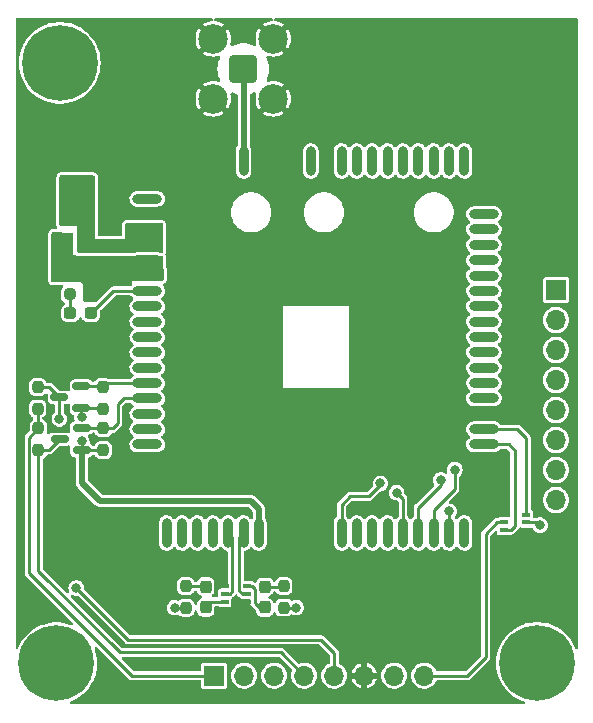
<source format=gbr>
%TF.GenerationSoftware,KiCad,Pcbnew,7.0.5*%
%TF.CreationDate,2023-07-01T23:53:25+07:00*%
%TF.ProjectId,PoeSci EFarm Rev 3,506f6553-6369-4204-9546-61726d205265,rev?*%
%TF.SameCoordinates,Original*%
%TF.FileFunction,Copper,L1,Top*%
%TF.FilePolarity,Positive*%
%FSLAX46Y46*%
G04 Gerber Fmt 4.6, Leading zero omitted, Abs format (unit mm)*
G04 Created by KiCad (PCBNEW 7.0.5) date 2023-07-01 23:53:25*
%MOMM*%
%LPD*%
G01*
G04 APERTURE LIST*
G04 Aperture macros list*
%AMRoundRect*
0 Rectangle with rounded corners*
0 $1 Rounding radius*
0 $2 $3 $4 $5 $6 $7 $8 $9 X,Y pos of 4 corners*
0 Add a 4 corners polygon primitive as box body*
4,1,4,$2,$3,$4,$5,$6,$7,$8,$9,$2,$3,0*
0 Add four circle primitives for the rounded corners*
1,1,$1+$1,$2,$3*
1,1,$1+$1,$4,$5*
1,1,$1+$1,$6,$7*
1,1,$1+$1,$8,$9*
0 Add four rect primitives between the rounded corners*
20,1,$1+$1,$2,$3,$4,$5,0*
20,1,$1+$1,$4,$5,$6,$7,0*
20,1,$1+$1,$6,$7,$8,$9,0*
20,1,$1+$1,$8,$9,$2,$3,0*%
G04 Aperture macros list end*
%TA.AperFunction,ComponentPad*%
%ADD10C,0.800000*%
%TD*%
%TA.AperFunction,ComponentPad*%
%ADD11C,6.400000*%
%TD*%
%TA.AperFunction,SMDPad,CuDef*%
%ADD12RoundRect,0.237500X0.237500X-0.287500X0.237500X0.287500X-0.237500X0.287500X-0.237500X-0.287500X0*%
%TD*%
%TA.AperFunction,SMDPad,CuDef*%
%ADD13O,0.800000X2.500000*%
%TD*%
%TA.AperFunction,SMDPad,CuDef*%
%ADD14O,2.500000X0.800000*%
%TD*%
%TA.AperFunction,SMDPad,CuDef*%
%ADD15R,3.000000X2.000000*%
%TD*%
%TA.AperFunction,ComponentPad*%
%ADD16R,1.700000X1.700000*%
%TD*%
%TA.AperFunction,ComponentPad*%
%ADD17O,1.700000X1.700000*%
%TD*%
%TA.AperFunction,SMDPad,CuDef*%
%ADD18RoundRect,0.237500X0.237500X-0.250000X0.237500X0.250000X-0.237500X0.250000X-0.237500X-0.250000X0*%
%TD*%
%TA.AperFunction,SMDPad,CuDef*%
%ADD19RoundRect,0.250000X0.550000X-1.500000X0.550000X1.500000X-0.550000X1.500000X-0.550000X-1.500000X0*%
%TD*%
%TA.AperFunction,SMDPad,CuDef*%
%ADD20RoundRect,0.250000X-0.325000X-0.450000X0.325000X-0.450000X0.325000X0.450000X-0.325000X0.450000X0*%
%TD*%
%TA.AperFunction,ComponentPad*%
%ADD21RoundRect,0.200100X-0.949900X-0.949900X0.949900X-0.949900X0.949900X0.949900X-0.949900X0.949900X0*%
%TD*%
%TA.AperFunction,ComponentPad*%
%ADD22C,2.500000*%
%TD*%
%TA.AperFunction,SMDPad,CuDef*%
%ADD23RoundRect,0.237500X0.287500X0.237500X-0.287500X0.237500X-0.287500X-0.237500X0.287500X-0.237500X0*%
%TD*%
%TA.AperFunction,SMDPad,CuDef*%
%ADD24R,0.650000X0.400000*%
%TD*%
%TA.AperFunction,SMDPad,CuDef*%
%ADD25RoundRect,0.237500X0.237500X-0.300000X0.237500X0.300000X-0.237500X0.300000X-0.237500X-0.300000X0*%
%TD*%
%TA.AperFunction,SMDPad,CuDef*%
%ADD26RoundRect,0.237500X0.250000X0.237500X-0.250000X0.237500X-0.250000X-0.237500X0.250000X-0.237500X0*%
%TD*%
%TA.AperFunction,SMDPad,CuDef*%
%ADD27RoundRect,0.237500X-0.237500X0.250000X-0.237500X-0.250000X0.237500X-0.250000X0.237500X0.250000X0*%
%TD*%
%TA.AperFunction,SMDPad,CuDef*%
%ADD28RoundRect,0.150000X0.587500X0.150000X-0.587500X0.150000X-0.587500X-0.150000X0.587500X-0.150000X0*%
%TD*%
%TA.AperFunction,ViaPad*%
%ADD29C,0.800000*%
%TD*%
%TA.AperFunction,Conductor*%
%ADD30C,0.508000*%
%TD*%
%TA.AperFunction,Conductor*%
%ADD31C,0.250000*%
%TD*%
%TA.AperFunction,Conductor*%
%ADD32C,0.254000*%
%TD*%
G04 APERTURE END LIST*
D10*
%TO.P,REF\u002A\u002A,1*%
%TO.N,N/C*%
X133350000Y-98488800D03*
X135047056Y-102585856D03*
X135047056Y-99191744D03*
X135750000Y-100888800D03*
D11*
X133350000Y-100888800D03*
D10*
X133350000Y-103288800D03*
X131652944Y-99191744D03*
X131652944Y-102585856D03*
X130950000Y-100888800D03*
%TD*%
%TO.P,REF\u002A\u002A,1*%
%TO.N,N/C*%
X92659200Y-98514200D03*
X94356256Y-102611256D03*
X94356256Y-99217144D03*
X95059200Y-100914200D03*
D11*
X92659200Y-100914200D03*
D10*
X92659200Y-103314200D03*
X90962144Y-99217144D03*
X90962144Y-102611256D03*
X90259200Y-100914200D03*
%TD*%
%TO.P,REF\u002A\u002A,1*%
%TO.N,N/C*%
X92938600Y-47688800D03*
X94635656Y-51785856D03*
X94635656Y-48391744D03*
X95338600Y-50088800D03*
D11*
X92938600Y-50088800D03*
D10*
X92938600Y-52488800D03*
X91241544Y-48391744D03*
X91241544Y-51785856D03*
X90538600Y-50088800D03*
%TD*%
D12*
%TO.P,D2,1,K*%
%TO.N,Net-(D2-K)*%
X110298400Y-96200000D03*
%TO.P,D2,2,A*%
%TO.N,Net-(D2-A)*%
X110298400Y-94450000D03*
%TD*%
D13*
%TO.P,U1,1,WAKEUP_IN*%
%TO.N,unconnected-(U1A-WAKEUP_IN-Pad1)*%
X102000000Y-89900000D03*
%TO.P,U1,2,AP_READY*%
%TO.N,unconnected-(U1A-AP_READY-Pad2)*%
X103300000Y-89900000D03*
%TO.P,U1,3,RESERVED*%
%TO.N,unconnected-(U1A-RESERVED-Pad3)*%
X104600000Y-89900000D03*
%TO.P,U1,4,W_DISABLE#*%
%TO.N,unconnected-(U1A-W_DISABLE#-Pad4)*%
X105900000Y-89900000D03*
%TO.P,U1,5,NET_MODE*%
%TO.N,NET_MODE*%
X107200000Y-89900000D03*
%TO.P,U1,6,NET_STATUS*%
%TO.N,NET_STATUS*%
X108500000Y-89900000D03*
%TO.P,U1,7,VDD_EXT*%
%TO.N,VDD_EXT*%
X109800000Y-89900000D03*
%TO.P,U1,8,GND*%
%TO.N,GND*%
X114200000Y-89900000D03*
%TO.P,U1,9,GND*%
X115500000Y-89900000D03*
%TO.P,U1,10,USIM_GND*%
%TO.N,/USIM_GND*%
X116800000Y-89900000D03*
%TO.P,U1,11,DBG_RXD*%
%TO.N,unconnected-(U1A-DBG_RXD-Pad11)*%
X118100000Y-89900000D03*
%TO.P,U1,12,DBG_TXD*%
%TO.N,unconnected-(U1A-DBG_TXD-Pad12)*%
X119400000Y-89900000D03*
%TO.P,U1,13,USIM_DET*%
%TO.N,unconnected-(U1A-USIM_DET-Pad13)*%
X120700000Y-89900000D03*
%TO.P,U1,14,USIM_VDD*%
%TO.N,/USIM_VDD*%
X122000000Y-89900000D03*
%TO.P,U1,15,USIM_DATA*%
%TO.N,/USIM_DATA*%
X123300000Y-89900000D03*
%TO.P,U1,16,USIM_CLK*%
%TO.N,/USIM_CLK*%
X124600000Y-89900000D03*
%TO.P,U1,17,USIM_RST*%
%TO.N,/USIM_RST*%
X125900000Y-89900000D03*
%TO.P,U1,18,RESERVED*%
%TO.N,unconnected-(U1A-RESERVED-Pad18)*%
X127200000Y-89900000D03*
D14*
%TO.P,U1,19,GND*%
%TO.N,GND*%
X128850000Y-83700000D03*
%TO.P,U1,20,RESET_N*%
%TO.N,Net-(Q1B-C2)*%
X128850000Y-82400000D03*
%TO.P,U1,21,PWRKEY*%
%TO.N,Net-(Q1A-C1)*%
X128850000Y-81100000D03*
%TO.P,U1,22,GND*%
%TO.N,GND*%
X128850000Y-79800000D03*
%TO.P,U1,23,SD_DET*%
%TO.N,unconnected-(U1A-SD_DET-Pad23)*%
X128850000Y-78500000D03*
%TO.P,U1,24,PCM_DIN*%
%TO.N,unconnected-(U1A-PCM_DIN-Pad24)*%
X128850000Y-77200000D03*
%TO.P,U1,25,PCM_DOUT*%
%TO.N,unconnected-(U1A-PCM_DOUT-Pad25)*%
X128850000Y-75900000D03*
%TO.P,U1,26,PCM_SYNC*%
%TO.N,unconnected-(U1A-PCM_SYNC-Pad26)*%
X128850000Y-74600000D03*
%TO.P,U1,27,PCM_CLK*%
%TO.N,unconnected-(U1A-PCM_CLK-Pad27)*%
X128850000Y-73300000D03*
%TO.P,U1,28,SD_SDIO_DATA3*%
%TO.N,unconnected-(U1A-SD_SDIO_DATA3-Pad28)*%
X128850000Y-72000000D03*
%TO.P,U1,29,SD_SDIO_DATA2*%
%TO.N,unconnected-(U1A-SD_SDIO_DATA2-Pad29)*%
X128850000Y-70700000D03*
%TO.P,U1,30,SD_SDIO_DATA1*%
%TO.N,unconnected-(U1A-SD_SDIO_DATA1-Pad30)*%
X128850000Y-69400000D03*
%TO.P,U1,31,SD_SDIO_DATA0*%
%TO.N,unconnected-(U1A-SD_SDIO_DATA0-Pad31)*%
X128850000Y-68100000D03*
%TO.P,U1,32,SD_SDIO_CLK*%
%TO.N,unconnected-(U1A-SD_SDIO_CLK-Pad32)*%
X128850000Y-66800000D03*
%TO.P,U1,33,SD_SDIO_CMD*%
%TO.N,unconnected-(U1A-SD_SDIO_CMD-Pad33)*%
X128850000Y-65500000D03*
%TO.P,U1,34,SD_SDIO_VDD*%
%TO.N,unconnected-(U1A-SD_SDIO_VDD-Pad34)*%
X128850000Y-64200000D03*
%TO.P,U1,35,RESERVED*%
%TO.N,unconnected-(U1A-RESERVED-Pad35)*%
X128850000Y-62900000D03*
%TO.P,U1,36,GND*%
%TO.N,GND*%
X128850000Y-61600000D03*
D13*
%TO.P,U1,37,RESERVED*%
%TO.N,unconnected-(U1A-RESERVED-Pad37)*%
X127200000Y-58400000D03*
%TO.P,U1,38,RESERVED*%
%TO.N,unconnected-(U1A-RESERVED-Pad38)*%
X125900000Y-58400000D03*
%TO.P,U1,39,RESERVED*%
%TO.N,unconnected-(U1A-RESERVED-Pad39)*%
X124600000Y-58400000D03*
%TO.P,U1,40,RESERVED*%
%TO.N,unconnected-(U1A-RESERVED-Pad40)*%
X123300000Y-58400000D03*
%TO.P,U1,41,I2C_SCL*%
%TO.N,unconnected-(U1A-I2C_SCL-Pad41)*%
X122000000Y-58400000D03*
%TO.P,U1,42,I2C_SDA*%
%TO.N,unconnected-(U1A-I2C_SDA-Pad42)*%
X120700000Y-58400000D03*
%TO.P,U1,43,RESERVED*%
%TO.N,unconnected-(U1A-RESERVED-Pad43)*%
X119400000Y-58400000D03*
%TO.P,U1,44,ADC1*%
%TO.N,unconnected-(U1A-ADC1-Pad44)*%
X118100000Y-58400000D03*
%TO.P,U1,45,ADC0*%
%TO.N,unconnected-(U1A-ADC0-Pad45)*%
X116800000Y-58400000D03*
%TO.P,U1,46,GND*%
%TO.N,GND*%
X115500000Y-58400000D03*
%TO.P,U1,47,RESERVED*%
%TO.N,unconnected-(U1A-RESERVED-Pad47)*%
X114200000Y-58400000D03*
%TO.P,U1,48,GND*%
%TO.N,GND*%
X109800000Y-58400000D03*
%TO.P,U1,49,ANT_MAIN*%
%TO.N,Net-(J2-In)*%
X108500000Y-58400000D03*
%TO.P,U1,50,GND*%
%TO.N,GND*%
X107200000Y-58400000D03*
%TO.P,U1,51,GND*%
X105900000Y-58400000D03*
%TO.P,U1,52,GND*%
X104600000Y-58400000D03*
%TO.P,U1,53,GND*%
X103300000Y-58400000D03*
%TO.P,U1,54,GND*%
X102000000Y-58400000D03*
D14*
%TO.P,U1,55,RESERVED*%
%TO.N,unconnected-(U1A-RESERVED-Pad55)*%
X100350000Y-61600000D03*
%TO.P,U1,56,GND*%
%TO.N,GND*%
X100350000Y-62900000D03*
%TO.P,U1,57,VBAT_RF*%
%TO.N,VBATT_RF*%
X100350000Y-64200000D03*
%TO.P,U1,58,VBAT_RF*%
X100350000Y-65500000D03*
%TO.P,U1,59,VBAT_BB*%
%TO.N,VBATT_BB*%
X100350000Y-66800000D03*
%TO.P,U1,60,VBAT_BB*%
X100350000Y-68100000D03*
%TO.P,U1,61,STATUS*%
%TO.N,Net-(D1-K)*%
X100350000Y-69400000D03*
%TO.P,U1,62,MAIN_RI*%
%TO.N,unconnected-(U1A-MAIN_RI-Pad62)*%
X100350000Y-70700000D03*
%TO.P,U1,63,MAIN_DCD*%
%TO.N,unconnected-(U1A-MAIN_DCD-Pad63)*%
X100350000Y-72000000D03*
%TO.P,U1,64,MAIN_CTS*%
%TO.N,unconnected-(U1A-MAIN_CTS-Pad64)*%
X100350000Y-73300000D03*
%TO.P,U1,65,MAIN_RTS*%
%TO.N,unconnected-(U1A-MAIN_RTS-Pad65)*%
X100350000Y-74600000D03*
%TO.P,U1,66,MAIN_DTR*%
%TO.N,unconnected-(U1A-MAIN_DTR-Pad66)*%
X100350000Y-75900000D03*
%TO.P,U1,67,MAIN_TXD*%
%TO.N,UC200_TX*%
X100350000Y-77200000D03*
%TO.P,U1,68,MAIN_RXD*%
%TO.N,UC200_RX*%
X100350000Y-78500000D03*
%TO.P,U1,69,USB_DP*%
%TO.N,unconnected-(U1A-USB_DP-Pad69)*%
X100350000Y-79800000D03*
%TO.P,U1,70,USB_DM*%
%TO.N,unconnected-(U1A-USB_DM-Pad70)*%
X100350000Y-81100000D03*
%TO.P,U1,71,USB_VBUS*%
%TO.N,unconnected-(U1A-USB_VBUS-Pad71)*%
X100350000Y-82400000D03*
%TO.P,U1,72,GND*%
%TO.N,GND*%
X100350000Y-83700000D03*
D15*
%TO.P,U1,85,GND*%
X105000000Y-65950000D03*
%TO.P,U1,86,GND*%
X109800000Y-65950000D03*
%TO.P,U1,87,GND*%
X114600000Y-65950000D03*
%TO.P,U1,88,GND*%
X119400000Y-65950000D03*
%TO.P,U1,89,GND*%
X124200000Y-65950000D03*
%TO.P,U1,90,GND*%
X105000000Y-69150000D03*
%TO.P,U1,91,GND*%
X109800000Y-69150000D03*
%TO.P,U1,92,GND*%
X114600000Y-69150000D03*
%TO.P,U1,93,GND*%
X119400000Y-69150000D03*
%TO.P,U1,94,GND*%
X124200000Y-69150000D03*
%TO.P,U1,95,GND*%
X105000000Y-72550000D03*
%TO.P,U1,96,GND*%
X109800000Y-72550000D03*
%TO.P,U1,97,GND*%
X119400000Y-72550000D03*
%TO.P,U1,98,GND*%
X124200000Y-72550000D03*
%TO.P,U1,99,GND*%
X105000000Y-75750000D03*
%TO.P,U1,100,GND*%
X109800000Y-75750000D03*
%TO.P,U1,101,GND*%
X119400000Y-75750000D03*
%TO.P,U1,102,GND*%
X124200000Y-75750000D03*
%TO.P,U1,103,GND*%
X105000000Y-79150000D03*
%TO.P,U1,104,GND*%
X109800000Y-79150000D03*
%TO.P,U1,105,GND*%
X114600000Y-79150000D03*
%TO.P,U1,106,GND*%
X119400000Y-79150000D03*
%TO.P,U1,107,GND*%
X124200000Y-79150000D03*
%TO.P,U1,108,GND*%
X105000000Y-82350000D03*
%TO.P,U1,109,GND*%
X109800000Y-82350000D03*
%TO.P,U1,110,GND*%
X114600000Y-82350000D03*
%TO.P,U1,111,GND*%
X119400000Y-82350000D03*
%TO.P,U1,112,GND*%
X124200000Y-82350000D03*
%TD*%
D16*
%TO.P,J3,1,Pin_1*%
%TO.N,unconnected-(J3-Pin_1-Pad1)*%
X134950200Y-69320000D03*
D17*
%TO.P,J3,2,Pin_2*%
%TO.N,unconnected-(J3-Pin_2-Pad2)*%
X134950200Y-71860000D03*
%TO.P,J3,3,Pin_3*%
%TO.N,unconnected-(J3-Pin_3-Pad3)*%
X134950200Y-74400000D03*
%TO.P,J3,4,Pin_4*%
%TO.N,unconnected-(J3-Pin_4-Pad4)*%
X134950200Y-76940000D03*
%TO.P,J3,5,Pin_5*%
%TO.N,unconnected-(J3-Pin_5-Pad5)*%
X134950200Y-79480000D03*
%TO.P,J3,6,Pin_6*%
%TO.N,unconnected-(J3-Pin_6-Pad6)*%
X134950200Y-82020000D03*
%TO.P,J3,7,Pin_7*%
%TO.N,unconnected-(J3-Pin_7-Pad7)*%
X134950200Y-84560000D03*
%TO.P,J3,8,Pin_8*%
%TO.N,unconnected-(J3-Pin_8-Pad8)*%
X134950200Y-87100000D03*
%TD*%
D18*
%TO.P,R7,1*%
%TO.N,VBATT_BB*%
X103598400Y-96225000D03*
%TO.P,R7,2*%
%TO.N,Net-(D3-A)*%
X103598400Y-94400000D03*
%TD*%
D19*
%TO.P,C1,1*%
%TO.N,VBATT_RF*%
X94000000Y-61700000D03*
%TO.P,C1,2*%
%TO.N,GND*%
X94000000Y-56100000D03*
%TD*%
D18*
%TO.P,R5,1*%
%TO.N,+3.3V*%
X91075000Y-79362500D03*
%TO.P,R5,2*%
%TO.N,EXTERNAL_RXD*%
X91075000Y-77537500D03*
%TD*%
D20*
%TO.P,FB1,1*%
%TO.N,VBATT_BB*%
X93150000Y-65400000D03*
%TO.P,FB1,2*%
%TO.N,VBATT_RF*%
X95200000Y-65400000D03*
%TD*%
D21*
%TO.P,J2,1,In*%
%TO.N,Net-(J2-In)*%
X108483400Y-50596800D03*
D22*
%TO.P,J2,2,Ext*%
%TO.N,GND*%
X105943400Y-48056800D03*
X105943400Y-53136800D03*
X111023400Y-48056800D03*
X111023400Y-53136800D03*
%TD*%
D23*
%TO.P,D1,1,K*%
%TO.N,Net-(D1-K)*%
X95575000Y-71300000D03*
%TO.P,D1,2,A*%
%TO.N,Net-(D1-A)*%
X93825000Y-71300000D03*
%TD*%
D16*
%TO.P,J4,1,Pin_1*%
%TO.N,+3.3V*%
X106020000Y-101975000D03*
D17*
%TO.P,J4,2,Pin_2*%
%TO.N,unconnected-(J4-Pin_2-Pad2)*%
X108560000Y-101975000D03*
%TO.P,J4,3,Pin_3*%
%TO.N,VBATT_BB*%
X111100000Y-101975000D03*
%TO.P,J4,4,Pin_4*%
%TO.N,EXTERNAL_TXD*%
X113640000Y-101975000D03*
%TO.P,J4,5,Pin_5*%
%TO.N,EXTERNAL_RXD*%
X116180000Y-101975000D03*
%TO.P,J4,6,Pin_6*%
%TO.N,GND*%
X118720000Y-101975000D03*
%TO.P,J4,7,Pin_7*%
%TO.N,RESET*%
X121260000Y-101975000D03*
%TO.P,J4,8,Pin_8*%
%TO.N,PWRKEY*%
X123800000Y-101975000D03*
%TD*%
D24*
%TO.P,Q1,1,E1*%
%TO.N,GND*%
X130550000Y-88350000D03*
%TO.P,Q1,2,B1*%
%TO.N,PWRKEY*%
X130550000Y-89000000D03*
%TO.P,Q1,3,C2*%
%TO.N,Net-(Q1B-C2)*%
X130550000Y-89650000D03*
%TO.P,Q1,4,E2*%
%TO.N,GND*%
X132450000Y-89650000D03*
%TO.P,Q1,5,B2*%
%TO.N,RESET*%
X132450000Y-89000000D03*
%TO.P,Q1,6,C1*%
%TO.N,Net-(Q1A-C1)*%
X132450000Y-88350000D03*
%TD*%
%TO.P,Q4,1,E1*%
%TO.N,GND*%
X106898400Y-94400000D03*
%TO.P,Q4,2,B1*%
%TO.N,NET_MODE*%
X106898400Y-95050000D03*
%TO.P,Q4,3,C2*%
%TO.N,Net-(D3-K)*%
X106898400Y-95700000D03*
%TO.P,Q4,4,E2*%
%TO.N,GND*%
X108798400Y-95700000D03*
%TO.P,Q4,5,B2*%
%TO.N,NET_STATUS*%
X108798400Y-95050000D03*
%TO.P,Q4,6,C1*%
%TO.N,Net-(D2-K)*%
X108798400Y-94400000D03*
%TD*%
D12*
%TO.P,D3,1,K*%
%TO.N,Net-(D3-K)*%
X105298400Y-96187500D03*
%TO.P,D3,2,A*%
%TO.N,Net-(D3-A)*%
X105298400Y-94437500D03*
%TD*%
D25*
%TO.P,C2,1*%
%TO.N,VBATT_RF*%
X97100000Y-65562500D03*
%TO.P,C2,2*%
%TO.N,GND*%
X97100000Y-63837500D03*
%TD*%
D18*
%TO.P,R3,1*%
%TO.N,VDD_EXT*%
X96575000Y-79362500D03*
%TO.P,R3,2*%
%TO.N,UC200_TX*%
X96575000Y-77537500D03*
%TD*%
D26*
%TO.P,R1,1*%
%TO.N,VBATT_BB*%
X95612500Y-69700000D03*
%TO.P,R1,2*%
%TO.N,Net-(D1-A)*%
X93787500Y-69700000D03*
%TD*%
D18*
%TO.P,R6,1*%
%TO.N,VBATT_BB*%
X111898400Y-96212500D03*
%TO.P,R6,2*%
%TO.N,Net-(D2-A)*%
X111898400Y-94387500D03*
%TD*%
%TO.P,R2,1*%
%TO.N,VDD_EXT*%
X96637500Y-82862500D03*
%TO.P,R2,2*%
%TO.N,UC200_RX*%
X96637500Y-81037500D03*
%TD*%
D27*
%TO.P,R4,1*%
%TO.N,+3.3V*%
X91137500Y-81037500D03*
%TO.P,R4,2*%
%TO.N,EXTERNAL_TXD*%
X91137500Y-82862500D03*
%TD*%
D28*
%TO.P,Q2,1,G*%
%TO.N,VDD_EXT*%
X94812500Y-82900000D03*
%TO.P,Q2,2,S*%
%TO.N,UC200_RX*%
X94812500Y-81000000D03*
%TO.P,Q2,3,D*%
%TO.N,EXTERNAL_TXD*%
X92937500Y-81950000D03*
%TD*%
%TO.P,Q3,1,G*%
%TO.N,VDD_EXT*%
X94775000Y-79350000D03*
%TO.P,Q3,2,S*%
%TO.N,UC200_TX*%
X94775000Y-77450000D03*
%TO.P,Q3,3,D*%
%TO.N,EXTERNAL_RXD*%
X92900000Y-78400000D03*
%TD*%
D29*
%TO.N,/USIM_RST*%
X125907800Y-88061800D03*
%TO.N,/USIM_CLK*%
X126390400Y-84531200D03*
%TO.N,/USIM_DATA*%
X125196600Y-85394800D03*
%TO.N,/USIM_VDD*%
X121462800Y-86487000D03*
%TO.N,/USIM_GND*%
X120091200Y-85699600D03*
%TO.N,VBATT_BB*%
X96096666Y-68046600D03*
X93929200Y-67106800D03*
X95012933Y-68072000D03*
X97180400Y-67106800D03*
X112951100Y-96212500D03*
X96096666Y-67106800D03*
X97180400Y-67995800D03*
X102657000Y-96225000D03*
X93929200Y-68046600D03*
X95012933Y-67106800D03*
%TO.N,RESET*%
X133604000Y-89230200D03*
%TO.N,VDD_EXT*%
X94812500Y-82149300D03*
X94812500Y-80100500D03*
%TO.N,EXTERNAL_RXD*%
X92900000Y-80250800D03*
X94335600Y-94538800D03*
%TD*%
D30*
%TO.N,Net-(J2-In)*%
X108500000Y-50634758D02*
X108471541Y-50606299D01*
X108500000Y-58400000D02*
X108500000Y-50634758D01*
X108471541Y-50606299D02*
X108500000Y-50577840D01*
D31*
%TO.N,Net-(D2-A)*%
X111835900Y-94450000D02*
X111898400Y-94387500D01*
X110298400Y-94450000D02*
X111835900Y-94450000D01*
%TO.N,+3.3V*%
X90337500Y-93258500D02*
X90337500Y-81837500D01*
X90337500Y-81837500D02*
X91137500Y-81037500D01*
X99054000Y-101975000D02*
X90337500Y-93258500D01*
X106020000Y-101975000D02*
X99054000Y-101975000D01*
%TO.N,EXTERNAL_TXD*%
X91137500Y-93093300D02*
X91137500Y-82862500D01*
X98044000Y-99999800D02*
X91137500Y-93093300D01*
X111664800Y-99999800D02*
X98044000Y-99999800D01*
X113640000Y-101975000D02*
X111664800Y-99999800D01*
%TO.N,EXTERNAL_RXD*%
X116180000Y-100051000D02*
X116180000Y-101975000D01*
X115062000Y-98933000D02*
X116180000Y-100051000D01*
X98729800Y-98933000D02*
X115062000Y-98933000D01*
X94335600Y-94538800D02*
X98729800Y-98933000D01*
%TO.N,/USIM_CLK*%
X126390400Y-86182200D02*
X126390400Y-84531200D01*
X124600000Y-87972600D02*
X126390400Y-86182200D01*
X124600000Y-89900000D02*
X124600000Y-87972600D01*
%TO.N,/USIM_RST*%
X125907800Y-88061800D02*
X125907800Y-89892200D01*
X125907800Y-89892200D02*
X125900000Y-89900000D01*
%TO.N,/USIM_DATA*%
X123300000Y-87748600D02*
X123300000Y-89900000D01*
X125196600Y-85852000D02*
X123300000Y-87748600D01*
X125196600Y-85394800D02*
X125196600Y-85852000D01*
%TO.N,/USIM_VDD*%
X121488200Y-86487000D02*
X121462800Y-86487000D01*
X122000000Y-86998800D02*
X121488200Y-86487000D01*
X122000000Y-89900000D02*
X122000000Y-86998800D01*
%TO.N,/USIM_GND*%
X117500400Y-86791800D02*
X116800000Y-87492200D01*
X119126000Y-86791800D02*
X117500400Y-86791800D01*
X120091200Y-85826600D02*
X119126000Y-86791800D01*
X120091200Y-85699600D02*
X120091200Y-85826600D01*
X116800000Y-87492200D02*
X116800000Y-89900000D01*
D32*
%TO.N,Net-(D1-K)*%
X95575000Y-71300000D02*
X97475000Y-69400000D01*
X97475000Y-69400000D02*
X100350000Y-69400000D01*
%TO.N,Net-(D1-A)*%
X93787500Y-71262500D02*
X93825000Y-71300000D01*
X93787500Y-69700000D02*
X93787500Y-71262500D01*
D31*
%TO.N,Net-(D2-K)*%
X109448400Y-94640200D02*
X109208200Y-94400000D01*
X109814400Y-96200000D02*
X109448400Y-95834000D01*
X109448400Y-95834000D02*
X109448400Y-94640200D01*
X110298400Y-96200000D02*
X109814400Y-96200000D01*
X109208200Y-94400000D02*
X108798400Y-94400000D01*
%TO.N,Net-(D2-A)*%
X110248400Y-94400000D02*
X110298400Y-94450000D01*
X110360900Y-94387500D02*
X110298400Y-94450000D01*
%TO.N,Net-(D3-K)*%
X105849000Y-95700000D02*
X106898400Y-95700000D01*
X105361500Y-96187500D02*
X105849000Y-95700000D01*
X105298400Y-96187500D02*
X105361500Y-96187500D01*
%TO.N,Net-(D3-A)*%
X103598400Y-94400000D02*
X105260900Y-94400000D01*
X105260900Y-94400000D02*
X105298400Y-94437500D01*
D32*
%TO.N,VBATT_BB*%
X103598400Y-96225000D02*
X102657000Y-96225000D01*
X111898400Y-96212500D02*
X112951100Y-96212500D01*
%TO.N,RESET*%
X133373800Y-89000000D02*
X132450000Y-89000000D01*
X133604000Y-89230200D02*
X133373800Y-89000000D01*
D31*
%TO.N,Net-(Q1B-C2)*%
X131470400Y-89304600D02*
X131125000Y-89650000D01*
X130939400Y-82400000D02*
X131470400Y-82931000D01*
X128850000Y-82400000D02*
X130939400Y-82400000D01*
X131470400Y-82931000D02*
X131470400Y-89304600D01*
X131125000Y-89650000D02*
X130550000Y-89650000D01*
D32*
%TO.N,PWRKEY*%
X127437800Y-101975000D02*
X129006600Y-100406200D01*
X129006600Y-100406200D02*
X129006600Y-89964400D01*
X123800000Y-101975000D02*
X127437800Y-101975000D01*
X129971000Y-89000000D02*
X130550000Y-89000000D01*
X129006600Y-89964400D02*
X129971000Y-89000000D01*
D31*
%TO.N,Net-(Q1A-C1)*%
X131671400Y-81100000D02*
X128850000Y-81100000D01*
X132450000Y-88350000D02*
X132450000Y-81878600D01*
X132450000Y-81878600D02*
X131671400Y-81100000D01*
%TO.N,VDD_EXT*%
X96562500Y-79350000D02*
X96575000Y-79362500D01*
X94812500Y-82900000D02*
X96600000Y-82900000D01*
X94812500Y-82900000D02*
X94812500Y-82149300D01*
X94775000Y-79350000D02*
X96562500Y-79350000D01*
X94775000Y-79350000D02*
X94775000Y-80063000D01*
D30*
X94812500Y-85643100D02*
X94812500Y-82900000D01*
D31*
X94775000Y-80063000D02*
X94812500Y-80100500D01*
D30*
X109800000Y-87854400D02*
X109118400Y-87172800D01*
D31*
X96600000Y-82900000D02*
X96637500Y-82862500D01*
D30*
X109800000Y-89900000D02*
X109800000Y-87854400D01*
X96342200Y-87172800D02*
X94812500Y-85643100D01*
X109118400Y-87172800D02*
X96342200Y-87172800D01*
D31*
%TO.N,UC200_RX*%
X94812500Y-81000000D02*
X96600000Y-81000000D01*
X97448300Y-81037500D02*
X97866200Y-80619600D01*
X96637500Y-81037500D02*
X97448300Y-81037500D01*
X96600000Y-81000000D02*
X96637500Y-81037500D01*
X97866200Y-78968600D02*
X98334800Y-78500000D01*
X97866200Y-80619600D02*
X97866200Y-78968600D01*
X98334800Y-78500000D02*
X100350000Y-78500000D01*
%TO.N,EXTERNAL_TXD*%
X92025000Y-82862500D02*
X92937500Y-81950000D01*
X91137500Y-82862500D02*
X92025000Y-82862500D01*
%TO.N,UC200_TX*%
X94775000Y-77450000D02*
X96487500Y-77450000D01*
X96487500Y-77450000D02*
X96575000Y-77537500D01*
X96912500Y-77200000D02*
X100350000Y-77200000D01*
X96575000Y-77537500D02*
X96912500Y-77200000D01*
%TO.N,EXTERNAL_RXD*%
X92037500Y-77537500D02*
X92900000Y-78400000D01*
X92900000Y-78400000D02*
X92900000Y-80250800D01*
X91075000Y-77537500D02*
X92037500Y-77537500D01*
%TO.N,NET_MODE*%
X107311800Y-95050000D02*
X106898400Y-95050000D01*
X107548400Y-94813400D02*
X107311800Y-95050000D01*
X107548400Y-90248400D02*
X107548400Y-94813400D01*
X107200000Y-89900000D02*
X107548400Y-90248400D01*
%TO.N,NET_STATUS*%
X108410400Y-95050000D02*
X108798400Y-95050000D01*
X108148400Y-94788000D02*
X108410400Y-95050000D01*
X108500000Y-89900000D02*
X108148400Y-90251600D01*
X108148400Y-90251600D02*
X108148400Y-94788000D01*
%TO.N,+3.3V*%
X91075000Y-79362500D02*
X91075000Y-80975000D01*
X91075000Y-80975000D02*
X91137500Y-81037500D01*
%TD*%
%TA.AperFunction,Conductor*%
%TO.N,VBATT_BB*%
G36*
X93910293Y-64461805D02*
G01*
X93976750Y-64483370D01*
X94021000Y-64537441D01*
X94030800Y-64585755D01*
X94030800Y-66370200D01*
X94250712Y-66370928D01*
X94317683Y-66390833D01*
X94323679Y-66395576D01*
X94323818Y-66395383D01*
X94331024Y-66400540D01*
X94331029Y-66400545D01*
X94420912Y-66447162D01*
X94488020Y-66466612D01*
X94561165Y-66476867D01*
X99212385Y-66460603D01*
X99260548Y-66455923D01*
X99305758Y-66447217D01*
X99352212Y-66433678D01*
X99386416Y-66420136D01*
X99416514Y-66412407D01*
X99471274Y-66405488D01*
X99479050Y-66405000D01*
X101234238Y-66405000D01*
X101265075Y-66408896D01*
X101278750Y-66412407D01*
X101359221Y-66433068D01*
X101360969Y-66434109D01*
X101367739Y-66435388D01*
X101371634Y-66436255D01*
X101385874Y-66439912D01*
X101385929Y-66439926D01*
X101390030Y-66440150D01*
X101398154Y-66441136D01*
X101402630Y-66441981D01*
X101402630Y-66441982D01*
X101409293Y-66443241D01*
X101435264Y-66448149D01*
X101435269Y-66448149D01*
X101435272Y-66448150D01*
X101484362Y-66452660D01*
X101484366Y-66452659D01*
X101484367Y-66452660D01*
X101489967Y-66452640D01*
X101578942Y-66452329D01*
X101578944Y-66452328D01*
X101581432Y-66452320D01*
X101648540Y-66471769D01*
X101694480Y-66524412D01*
X101705832Y-66573367D01*
X101749405Y-68403428D01*
X101731322Y-68470917D01*
X101679622Y-68517916D01*
X101626599Y-68530375D01*
X99034599Y-68554600D01*
X99034599Y-68891139D01*
X99014914Y-68958179D01*
X99006149Y-68970172D01*
X99003369Y-68973533D01*
X98945472Y-69012645D01*
X98907819Y-69018500D01*
X97527428Y-69018500D01*
X97501983Y-69015861D01*
X97490985Y-69013555D01*
X97490981Y-69013555D01*
X97455134Y-69018023D01*
X97447458Y-69018500D01*
X97443386Y-69018500D01*
X97421259Y-69022192D01*
X97418725Y-69022561D01*
X97364641Y-69029303D01*
X97357002Y-69031576D01*
X97349410Y-69034183D01*
X97301501Y-69060109D01*
X97299225Y-69061281D01*
X97250254Y-69085222D01*
X97243753Y-69089863D01*
X97237438Y-69094778D01*
X97200527Y-69134873D01*
X97198754Y-69136722D01*
X96013795Y-70321681D01*
X95952472Y-70355166D01*
X95926114Y-70358000D01*
X95069200Y-70358000D01*
X95002161Y-70338315D01*
X94956406Y-70285511D01*
X94945200Y-70234000D01*
X94945200Y-68859400D01*
X94716600Y-68630800D01*
X92351400Y-68630800D01*
X92284361Y-68611115D01*
X92238606Y-68558311D01*
X92227400Y-68506800D01*
X92227400Y-66524412D01*
X92227400Y-64541938D01*
X92247084Y-64474903D01*
X92299888Y-64429148D01*
X92354889Y-64417991D01*
X93910293Y-64461805D01*
G37*
%TD.AperFunction*%
%TD*%
%TA.AperFunction,Conductor*%
%TO.N,VBATT_RF*%
G36*
X95853439Y-59633485D02*
G01*
X95899194Y-59686289D01*
X95910400Y-59737800D01*
X95910400Y-65024000D01*
X98475800Y-65024000D01*
X98475800Y-65023999D01*
X98452765Y-63803155D01*
X98471181Y-63735756D01*
X98523113Y-63689013D01*
X98575771Y-63676820D01*
X101576632Y-63653376D01*
X101643822Y-63672536D01*
X101689989Y-63724981D01*
X101701600Y-63777372D01*
X101701600Y-66068832D01*
X101681915Y-66135871D01*
X101629111Y-66181626D01*
X101578034Y-66192831D01*
X101483454Y-66193162D01*
X101450812Y-66186994D01*
X101450409Y-66188565D01*
X101282684Y-66145500D01*
X101282683Y-66145500D01*
X99458822Y-66145500D01*
X99458812Y-66145500D01*
X99335944Y-66161023D01*
X99335941Y-66161023D01*
X99335939Y-66161024D01*
X99335936Y-66161025D01*
X99335929Y-66161027D01*
X99256688Y-66192399D01*
X99211478Y-66201105D01*
X94560258Y-66217369D01*
X94493150Y-66197919D01*
X94447210Y-66145276D01*
X94435832Y-66094751D01*
X94411800Y-63931800D01*
X93037200Y-63931800D01*
X92970161Y-63912115D01*
X92924406Y-63859311D01*
X92913200Y-63807800D01*
X92913200Y-59737800D01*
X92932885Y-59670761D01*
X92985689Y-59625006D01*
X93037200Y-59613800D01*
X95786400Y-59613800D01*
X95853439Y-59633485D01*
G37*
%TD.AperFunction*%
%TD*%
%TA.AperFunction,Conductor*%
%TO.N,GND*%
G36*
X105835931Y-46333185D02*
G01*
X105881686Y-46385989D01*
X105891630Y-46455147D01*
X105862605Y-46518703D01*
X105803827Y-46556477D01*
X105778621Y-46561118D01*
X105707391Y-46566723D01*
X105477200Y-46621987D01*
X105258486Y-46712581D01*
X105068908Y-46828755D01*
X105544791Y-47304637D01*
X105425969Y-47376131D01*
X105291742Y-47503277D01*
X105188538Y-47655491D01*
X104715355Y-47182308D01*
X104599181Y-47371886D01*
X104508587Y-47590600D01*
X104453323Y-47820791D01*
X104434749Y-48056800D01*
X104453323Y-48292808D01*
X104508587Y-48522999D01*
X104599181Y-48741713D01*
X104715355Y-48931290D01*
X105192166Y-48454478D01*
X105235716Y-48536622D01*
X105355409Y-48677535D01*
X105502595Y-48789423D01*
X105544801Y-48808950D01*
X105068908Y-49284843D01*
X105258486Y-49401018D01*
X105477200Y-49491612D01*
X105707391Y-49546876D01*
X105943400Y-49565450D01*
X106179406Y-49546876D01*
X106351257Y-49505618D01*
X106421040Y-49509109D01*
X106477858Y-49549772D01*
X106503671Y-49614699D01*
X106490304Y-49683239D01*
X106463873Y-49734249D01*
X106363831Y-50015740D01*
X106363827Y-50015754D01*
X106303046Y-50308246D01*
X106282660Y-50606298D01*
X106303046Y-50904351D01*
X106363827Y-51196843D01*
X106363831Y-51196857D01*
X106463874Y-51478350D01*
X106479061Y-51507660D01*
X106492426Y-51576239D01*
X106466592Y-51641158D01*
X106409762Y-51681804D01*
X106340016Y-51685282D01*
X106179408Y-51646723D01*
X105943400Y-51628149D01*
X105707391Y-51646723D01*
X105477200Y-51701987D01*
X105258486Y-51792581D01*
X105068908Y-51908755D01*
X105544790Y-52384637D01*
X105425969Y-52456131D01*
X105291742Y-52583277D01*
X105188538Y-52735491D01*
X104715355Y-52262308D01*
X104599181Y-52451886D01*
X104508587Y-52670600D01*
X104453323Y-52900791D01*
X104434749Y-53136800D01*
X104453323Y-53372808D01*
X104508587Y-53602999D01*
X104599181Y-53821713D01*
X104715355Y-54011290D01*
X105192166Y-53534478D01*
X105235716Y-53616622D01*
X105355409Y-53757535D01*
X105502595Y-53869423D01*
X105544801Y-53888950D01*
X105068908Y-54364843D01*
X105258486Y-54481018D01*
X105477200Y-54571612D01*
X105707391Y-54626876D01*
X105943400Y-54645450D01*
X106179408Y-54626876D01*
X106409599Y-54571612D01*
X106628313Y-54481018D01*
X106817890Y-54364844D01*
X106817890Y-54364843D01*
X106342009Y-53888961D01*
X106460831Y-53817469D01*
X106595058Y-53690323D01*
X106698261Y-53538108D01*
X107171443Y-54011290D01*
X107171444Y-54011290D01*
X107287618Y-53821713D01*
X107378212Y-53602999D01*
X107433476Y-53372808D01*
X107452050Y-53136800D01*
X107433476Y-52900792D01*
X107393811Y-52735576D01*
X107397302Y-52665794D01*
X107437965Y-52608976D01*
X107502892Y-52583163D01*
X107563787Y-52592895D01*
X107711321Y-52656978D01*
X107738529Y-52668796D01*
X107900954Y-52714305D01*
X107960197Y-52751347D01*
X107990009Y-52814537D01*
X107991500Y-52833707D01*
X107991500Y-57087247D01*
X107971815Y-57154286D01*
X107967821Y-57160128D01*
X107966290Y-57162234D01*
X107886626Y-57307143D01*
X107886623Y-57307151D01*
X107845500Y-57467315D01*
X107845500Y-59291187D01*
X107861024Y-59414060D01*
X107861024Y-59414063D01*
X107921898Y-59567812D01*
X107921903Y-59567821D01*
X108019095Y-59701594D01*
X108019097Y-59701595D01*
X108019098Y-59701597D01*
X108146514Y-59807005D01*
X108296141Y-59877414D01*
X108458577Y-59908400D01*
X108623616Y-59898017D01*
X108780887Y-59846916D01*
X108920510Y-59758309D01*
X109033710Y-59637763D01*
X109049759Y-59608571D01*
X109113373Y-59492856D01*
X109113375Y-59492853D01*
X109154500Y-59332683D01*
X109154500Y-59291187D01*
X113545500Y-59291187D01*
X113561024Y-59414060D01*
X113561024Y-59414063D01*
X113621898Y-59567812D01*
X113621903Y-59567821D01*
X113719095Y-59701594D01*
X113719097Y-59701595D01*
X113719098Y-59701597D01*
X113846514Y-59807005D01*
X113996141Y-59877414D01*
X114158577Y-59908400D01*
X114323616Y-59898017D01*
X114480887Y-59846916D01*
X114620510Y-59758309D01*
X114733710Y-59637763D01*
X114749759Y-59608571D01*
X114813373Y-59492856D01*
X114813375Y-59492853D01*
X114854500Y-59332683D01*
X114854500Y-59291187D01*
X116145500Y-59291187D01*
X116161024Y-59414060D01*
X116161024Y-59414063D01*
X116221898Y-59567812D01*
X116221903Y-59567821D01*
X116319095Y-59701594D01*
X116319097Y-59701595D01*
X116319098Y-59701597D01*
X116446514Y-59807005D01*
X116596141Y-59877414D01*
X116758577Y-59908400D01*
X116923616Y-59898017D01*
X117080887Y-59846916D01*
X117220510Y-59758309D01*
X117333710Y-59637763D01*
X117342529Y-59621720D01*
X117392073Y-59572456D01*
X117460387Y-59557797D01*
X117525783Y-59582399D01*
X117551510Y-59608571D01*
X117619095Y-59701594D01*
X117619097Y-59701595D01*
X117619098Y-59701597D01*
X117746514Y-59807005D01*
X117896141Y-59877414D01*
X118058577Y-59908400D01*
X118223616Y-59898017D01*
X118380887Y-59846916D01*
X118520510Y-59758309D01*
X118633710Y-59637763D01*
X118642529Y-59621720D01*
X118692073Y-59572456D01*
X118760387Y-59557797D01*
X118825783Y-59582399D01*
X118851510Y-59608571D01*
X118919095Y-59701594D01*
X118919097Y-59701595D01*
X118919098Y-59701597D01*
X119046514Y-59807005D01*
X119196141Y-59877414D01*
X119358577Y-59908400D01*
X119523616Y-59898017D01*
X119680887Y-59846916D01*
X119820510Y-59758309D01*
X119933710Y-59637763D01*
X119942529Y-59621720D01*
X119992073Y-59572456D01*
X120060387Y-59557797D01*
X120125783Y-59582399D01*
X120151510Y-59608571D01*
X120219095Y-59701594D01*
X120219097Y-59701595D01*
X120219098Y-59701597D01*
X120346514Y-59807005D01*
X120496141Y-59877414D01*
X120658577Y-59908400D01*
X120823616Y-59898017D01*
X120980887Y-59846916D01*
X121120510Y-59758309D01*
X121233710Y-59637763D01*
X121242529Y-59621720D01*
X121292073Y-59572456D01*
X121360387Y-59557797D01*
X121425783Y-59582399D01*
X121451510Y-59608571D01*
X121519095Y-59701594D01*
X121519097Y-59701595D01*
X121519098Y-59701597D01*
X121646514Y-59807005D01*
X121796141Y-59877414D01*
X121958577Y-59908400D01*
X122123616Y-59898017D01*
X122280887Y-59846916D01*
X122420510Y-59758309D01*
X122533710Y-59637763D01*
X122542529Y-59621720D01*
X122592073Y-59572456D01*
X122660387Y-59557797D01*
X122725783Y-59582399D01*
X122751510Y-59608571D01*
X122819095Y-59701594D01*
X122819097Y-59701595D01*
X122819098Y-59701597D01*
X122946514Y-59807005D01*
X123096141Y-59877414D01*
X123258577Y-59908400D01*
X123423616Y-59898017D01*
X123580887Y-59846916D01*
X123720510Y-59758309D01*
X123833710Y-59637763D01*
X123842529Y-59621720D01*
X123892073Y-59572456D01*
X123960387Y-59557797D01*
X124025783Y-59582399D01*
X124051510Y-59608571D01*
X124119095Y-59701594D01*
X124119097Y-59701595D01*
X124119098Y-59701597D01*
X124246514Y-59807005D01*
X124396141Y-59877414D01*
X124558577Y-59908400D01*
X124723616Y-59898017D01*
X124880887Y-59846916D01*
X125020510Y-59758309D01*
X125133710Y-59637763D01*
X125142529Y-59621720D01*
X125192073Y-59572456D01*
X125260387Y-59557797D01*
X125325783Y-59582399D01*
X125351510Y-59608571D01*
X125419095Y-59701594D01*
X125419097Y-59701595D01*
X125419098Y-59701597D01*
X125546514Y-59807005D01*
X125696141Y-59877414D01*
X125858577Y-59908400D01*
X126023616Y-59898017D01*
X126180887Y-59846916D01*
X126320510Y-59758309D01*
X126433710Y-59637763D01*
X126442529Y-59621720D01*
X126492073Y-59572456D01*
X126560387Y-59557797D01*
X126625783Y-59582399D01*
X126651510Y-59608571D01*
X126719095Y-59701594D01*
X126719097Y-59701595D01*
X126719098Y-59701597D01*
X126846514Y-59807005D01*
X126996141Y-59877414D01*
X127158577Y-59908400D01*
X127323616Y-59898017D01*
X127480887Y-59846916D01*
X127620510Y-59758309D01*
X127733710Y-59637763D01*
X127749759Y-59608571D01*
X127813373Y-59492856D01*
X127813375Y-59492853D01*
X127854500Y-59332683D01*
X127854500Y-57508822D01*
X127838976Y-57385939D01*
X127778101Y-57232186D01*
X127778098Y-57232182D01*
X127778096Y-57232178D01*
X127680904Y-57098405D01*
X127680902Y-57098403D01*
X127553486Y-56992995D01*
X127553484Y-56992994D01*
X127553483Y-56992993D01*
X127403859Y-56922586D01*
X127241423Y-56891600D01*
X127241419Y-56891600D01*
X127076384Y-56901983D01*
X127076381Y-56901983D01*
X126919112Y-56953084D01*
X126779489Y-57041690D01*
X126779489Y-57041691D01*
X126666292Y-57162233D01*
X126666288Y-57162238D01*
X126657468Y-57178283D01*
X126607921Y-57227546D01*
X126539605Y-57242201D01*
X126474211Y-57217596D01*
X126448489Y-57191428D01*
X126380904Y-57098405D01*
X126380902Y-57098403D01*
X126253486Y-56992995D01*
X126253484Y-56992994D01*
X126253483Y-56992993D01*
X126103859Y-56922586D01*
X125941423Y-56891600D01*
X125941419Y-56891600D01*
X125776384Y-56901983D01*
X125776381Y-56901983D01*
X125619112Y-56953084D01*
X125479489Y-57041690D01*
X125479489Y-57041691D01*
X125366292Y-57162233D01*
X125366288Y-57162238D01*
X125357468Y-57178283D01*
X125307921Y-57227546D01*
X125239605Y-57242201D01*
X125174211Y-57217596D01*
X125148489Y-57191428D01*
X125080904Y-57098405D01*
X125080902Y-57098403D01*
X124953486Y-56992995D01*
X124953484Y-56992994D01*
X124953483Y-56992993D01*
X124803859Y-56922586D01*
X124641423Y-56891600D01*
X124641419Y-56891600D01*
X124476384Y-56901983D01*
X124476381Y-56901983D01*
X124319112Y-56953084D01*
X124179489Y-57041690D01*
X124179489Y-57041691D01*
X124066292Y-57162233D01*
X124066288Y-57162238D01*
X124057468Y-57178283D01*
X124007921Y-57227546D01*
X123939605Y-57242201D01*
X123874211Y-57217596D01*
X123848489Y-57191428D01*
X123780904Y-57098405D01*
X123780902Y-57098403D01*
X123653486Y-56992995D01*
X123653484Y-56992994D01*
X123653483Y-56992993D01*
X123503859Y-56922586D01*
X123341423Y-56891600D01*
X123341419Y-56891600D01*
X123176384Y-56901983D01*
X123176381Y-56901983D01*
X123019112Y-56953084D01*
X122879489Y-57041690D01*
X122879489Y-57041691D01*
X122766292Y-57162233D01*
X122766288Y-57162238D01*
X122757468Y-57178283D01*
X122707921Y-57227546D01*
X122639605Y-57242201D01*
X122574211Y-57217596D01*
X122548489Y-57191428D01*
X122480904Y-57098405D01*
X122480902Y-57098403D01*
X122353486Y-56992995D01*
X122353484Y-56992994D01*
X122353483Y-56992993D01*
X122203859Y-56922586D01*
X122041423Y-56891600D01*
X122041419Y-56891600D01*
X121876384Y-56901983D01*
X121876381Y-56901983D01*
X121719112Y-56953084D01*
X121579489Y-57041690D01*
X121579489Y-57041691D01*
X121466292Y-57162233D01*
X121466288Y-57162238D01*
X121457468Y-57178283D01*
X121407921Y-57227546D01*
X121339605Y-57242201D01*
X121274211Y-57217596D01*
X121248489Y-57191428D01*
X121180904Y-57098405D01*
X121180902Y-57098403D01*
X121053486Y-56992995D01*
X121053484Y-56992994D01*
X121053483Y-56992993D01*
X120903859Y-56922586D01*
X120741423Y-56891600D01*
X120741419Y-56891600D01*
X120576384Y-56901983D01*
X120576381Y-56901983D01*
X120419112Y-56953084D01*
X120279489Y-57041690D01*
X120279489Y-57041691D01*
X120166292Y-57162233D01*
X120166288Y-57162238D01*
X120157468Y-57178283D01*
X120107921Y-57227546D01*
X120039605Y-57242201D01*
X119974211Y-57217596D01*
X119948489Y-57191428D01*
X119880904Y-57098405D01*
X119880902Y-57098403D01*
X119753486Y-56992995D01*
X119753484Y-56992994D01*
X119753483Y-56992993D01*
X119603859Y-56922586D01*
X119441423Y-56891600D01*
X119441419Y-56891600D01*
X119276384Y-56901983D01*
X119276381Y-56901983D01*
X119119112Y-56953084D01*
X118979489Y-57041690D01*
X118979489Y-57041691D01*
X118866292Y-57162233D01*
X118866288Y-57162238D01*
X118857468Y-57178283D01*
X118807921Y-57227546D01*
X118739605Y-57242201D01*
X118674211Y-57217596D01*
X118648489Y-57191428D01*
X118580904Y-57098405D01*
X118580902Y-57098403D01*
X118453486Y-56992995D01*
X118453484Y-56992994D01*
X118453483Y-56992993D01*
X118303859Y-56922586D01*
X118141423Y-56891600D01*
X118141419Y-56891600D01*
X117976384Y-56901983D01*
X117976381Y-56901983D01*
X117819112Y-56953084D01*
X117679489Y-57041690D01*
X117679489Y-57041691D01*
X117566292Y-57162233D01*
X117566288Y-57162238D01*
X117557468Y-57178283D01*
X117507921Y-57227546D01*
X117439605Y-57242201D01*
X117374211Y-57217596D01*
X117348489Y-57191428D01*
X117280904Y-57098405D01*
X117280902Y-57098403D01*
X117153486Y-56992995D01*
X117153484Y-56992994D01*
X117153483Y-56992993D01*
X117003859Y-56922586D01*
X116841423Y-56891600D01*
X116841419Y-56891600D01*
X116676384Y-56901983D01*
X116676381Y-56901983D01*
X116519112Y-56953084D01*
X116379489Y-57041690D01*
X116379489Y-57041691D01*
X116266292Y-57162233D01*
X116266286Y-57162241D01*
X116186626Y-57307143D01*
X116186623Y-57307151D01*
X116145500Y-57467315D01*
X116145500Y-59291187D01*
X114854500Y-59291187D01*
X114854500Y-57508822D01*
X114838976Y-57385939D01*
X114778101Y-57232186D01*
X114778098Y-57232182D01*
X114778096Y-57232178D01*
X114680904Y-57098405D01*
X114680902Y-57098403D01*
X114553486Y-56992995D01*
X114553484Y-56992994D01*
X114553483Y-56992993D01*
X114403859Y-56922586D01*
X114241423Y-56891600D01*
X114241419Y-56891600D01*
X114076384Y-56901983D01*
X114076381Y-56901983D01*
X113919112Y-56953084D01*
X113779489Y-57041690D01*
X113779489Y-57041691D01*
X113666292Y-57162233D01*
X113666286Y-57162241D01*
X113586626Y-57307143D01*
X113586623Y-57307151D01*
X113545500Y-57467315D01*
X113545500Y-59291187D01*
X109154500Y-59291187D01*
X109154500Y-57508822D01*
X109138976Y-57385939D01*
X109078101Y-57232186D01*
X109078098Y-57232182D01*
X109078096Y-57232178D01*
X109032182Y-57168983D01*
X109008702Y-57103177D01*
X109008500Y-57096098D01*
X109008500Y-52817759D01*
X109028185Y-52750720D01*
X109080989Y-52704965D01*
X109099041Y-52698358D01*
X109204553Y-52668796D01*
X109405775Y-52581392D01*
X109475105Y-52572739D01*
X109538109Y-52602942D01*
X109574782Y-52662414D01*
X109575749Y-52724073D01*
X109533324Y-52900790D01*
X109514749Y-53136800D01*
X109533323Y-53372808D01*
X109588587Y-53602999D01*
X109679181Y-53821713D01*
X109795355Y-54011290D01*
X110272166Y-53534479D01*
X110315716Y-53616622D01*
X110435409Y-53757535D01*
X110582595Y-53869423D01*
X110624801Y-53888950D01*
X110148908Y-54364843D01*
X110338486Y-54481018D01*
X110557200Y-54571612D01*
X110787391Y-54626876D01*
X111023400Y-54645450D01*
X111259408Y-54626876D01*
X111489599Y-54571612D01*
X111708313Y-54481018D01*
X111897890Y-54364844D01*
X111897890Y-54364843D01*
X111422009Y-53888961D01*
X111540831Y-53817469D01*
X111675058Y-53690323D01*
X111778261Y-53538108D01*
X112251443Y-54011290D01*
X112251444Y-54011290D01*
X112367618Y-53821713D01*
X112458212Y-53602999D01*
X112513476Y-53372808D01*
X112532050Y-53136800D01*
X112513476Y-52900791D01*
X112458212Y-52670600D01*
X112367618Y-52451886D01*
X112251443Y-52262308D01*
X111774632Y-52739119D01*
X111731084Y-52656978D01*
X111611391Y-52516065D01*
X111464205Y-52404177D01*
X111421996Y-52384649D01*
X111897890Y-51908755D01*
X111708313Y-51792581D01*
X111489599Y-51701987D01*
X111259408Y-51646723D01*
X111023399Y-51628149D01*
X110787391Y-51646723D01*
X110599696Y-51691785D01*
X110529913Y-51688294D01*
X110473096Y-51647630D01*
X110447283Y-51582704D01*
X110460652Y-51514162D01*
X110479206Y-51478354D01*
X110479207Y-51478352D01*
X110579250Y-51196857D01*
X110579252Y-51196852D01*
X110579961Y-51193443D01*
X110640035Y-50904351D01*
X110660422Y-50606299D01*
X110640035Y-50308246D01*
X110640034Y-50308245D01*
X110579254Y-50015754D01*
X110579250Y-50015740D01*
X110479207Y-49734245D01*
X110479206Y-49734243D01*
X110449409Y-49676738D01*
X110436043Y-49608158D01*
X110461877Y-49543240D01*
X110518706Y-49502593D01*
X110588453Y-49499115D01*
X110787392Y-49546876D01*
X111023399Y-49565450D01*
X111259408Y-49546876D01*
X111489599Y-49491612D01*
X111708313Y-49401018D01*
X111897890Y-49284844D01*
X111897890Y-49284843D01*
X111422009Y-48808962D01*
X111540831Y-48737469D01*
X111675058Y-48610323D01*
X111778261Y-48458108D01*
X112251443Y-48931290D01*
X112251444Y-48931290D01*
X112367618Y-48741713D01*
X112458212Y-48522999D01*
X112513476Y-48292808D01*
X112532050Y-48056799D01*
X112513476Y-47820791D01*
X112458212Y-47590600D01*
X112367618Y-47371886D01*
X112251443Y-47182308D01*
X111774632Y-47659118D01*
X111731084Y-47576978D01*
X111611391Y-47436065D01*
X111464205Y-47324177D01*
X111421996Y-47304649D01*
X111897890Y-46828755D01*
X111708313Y-46712581D01*
X111489599Y-46621987D01*
X111259408Y-46566723D01*
X111188179Y-46561118D01*
X111122891Y-46536234D01*
X111081420Y-46480003D01*
X111076933Y-46410277D01*
X111110855Y-46349195D01*
X111172416Y-46316149D01*
X111197908Y-46313500D01*
X136686300Y-46313500D01*
X136753339Y-46333185D01*
X136799094Y-46385989D01*
X136810300Y-46437500D01*
X136810300Y-99594270D01*
X136790615Y-99661309D01*
X136737811Y-99707064D01*
X136668653Y-99717008D01*
X136605097Y-99687983D01*
X136571107Y-99640167D01*
X136489828Y-99436172D01*
X136489826Y-99436169D01*
X136489824Y-99436163D01*
X136314361Y-99105203D01*
X136314356Y-99105195D01*
X136314352Y-99105188D01*
X136104143Y-98795155D01*
X135861635Y-98509653D01*
X135616495Y-98277444D01*
X135589681Y-98252044D01*
X135589674Y-98252038D01*
X135589671Y-98252036D01*
X135518933Y-98198263D01*
X135291468Y-98025349D01*
X135078229Y-97897047D01*
X134970498Y-97832227D01*
X134970485Y-97832220D01*
X134630530Y-97674940D01*
X134630525Y-97674938D01*
X134630520Y-97674936D01*
X134457485Y-97616633D01*
X134275533Y-97555326D01*
X133909696Y-97474800D01*
X133537299Y-97434300D01*
X133537298Y-97434300D01*
X133162702Y-97434300D01*
X133162700Y-97434300D01*
X132790303Y-97474800D01*
X132424466Y-97555326D01*
X132150052Y-97647787D01*
X132069480Y-97674936D01*
X132069477Y-97674937D01*
X132069469Y-97674940D01*
X131729514Y-97832220D01*
X131729501Y-97832227D01*
X131462399Y-97992937D01*
X131408532Y-98025349D01*
X131375119Y-98050749D01*
X131110328Y-98252036D01*
X131110319Y-98252044D01*
X130838364Y-98509653D01*
X130595856Y-98795155D01*
X130385647Y-99105188D01*
X130385639Y-99105202D01*
X130385639Y-99105203D01*
X130265302Y-99332185D01*
X130210173Y-99436169D01*
X130210171Y-99436172D01*
X130071522Y-99784156D01*
X130071521Y-99784158D01*
X129971311Y-100145085D01*
X129971306Y-100145106D01*
X129910707Y-100514739D01*
X129910706Y-100514752D01*
X129910706Y-100514754D01*
X129909898Y-100529658D01*
X129890426Y-100888797D01*
X129890426Y-100888802D01*
X129892424Y-100925644D01*
X129908819Y-101228050D01*
X129910706Y-101262843D01*
X129910707Y-101262860D01*
X129971306Y-101632493D01*
X129971311Y-101632514D01*
X130071521Y-101993441D01*
X130071522Y-101993443D01*
X130210171Y-102341427D01*
X130210173Y-102341430D01*
X130210176Y-102341437D01*
X130385639Y-102672397D01*
X130385641Y-102672400D01*
X130385647Y-102672411D01*
X130595856Y-102982444D01*
X130678296Y-103079499D01*
X130838365Y-103267947D01*
X131110319Y-103525556D01*
X131408532Y-103752251D01*
X131729506Y-103945375D01*
X131729510Y-103945376D01*
X131729514Y-103945379D01*
X132069469Y-104102659D01*
X132069480Y-104102664D01*
X132233685Y-104157991D01*
X132290929Y-104198051D01*
X132317429Y-104262701D01*
X132304769Y-104331414D01*
X132256970Y-104382375D01*
X132194091Y-104399500D01*
X93890493Y-104399500D01*
X93823454Y-104379815D01*
X93777699Y-104327011D01*
X93767755Y-104257853D01*
X93796780Y-104194297D01*
X93850897Y-104157991D01*
X93939720Y-104128064D01*
X94279694Y-103970775D01*
X94600668Y-103777651D01*
X94898881Y-103550956D01*
X95170835Y-103293347D01*
X95413343Y-103007845D01*
X95535132Y-102828219D01*
X95623552Y-102697811D01*
X95623553Y-102697807D01*
X95623561Y-102697797D01*
X95799024Y-102366837D01*
X95937676Y-102018847D01*
X95944729Y-101993447D01*
X95969810Y-101903111D01*
X96037891Y-101657906D01*
X96062363Y-101508632D01*
X96098492Y-101288260D01*
X96098492Y-101288257D01*
X96098494Y-101288246D01*
X96118774Y-100914200D01*
X96098494Y-100540154D01*
X96096773Y-100529658D01*
X96037893Y-100170506D01*
X96037892Y-100170505D01*
X96037891Y-100170494D01*
X95956483Y-99877289D01*
X95937678Y-99809558D01*
X95937677Y-99809556D01*
X95917646Y-99759283D01*
X95886192Y-99680338D01*
X95879665Y-99610774D01*
X95911783Y-99548724D01*
X95972349Y-99513889D01*
X96042134Y-99517328D01*
X96089066Y-99546760D01*
X98748728Y-102206422D01*
X98764852Y-102226277D01*
X98770932Y-102235582D01*
X98799285Y-102257650D01*
X98805036Y-102262730D01*
X98807887Y-102265581D01*
X98807890Y-102265584D01*
X98826047Y-102278548D01*
X98828100Y-102280079D01*
X98840560Y-102289776D01*
X98870881Y-102313375D01*
X98870885Y-102313376D01*
X98877877Y-102317160D01*
X98885018Y-102320651D01*
X98885021Y-102320653D01*
X98936980Y-102336121D01*
X98939381Y-102336891D01*
X98957156Y-102342993D01*
X98990673Y-102354500D01*
X98990675Y-102354500D01*
X98998482Y-102355803D01*
X99006407Y-102356791D01*
X99006410Y-102356792D01*
X99006412Y-102356791D01*
X99006413Y-102356792D01*
X99036861Y-102355532D01*
X99060556Y-102354552D01*
X99063115Y-102354500D01*
X104791501Y-102354500D01*
X104858540Y-102374185D01*
X104904295Y-102426989D01*
X104915501Y-102478499D01*
X104915501Y-102850066D01*
X104930265Y-102924296D01*
X104930266Y-102924301D01*
X104986515Y-103008484D01*
X105020234Y-103031014D01*
X105070699Y-103064734D01*
X105070702Y-103064734D01*
X105070703Y-103064735D01*
X105095666Y-103069700D01*
X105144933Y-103079500D01*
X106895066Y-103079499D01*
X106969301Y-103064734D01*
X107053484Y-103008484D01*
X107109734Y-102924301D01*
X107124500Y-102850067D01*
X107124499Y-101975000D01*
X107450768Y-101975000D01*
X107469654Y-102178816D01*
X107469654Y-102178818D01*
X107469655Y-102178821D01*
X107525241Y-102374185D01*
X107525673Y-102375704D01*
X107616912Y-102558935D01*
X107740269Y-102722287D01*
X107891537Y-102860185D01*
X107891539Y-102860187D01*
X108065569Y-102967942D01*
X108065575Y-102967945D01*
X108103002Y-102982444D01*
X108256444Y-103041888D01*
X108457653Y-103079500D01*
X108457656Y-103079500D01*
X108662344Y-103079500D01*
X108662347Y-103079500D01*
X108863556Y-103041888D01*
X109054427Y-102967944D01*
X109228462Y-102860186D01*
X109379732Y-102722285D01*
X109503088Y-102558935D01*
X109594328Y-102375701D01*
X109650345Y-102178821D01*
X109669232Y-101975000D01*
X109990768Y-101975000D01*
X110009654Y-102178816D01*
X110009654Y-102178818D01*
X110009655Y-102178821D01*
X110065241Y-102374185D01*
X110065673Y-102375704D01*
X110156912Y-102558935D01*
X110280269Y-102722287D01*
X110431537Y-102860185D01*
X110431539Y-102860187D01*
X110605569Y-102967942D01*
X110605575Y-102967945D01*
X110643002Y-102982444D01*
X110796444Y-103041888D01*
X110997653Y-103079500D01*
X110997656Y-103079500D01*
X111202344Y-103079500D01*
X111202347Y-103079500D01*
X111403556Y-103041888D01*
X111594427Y-102967944D01*
X111768462Y-102860186D01*
X111919732Y-102722285D01*
X112043088Y-102558935D01*
X112134328Y-102375701D01*
X112190345Y-102178821D01*
X112209232Y-101975000D01*
X112190345Y-101771179D01*
X112134328Y-101574299D01*
X112043088Y-101391065D01*
X111946262Y-101262846D01*
X111919730Y-101227712D01*
X111768462Y-101089814D01*
X111768460Y-101089812D01*
X111594430Y-100982057D01*
X111594424Y-100982054D01*
X111419263Y-100914197D01*
X111403556Y-100908112D01*
X111202347Y-100870500D01*
X110997653Y-100870500D01*
X110796444Y-100908112D01*
X110796441Y-100908112D01*
X110796441Y-100908113D01*
X110605575Y-100982054D01*
X110605569Y-100982057D01*
X110431539Y-101089812D01*
X110431537Y-101089814D01*
X110280269Y-101227712D01*
X110156912Y-101391064D01*
X110065673Y-101574295D01*
X110009654Y-101771183D01*
X109990768Y-101974999D01*
X109990768Y-101975000D01*
X109669232Y-101975000D01*
X109650345Y-101771179D01*
X109594328Y-101574299D01*
X109503088Y-101391065D01*
X109406262Y-101262846D01*
X109379730Y-101227712D01*
X109228462Y-101089814D01*
X109228460Y-101089812D01*
X109054430Y-100982057D01*
X109054424Y-100982054D01*
X108879263Y-100914197D01*
X108863556Y-100908112D01*
X108662347Y-100870500D01*
X108457653Y-100870500D01*
X108256444Y-100908112D01*
X108256441Y-100908112D01*
X108256441Y-100908113D01*
X108065575Y-100982054D01*
X108065569Y-100982057D01*
X107891539Y-101089812D01*
X107891537Y-101089814D01*
X107740269Y-101227712D01*
X107616912Y-101391064D01*
X107525673Y-101574295D01*
X107469654Y-101771183D01*
X107450768Y-101974999D01*
X107450768Y-101975000D01*
X107124499Y-101975000D01*
X107124499Y-101099934D01*
X107109734Y-101025699D01*
X107073449Y-100971395D01*
X107053484Y-100941515D01*
X106989268Y-100898608D01*
X106969301Y-100885266D01*
X106969299Y-100885265D01*
X106969296Y-100885264D01*
X106895069Y-100870500D01*
X105144936Y-100870500D01*
X105070698Y-100885266D01*
X104986515Y-100941515D01*
X104930266Y-101025699D01*
X104930264Y-101025703D01*
X104915500Y-101099928D01*
X104915500Y-101471500D01*
X104895815Y-101538539D01*
X104843011Y-101584294D01*
X104791500Y-101595500D01*
X99262556Y-101595500D01*
X99195517Y-101575815D01*
X99174875Y-101559181D01*
X98206675Y-100590981D01*
X98173190Y-100529658D01*
X98178174Y-100459966D01*
X98220046Y-100404033D01*
X98285510Y-100379616D01*
X98294356Y-100379300D01*
X111456244Y-100379300D01*
X111523283Y-100398985D01*
X111543925Y-100415619D01*
X112575615Y-101447309D01*
X112609100Y-101508632D01*
X112607201Y-101568923D01*
X112549654Y-101771181D01*
X112530768Y-101974999D01*
X112530768Y-101975000D01*
X112549654Y-102178816D01*
X112549654Y-102178818D01*
X112549655Y-102178821D01*
X112605241Y-102374185D01*
X112605673Y-102375704D01*
X112696912Y-102558935D01*
X112820269Y-102722287D01*
X112971537Y-102860185D01*
X112971539Y-102860187D01*
X113145569Y-102967942D01*
X113145575Y-102967945D01*
X113183002Y-102982444D01*
X113336444Y-103041888D01*
X113537653Y-103079500D01*
X113537656Y-103079500D01*
X113742344Y-103079500D01*
X113742347Y-103079500D01*
X113943556Y-103041888D01*
X114134427Y-102967944D01*
X114308462Y-102860186D01*
X114459732Y-102722285D01*
X114583088Y-102558935D01*
X114674328Y-102375701D01*
X114730345Y-102178821D01*
X114749232Y-101975000D01*
X114730345Y-101771179D01*
X114674328Y-101574299D01*
X114583088Y-101391065D01*
X114486262Y-101262846D01*
X114459730Y-101227712D01*
X114308462Y-101089814D01*
X114308460Y-101089812D01*
X114134430Y-100982057D01*
X114134424Y-100982054D01*
X113959263Y-100914197D01*
X113943556Y-100908112D01*
X113742347Y-100870500D01*
X113537653Y-100870500D01*
X113387287Y-100898608D01*
X113336438Y-100908113D01*
X113248430Y-100942208D01*
X113178807Y-100948070D01*
X113117067Y-100915360D01*
X113115956Y-100914262D01*
X111970071Y-99768377D01*
X111953943Y-99748516D01*
X111947870Y-99739221D01*
X111947869Y-99739220D01*
X111947868Y-99739218D01*
X111919518Y-99717152D01*
X111913772Y-99712078D01*
X111910913Y-99709219D01*
X111892733Y-99696238D01*
X111890705Y-99694726D01*
X111862346Y-99672654D01*
X111847922Y-99661427D01*
X111847920Y-99661426D01*
X111847919Y-99661425D01*
X111847917Y-99661424D01*
X111840927Y-99657641D01*
X111833779Y-99654147D01*
X111781838Y-99638683D01*
X111779397Y-99637901D01*
X111728126Y-99620299D01*
X111720316Y-99618996D01*
X111712386Y-99618007D01*
X111661146Y-99620127D01*
X111658254Y-99620247D01*
X111655695Y-99620300D01*
X98252556Y-99620300D01*
X98185517Y-99600615D01*
X98164875Y-99583981D01*
X93908377Y-95327483D01*
X93874892Y-95266160D01*
X93879876Y-95196468D01*
X93921748Y-95140535D01*
X93987212Y-95116118D01*
X94053683Y-95130005D01*
X94101806Y-95155262D01*
X94101807Y-95155263D01*
X94101806Y-95155263D01*
X94256128Y-95193300D01*
X94402044Y-95193300D01*
X94469083Y-95212985D01*
X94489725Y-95229619D01*
X98424528Y-99164422D01*
X98440652Y-99184277D01*
X98446732Y-99193582D01*
X98475077Y-99215643D01*
X98480829Y-99220723D01*
X98483686Y-99223580D01*
X98483687Y-99223581D01*
X98501859Y-99236555D01*
X98503913Y-99238087D01*
X98546681Y-99271375D01*
X98546685Y-99271376D01*
X98553674Y-99275159D01*
X98560817Y-99278651D01*
X98560820Y-99278653D01*
X98612808Y-99294130D01*
X98615169Y-99294887D01*
X98642334Y-99304213D01*
X98666471Y-99312500D01*
X98674286Y-99313804D01*
X98682206Y-99314791D01*
X98682209Y-99314792D01*
X98682211Y-99314791D01*
X98682212Y-99314792D01*
X98717601Y-99313328D01*
X98736344Y-99312552D01*
X98738904Y-99312500D01*
X114853444Y-99312500D01*
X114920483Y-99332185D01*
X114941125Y-99348819D01*
X115764181Y-100171875D01*
X115797666Y-100233198D01*
X115800500Y-100259556D01*
X115800500Y-100852591D01*
X115780815Y-100919630D01*
X115728011Y-100965385D01*
X115721295Y-100968217D01*
X115685571Y-100982056D01*
X115511536Y-101089815D01*
X115360269Y-101227712D01*
X115236912Y-101391064D01*
X115145673Y-101574295D01*
X115089654Y-101771183D01*
X115070768Y-101974999D01*
X115070768Y-101975000D01*
X115089654Y-102178816D01*
X115089654Y-102178818D01*
X115089655Y-102178821D01*
X115145241Y-102374185D01*
X115145673Y-102375704D01*
X115236912Y-102558935D01*
X115360269Y-102722287D01*
X115511537Y-102860185D01*
X115511539Y-102860187D01*
X115685569Y-102967942D01*
X115685575Y-102967945D01*
X115723002Y-102982444D01*
X115876444Y-103041888D01*
X116077653Y-103079500D01*
X116077656Y-103079500D01*
X116282344Y-103079500D01*
X116282347Y-103079500D01*
X116483556Y-103041888D01*
X116674427Y-102967944D01*
X116848462Y-102860186D01*
X116999732Y-102722285D01*
X117123088Y-102558935D01*
X117214328Y-102375701D01*
X117270345Y-102178821D01*
X117289232Y-101975000D01*
X117270345Y-101771179D01*
X117257206Y-101724999D01*
X117643312Y-101724999D01*
X117643313Y-101725000D01*
X118286314Y-101725000D01*
X118260507Y-101765156D01*
X118220000Y-101903111D01*
X118220000Y-102046889D01*
X118260507Y-102184844D01*
X118286314Y-102225000D01*
X117643313Y-102225000D01*
X117686140Y-102375522D01*
X117777339Y-102558671D01*
X117900640Y-102721949D01*
X118051836Y-102859782D01*
X118051842Y-102859786D01*
X118225793Y-102967492D01*
X118225808Y-102967499D01*
X118416573Y-103041402D01*
X118470000Y-103051389D01*
X118470000Y-102410501D01*
X118577685Y-102459680D01*
X118684237Y-102475000D01*
X118755763Y-102475000D01*
X118862315Y-102459680D01*
X118970000Y-102410501D01*
X118970000Y-103051389D01*
X119023426Y-103041402D01*
X119214191Y-102967499D01*
X119214206Y-102967492D01*
X119388157Y-102859786D01*
X119388163Y-102859782D01*
X119539359Y-102721949D01*
X119662660Y-102558671D01*
X119753859Y-102375522D01*
X119796687Y-102225000D01*
X119153686Y-102225000D01*
X119179493Y-102184844D01*
X119220000Y-102046889D01*
X119220000Y-101975000D01*
X120150768Y-101975000D01*
X120169654Y-102178816D01*
X120169654Y-102178818D01*
X120169655Y-102178821D01*
X120225241Y-102374185D01*
X120225673Y-102375704D01*
X120316912Y-102558935D01*
X120440269Y-102722287D01*
X120591537Y-102860185D01*
X120591539Y-102860187D01*
X120765569Y-102967942D01*
X120765575Y-102967945D01*
X120803002Y-102982444D01*
X120956444Y-103041888D01*
X121157653Y-103079500D01*
X121157656Y-103079500D01*
X121362344Y-103079500D01*
X121362347Y-103079500D01*
X121563556Y-103041888D01*
X121754427Y-102967944D01*
X121928462Y-102860186D01*
X122079732Y-102722285D01*
X122203088Y-102558935D01*
X122294328Y-102375701D01*
X122350345Y-102178821D01*
X122369232Y-101975000D01*
X122690768Y-101975000D01*
X122709654Y-102178816D01*
X122709654Y-102178818D01*
X122709655Y-102178821D01*
X122765241Y-102374185D01*
X122765673Y-102375704D01*
X122856912Y-102558935D01*
X122980269Y-102722287D01*
X123131537Y-102860185D01*
X123131539Y-102860187D01*
X123305569Y-102967942D01*
X123305575Y-102967945D01*
X123343002Y-102982444D01*
X123496444Y-103041888D01*
X123697653Y-103079500D01*
X123697656Y-103079500D01*
X123902344Y-103079500D01*
X123902347Y-103079500D01*
X124103556Y-103041888D01*
X124294427Y-102967944D01*
X124468462Y-102860186D01*
X124619732Y-102722285D01*
X124743088Y-102558935D01*
X124808790Y-102426989D01*
X124809667Y-102425228D01*
X124857170Y-102373991D01*
X124920667Y-102356500D01*
X127385373Y-102356500D01*
X127410818Y-102359139D01*
X127414761Y-102359965D01*
X127421817Y-102361445D01*
X127440376Y-102359131D01*
X127457666Y-102356977D01*
X127465342Y-102356500D01*
X127469408Y-102356500D01*
X127469411Y-102356500D01*
X127491586Y-102352799D01*
X127494045Y-102352441D01*
X127548160Y-102345696D01*
X127548161Y-102345695D01*
X127555813Y-102343416D01*
X127563378Y-102340819D01*
X127563386Y-102340818D01*
X127611347Y-102314861D01*
X127613582Y-102313711D01*
X127662546Y-102289776D01*
X127662548Y-102289773D01*
X127662550Y-102289773D01*
X127669063Y-102285122D01*
X127675357Y-102280223D01*
X127675357Y-102280222D01*
X127675362Y-102280220D01*
X127712308Y-102240084D01*
X127714009Y-102238311D01*
X129239289Y-100713031D01*
X129259139Y-100696911D01*
X129268556Y-100690760D01*
X129290759Y-100662231D01*
X129295830Y-100656491D01*
X129298713Y-100653609D01*
X129311761Y-100635331D01*
X129313244Y-100633342D01*
X129346758Y-100590285D01*
X129350556Y-100583266D01*
X129354070Y-100576076D01*
X129354075Y-100576070D01*
X129369643Y-100523775D01*
X129370385Y-100521458D01*
X129388100Y-100469861D01*
X129388100Y-100469856D01*
X129389415Y-100461977D01*
X129390405Y-100454042D01*
X129390405Y-100454041D01*
X129388150Y-100399547D01*
X129388100Y-100397083D01*
X129388100Y-90173780D01*
X129407784Y-90106745D01*
X129424413Y-90086108D01*
X129758821Y-89751700D01*
X129820142Y-89718217D01*
X129889834Y-89723201D01*
X129945767Y-89765073D01*
X129970184Y-89830537D01*
X129970500Y-89839380D01*
X129970500Y-89875063D01*
X129985266Y-89949301D01*
X130041515Y-90033484D01*
X130073501Y-90054856D01*
X130125699Y-90089734D01*
X130125702Y-90089734D01*
X130125703Y-90089735D01*
X130150666Y-90094700D01*
X130199933Y-90104500D01*
X130900066Y-90104499D01*
X130974301Y-90089734D01*
X131026499Y-90054855D01*
X131093175Y-90033977D01*
X131100523Y-90034063D01*
X131109092Y-90034417D01*
X131109100Y-90034419D01*
X131121639Y-90032855D01*
X131144740Y-90029977D01*
X131152416Y-90029500D01*
X131156440Y-90029500D01*
X131156443Y-90029500D01*
X131178497Y-90025819D01*
X131180957Y-90025461D01*
X131234783Y-90018752D01*
X131242391Y-90016486D01*
X131249923Y-90013900D01*
X131249927Y-90013900D01*
X131297592Y-89988104D01*
X131299846Y-89986943D01*
X131348568Y-89963126D01*
X131348570Y-89963123D01*
X131348572Y-89963123D01*
X131355001Y-89958533D01*
X131361309Y-89953622D01*
X131361316Y-89953619D01*
X131398035Y-89913729D01*
X131399737Y-89911955D01*
X131701825Y-89609867D01*
X131721679Y-89593745D01*
X131730982Y-89587668D01*
X131753040Y-89559326D01*
X131758122Y-89553570D01*
X131760980Y-89550714D01*
X131773963Y-89532528D01*
X131775478Y-89530497D01*
X131808774Y-89487720D01*
X131812557Y-89480729D01*
X131816050Y-89473583D01*
X131816053Y-89473580D01*
X131816054Y-89473576D01*
X131817827Y-89469950D01*
X131821975Y-89465409D01*
X131822206Y-89464962D01*
X131822348Y-89464765D01*
X131822478Y-89464858D01*
X131864954Y-89418367D01*
X131932488Y-89400451D01*
X131998119Y-89421305D01*
X132025699Y-89439734D01*
X132025702Y-89439734D01*
X132025703Y-89439735D01*
X132050666Y-89444700D01*
X132099933Y-89454500D01*
X132800066Y-89454499D01*
X132872901Y-89440012D01*
X132942491Y-89446241D01*
X132997667Y-89489104D01*
X133013030Y-89517656D01*
X133020213Y-89536595D01*
X133110502Y-89667401D01*
X133110504Y-89667403D01*
X133110506Y-89667405D01*
X133229469Y-89772798D01*
X133229471Y-89772799D01*
X133370207Y-89846663D01*
X133447367Y-89865681D01*
X133524528Y-89884700D01*
X133524529Y-89884700D01*
X133683472Y-89884700D01*
X133734911Y-89872020D01*
X133837793Y-89846663D01*
X133978529Y-89772799D01*
X134097498Y-89667401D01*
X134187787Y-89536595D01*
X134244149Y-89387982D01*
X134263307Y-89230200D01*
X134244149Y-89072418D01*
X134187787Y-88923805D01*
X134097498Y-88792999D01*
X134097495Y-88792996D01*
X134097493Y-88792994D01*
X133978530Y-88687601D01*
X133837791Y-88613736D01*
X133683472Y-88575700D01*
X133683471Y-88575700D01*
X133524529Y-88575700D01*
X133524528Y-88575700D01*
X133365500Y-88614897D01*
X133335825Y-88618500D01*
X133153500Y-88618500D01*
X133086461Y-88598815D01*
X133040706Y-88546011D01*
X133029500Y-88494500D01*
X133029499Y-88124936D01*
X133029499Y-88124934D01*
X133014734Y-88050699D01*
X132958484Y-87966516D01*
X132884608Y-87917153D01*
X132839804Y-87863540D01*
X132829500Y-87814051D01*
X132829500Y-87100000D01*
X133840968Y-87100000D01*
X133859854Y-87303816D01*
X133859854Y-87303818D01*
X133859855Y-87303821D01*
X133906042Y-87466151D01*
X133915873Y-87500704D01*
X134007112Y-87683935D01*
X134130469Y-87847287D01*
X134281737Y-87985185D01*
X134281739Y-87985187D01*
X134455769Y-88092942D01*
X134455775Y-88092945D01*
X134496210Y-88108609D01*
X134646644Y-88166888D01*
X134847853Y-88204500D01*
X134847856Y-88204500D01*
X135052544Y-88204500D01*
X135052547Y-88204500D01*
X135253756Y-88166888D01*
X135444627Y-88092944D01*
X135618662Y-87985186D01*
X135752101Y-87863540D01*
X135769930Y-87847287D01*
X135778274Y-87836238D01*
X135893288Y-87683935D01*
X135984528Y-87500701D01*
X136040545Y-87303821D01*
X136059432Y-87100000D01*
X136040545Y-86896179D01*
X135984528Y-86699299D01*
X135893288Y-86516065D01*
X135826709Y-86427900D01*
X135769930Y-86352712D01*
X135618662Y-86214814D01*
X135618660Y-86214812D01*
X135444630Y-86107057D01*
X135444624Y-86107054D01*
X135258939Y-86035120D01*
X135253756Y-86033112D01*
X135052547Y-85995500D01*
X134847853Y-85995500D01*
X134646644Y-86033112D01*
X134646641Y-86033112D01*
X134646641Y-86033113D01*
X134455775Y-86107054D01*
X134455769Y-86107057D01*
X134281739Y-86214812D01*
X134281737Y-86214814D01*
X134130469Y-86352712D01*
X134007112Y-86516064D01*
X133915873Y-86699295D01*
X133908335Y-86725789D01*
X133861893Y-86889018D01*
X133859854Y-86896183D01*
X133840968Y-87099999D01*
X133840968Y-87100000D01*
X132829500Y-87100000D01*
X132829500Y-84560000D01*
X133840968Y-84560000D01*
X133859854Y-84763816D01*
X133859854Y-84763818D01*
X133859855Y-84763821D01*
X133914990Y-84957601D01*
X133915873Y-84960704D01*
X134007112Y-85143935D01*
X134130469Y-85307287D01*
X134281737Y-85445185D01*
X134281739Y-85445187D01*
X134455769Y-85552942D01*
X134455775Y-85552945D01*
X134496210Y-85568609D01*
X134646644Y-85626888D01*
X134847853Y-85664500D01*
X134847856Y-85664500D01*
X135052544Y-85664500D01*
X135052547Y-85664500D01*
X135253756Y-85626888D01*
X135444627Y-85552944D01*
X135618662Y-85445186D01*
X135769932Y-85307285D01*
X135893288Y-85143935D01*
X135984528Y-84960701D01*
X136040545Y-84763821D01*
X136059432Y-84560000D01*
X136040545Y-84356179D01*
X135984528Y-84159299D01*
X135893288Y-83976065D01*
X135769932Y-83812715D01*
X135769930Y-83812712D01*
X135618662Y-83674814D01*
X135618660Y-83674812D01*
X135444630Y-83567057D01*
X135444624Y-83567054D01*
X135294193Y-83508777D01*
X135253756Y-83493112D01*
X135052547Y-83455500D01*
X134847853Y-83455500D01*
X134646644Y-83493112D01*
X134646641Y-83493112D01*
X134646641Y-83493113D01*
X134455775Y-83567054D01*
X134455769Y-83567057D01*
X134281739Y-83674812D01*
X134281737Y-83674814D01*
X134130469Y-83812712D01*
X134007112Y-83976064D01*
X133915873Y-84159295D01*
X133859854Y-84356183D01*
X133840968Y-84559999D01*
X133840968Y-84560000D01*
X132829500Y-84560000D01*
X132829500Y-82020000D01*
X133840968Y-82020000D01*
X133859854Y-82223816D01*
X133859854Y-82223818D01*
X133859855Y-82223821D01*
X133915872Y-82420701D01*
X133915873Y-82420704D01*
X134007112Y-82603935D01*
X134130469Y-82767287D01*
X134281737Y-82905185D01*
X134281739Y-82905187D01*
X134455769Y-83012942D01*
X134455775Y-83012945D01*
X134456888Y-83013376D01*
X134646644Y-83086888D01*
X134847853Y-83124500D01*
X134847856Y-83124500D01*
X135052544Y-83124500D01*
X135052547Y-83124500D01*
X135253756Y-83086888D01*
X135444627Y-83012944D01*
X135618662Y-82905186D01*
X135769932Y-82767285D01*
X135893288Y-82603935D01*
X135984528Y-82420701D01*
X136040545Y-82223821D01*
X136059432Y-82020000D01*
X136059357Y-82019196D01*
X136048810Y-81905375D01*
X136040545Y-81816179D01*
X135984528Y-81619299D01*
X135893288Y-81436065D01*
X135769932Y-81272715D01*
X135769930Y-81272712D01*
X135618662Y-81134814D01*
X135618660Y-81134812D01*
X135444630Y-81027057D01*
X135444624Y-81027054D01*
X135294193Y-80968777D01*
X135253756Y-80953112D01*
X135052547Y-80915500D01*
X134847853Y-80915500D01*
X134646644Y-80953112D01*
X134646641Y-80953112D01*
X134646641Y-80953113D01*
X134455775Y-81027054D01*
X134455769Y-81027057D01*
X134281739Y-81134812D01*
X134281737Y-81134814D01*
X134130469Y-81272712D01*
X134007112Y-81436064D01*
X133915873Y-81619295D01*
X133894007Y-81696147D01*
X133869584Y-81781987D01*
X133859854Y-81816183D01*
X133840968Y-82019999D01*
X133840968Y-82020000D01*
X132829500Y-82020000D01*
X132829500Y-81930820D01*
X132832139Y-81905375D01*
X132832801Y-81902211D01*
X132834419Y-81894500D01*
X132830903Y-81866292D01*
X132829977Y-81858860D01*
X132829500Y-81851184D01*
X132829500Y-81847159D01*
X132829500Y-81847157D01*
X132825824Y-81825128D01*
X132825458Y-81822613D01*
X132823627Y-81807923D01*
X132818752Y-81768818D01*
X132818751Y-81768816D01*
X132818751Y-81768814D01*
X132816489Y-81761218D01*
X132813900Y-81753673D01*
X132799874Y-81727756D01*
X132788098Y-81705996D01*
X132786938Y-81703742D01*
X132783225Y-81696147D01*
X132763126Y-81655032D01*
X132763124Y-81655030D01*
X132763124Y-81655029D01*
X132758541Y-81648609D01*
X132753620Y-81642286D01*
X132753619Y-81642284D01*
X132750023Y-81638974D01*
X132713758Y-81605589D01*
X132711932Y-81603838D01*
X131976671Y-80868577D01*
X131960543Y-80848716D01*
X131954470Y-80839421D01*
X131954469Y-80839420D01*
X131954468Y-80839418D01*
X131926118Y-80817352D01*
X131920372Y-80812278D01*
X131917513Y-80809419D01*
X131899333Y-80796438D01*
X131897305Y-80794926D01*
X131854519Y-80761625D01*
X131854517Y-80761624D01*
X131847527Y-80757841D01*
X131840379Y-80754347D01*
X131788438Y-80738883D01*
X131785997Y-80738101D01*
X131734726Y-80720499D01*
X131726916Y-80719196D01*
X131718986Y-80718207D01*
X131667746Y-80720327D01*
X131664854Y-80720447D01*
X131662295Y-80720500D01*
X130300586Y-80720500D01*
X130233547Y-80700815D01*
X130214687Y-80684093D01*
X130213996Y-80684830D01*
X130087766Y-80566292D01*
X130087758Y-80566286D01*
X129942856Y-80486626D01*
X129942848Y-80486623D01*
X129782684Y-80445500D01*
X129782683Y-80445500D01*
X127958822Y-80445500D01*
X127958812Y-80445500D01*
X127835939Y-80461024D01*
X127835936Y-80461024D01*
X127682187Y-80521898D01*
X127682178Y-80521903D01*
X127548405Y-80619095D01*
X127442993Y-80746516D01*
X127382849Y-80874330D01*
X127372586Y-80896141D01*
X127341600Y-81058577D01*
X127341600Y-81058579D01*
X127341600Y-81058580D01*
X127351983Y-81223615D01*
X127351983Y-81223618D01*
X127403084Y-81380887D01*
X127491691Y-81520510D01*
X127612233Y-81633707D01*
X127612235Y-81633708D01*
X127612237Y-81633710D01*
X127621816Y-81638976D01*
X127628279Y-81642529D01*
X127677544Y-81692075D01*
X127692201Y-81760390D01*
X127667598Y-81825784D01*
X127641429Y-81851510D01*
X127548404Y-81919096D01*
X127442993Y-82046516D01*
X127372586Y-82196140D01*
X127372586Y-82196141D01*
X127341600Y-82358577D01*
X127341600Y-82358579D01*
X127341600Y-82358580D01*
X127351983Y-82523615D01*
X127351983Y-82523618D01*
X127403084Y-82680887D01*
X127491691Y-82820510D01*
X127612233Y-82933707D01*
X127612241Y-82933713D01*
X127757143Y-83013373D01*
X127757147Y-83013375D01*
X127917317Y-83054500D01*
X127917321Y-83054500D01*
X129741176Y-83054500D01*
X129741178Y-83054500D01*
X129741183Y-83054499D01*
X129741187Y-83054499D01*
X129754510Y-83052815D01*
X129864061Y-83038976D01*
X130017814Y-82978101D01*
X130151597Y-82880902D01*
X130179991Y-82846580D01*
X130198292Y-82824459D01*
X130256192Y-82785352D01*
X130293835Y-82779500D01*
X130730844Y-82779500D01*
X130797883Y-82799185D01*
X130818525Y-82815819D01*
X131054581Y-83051874D01*
X131088066Y-83113197D01*
X131090900Y-83139555D01*
X131090900Y-88432364D01*
X131071215Y-88499403D01*
X131018411Y-88545158D01*
X130949253Y-88555102D01*
X130942710Y-88553982D01*
X130929162Y-88551287D01*
X130900067Y-88545500D01*
X130900065Y-88545500D01*
X130199936Y-88545500D01*
X130125698Y-88560266D01*
X130125696Y-88560267D01*
X130075193Y-88594012D01*
X130008516Y-88614889D01*
X129997252Y-88613823D01*
X129997246Y-88613980D01*
X129986984Y-88613555D01*
X129986983Y-88613555D01*
X129986981Y-88613555D01*
X129951134Y-88618023D01*
X129943458Y-88618500D01*
X129939386Y-88618500D01*
X129917259Y-88622192D01*
X129914725Y-88622561D01*
X129860641Y-88629303D01*
X129853002Y-88631576D01*
X129845410Y-88634183D01*
X129797501Y-88660109D01*
X129795225Y-88661281D01*
X129746254Y-88685222D01*
X129739753Y-88689863D01*
X129733439Y-88694778D01*
X129696527Y-88734874D01*
X129694754Y-88736722D01*
X128773909Y-89657566D01*
X128754054Y-89673691D01*
X128744645Y-89679838D01*
X128744641Y-89679842D01*
X128722456Y-89708344D01*
X128717378Y-89714096D01*
X128714498Y-89716977D01*
X128714483Y-89716994D01*
X128701440Y-89735260D01*
X128699912Y-89737310D01*
X128666442Y-89780313D01*
X128662635Y-89787347D01*
X128659124Y-89794531D01*
X128643569Y-89846779D01*
X128642787Y-89849219D01*
X128625099Y-89900738D01*
X128623785Y-89908614D01*
X128622794Y-89916562D01*
X128625047Y-89971001D01*
X128625100Y-89973564D01*
X128625100Y-100196814D01*
X128605415Y-100263853D01*
X128588781Y-100284495D01*
X127316096Y-101557181D01*
X127254773Y-101590666D01*
X127228415Y-101593500D01*
X124920667Y-101593500D01*
X124853628Y-101573815D01*
X124809667Y-101524772D01*
X124771094Y-101447309D01*
X124743088Y-101391065D01*
X124646262Y-101262846D01*
X124619730Y-101227712D01*
X124468462Y-101089814D01*
X124468460Y-101089812D01*
X124294430Y-100982057D01*
X124294424Y-100982054D01*
X124119263Y-100914197D01*
X124103556Y-100908112D01*
X123902347Y-100870500D01*
X123697653Y-100870500D01*
X123496444Y-100908112D01*
X123496441Y-100908112D01*
X123496441Y-100908113D01*
X123305575Y-100982054D01*
X123305569Y-100982057D01*
X123131539Y-101089812D01*
X123131537Y-101089814D01*
X122980269Y-101227712D01*
X122856912Y-101391064D01*
X122765673Y-101574295D01*
X122709654Y-101771183D01*
X122690768Y-101974999D01*
X122690768Y-101975000D01*
X122369232Y-101975000D01*
X122350345Y-101771179D01*
X122294328Y-101574299D01*
X122203088Y-101391065D01*
X122106262Y-101262846D01*
X122079730Y-101227712D01*
X121928462Y-101089814D01*
X121928460Y-101089812D01*
X121754430Y-100982057D01*
X121754424Y-100982054D01*
X121579263Y-100914197D01*
X121563556Y-100908112D01*
X121362347Y-100870500D01*
X121157653Y-100870500D01*
X120956444Y-100908112D01*
X120956441Y-100908112D01*
X120956441Y-100908113D01*
X120765575Y-100982054D01*
X120765569Y-100982057D01*
X120591539Y-101089812D01*
X120591537Y-101089814D01*
X120440269Y-101227712D01*
X120316912Y-101391064D01*
X120225673Y-101574295D01*
X120169654Y-101771183D01*
X120150768Y-101974999D01*
X120150768Y-101975000D01*
X119220000Y-101975000D01*
X119220000Y-101903111D01*
X119179493Y-101765156D01*
X119153686Y-101725000D01*
X119796687Y-101725000D01*
X119796687Y-101724999D01*
X119753859Y-101574477D01*
X119662660Y-101391328D01*
X119539359Y-101228050D01*
X119388163Y-101090217D01*
X119388157Y-101090213D01*
X119214206Y-100982507D01*
X119214200Y-100982504D01*
X119023417Y-100908595D01*
X119023407Y-100908592D01*
X118970001Y-100898608D01*
X118970000Y-100898609D01*
X118970000Y-101539498D01*
X118862315Y-101490320D01*
X118755763Y-101475000D01*
X118684237Y-101475000D01*
X118577685Y-101490320D01*
X118469999Y-101539498D01*
X118469999Y-100898609D01*
X118469998Y-100898608D01*
X118416592Y-100908592D01*
X118416582Y-100908595D01*
X118225799Y-100982504D01*
X118225793Y-100982507D01*
X118051842Y-101090213D01*
X118051836Y-101090217D01*
X117900640Y-101228050D01*
X117777339Y-101391328D01*
X117686140Y-101574477D01*
X117643312Y-101724999D01*
X117257206Y-101724999D01*
X117214328Y-101574299D01*
X117123088Y-101391065D01*
X117026262Y-101262846D01*
X116999730Y-101227712D01*
X116848463Y-101089815D01*
X116848462Y-101089814D01*
X116782185Y-101048777D01*
X116674428Y-100982056D01*
X116638705Y-100968217D01*
X116583304Y-100925644D01*
X116559714Y-100859877D01*
X116559500Y-100852591D01*
X116559500Y-100103220D01*
X116562139Y-100077775D01*
X116562801Y-100074611D01*
X116564419Y-100066900D01*
X116562312Y-100049999D01*
X116559977Y-100031260D01*
X116559500Y-100023584D01*
X116559500Y-100019559D01*
X116555827Y-99997549D01*
X116555458Y-99995013D01*
X116553635Y-99980391D01*
X116548752Y-99941218D01*
X116548751Y-99941216D01*
X116548751Y-99941214D01*
X116546489Y-99933618D01*
X116543900Y-99926073D01*
X116543899Y-99926072D01*
X116518098Y-99878396D01*
X116516938Y-99876142D01*
X116493126Y-99827432D01*
X116493124Y-99827430D01*
X116493124Y-99827429D01*
X116488541Y-99821009D01*
X116483620Y-99814686D01*
X116483619Y-99814684D01*
X116478045Y-99809553D01*
X116443758Y-99777989D01*
X116441932Y-99776238D01*
X115367271Y-98701577D01*
X115351143Y-98681716D01*
X115345070Y-98672421D01*
X115345069Y-98672420D01*
X115345068Y-98672418D01*
X115316718Y-98650352D01*
X115310972Y-98645278D01*
X115308113Y-98642419D01*
X115289933Y-98629438D01*
X115287905Y-98627926D01*
X115245119Y-98594625D01*
X115245117Y-98594624D01*
X115238127Y-98590841D01*
X115230979Y-98587347D01*
X115179038Y-98571883D01*
X115176597Y-98571101D01*
X115125326Y-98553499D01*
X115117516Y-98552196D01*
X115109586Y-98551207D01*
X115058346Y-98553327D01*
X115055454Y-98553447D01*
X115052895Y-98553500D01*
X98938356Y-98553500D01*
X98871317Y-98533815D01*
X98850675Y-98517181D01*
X95024323Y-94690829D01*
X94990838Y-94629506D01*
X94988908Y-94588204D01*
X94994907Y-94538800D01*
X94975749Y-94381018D01*
X94919387Y-94232405D01*
X94829098Y-94101599D01*
X94829095Y-94101596D01*
X94829093Y-94101594D01*
X94710130Y-93996201D01*
X94569391Y-93922336D01*
X94415072Y-93884300D01*
X94415071Y-93884300D01*
X94256129Y-93884300D01*
X94256128Y-93884300D01*
X94101808Y-93922336D01*
X93961069Y-93996201D01*
X93842106Y-94101594D01*
X93842100Y-94101601D01*
X93751814Y-94232402D01*
X93695450Y-94381018D01*
X93676293Y-94538799D01*
X93676293Y-94538800D01*
X93695450Y-94696581D01*
X93717855Y-94755657D01*
X93745978Y-94829809D01*
X93751345Y-94899471D01*
X93718198Y-94960978D01*
X93657060Y-94994799D01*
X93587342Y-94990198D01*
X93542355Y-94961461D01*
X91553319Y-92972424D01*
X91519834Y-92911101D01*
X91517000Y-92884743D01*
X91517000Y-83670739D01*
X91536685Y-83603700D01*
X91589489Y-83557945D01*
X91597661Y-83554559D01*
X91613215Y-83548758D01*
X91726474Y-83463974D01*
X91811258Y-83350715D01*
X91821720Y-83322663D01*
X91863591Y-83266733D01*
X91929055Y-83242316D01*
X91937901Y-83242000D01*
X91972780Y-83242000D01*
X91998225Y-83244639D01*
X92002120Y-83245455D01*
X92009100Y-83246919D01*
X92027616Y-83244610D01*
X92044740Y-83242477D01*
X92052416Y-83242000D01*
X92056440Y-83242000D01*
X92056443Y-83242000D01*
X92078497Y-83238319D01*
X92080957Y-83237961D01*
X92134783Y-83231252D01*
X92142391Y-83228986D01*
X92149923Y-83226400D01*
X92149927Y-83226400D01*
X92197592Y-83200604D01*
X92199846Y-83199443D01*
X92248568Y-83175626D01*
X92248570Y-83175623D01*
X92248572Y-83175623D01*
X92255001Y-83171033D01*
X92261309Y-83166122D01*
X92261316Y-83166119D01*
X92298035Y-83126229D01*
X92299737Y-83124455D01*
X92883374Y-82540819D01*
X92944698Y-82507334D01*
X92971056Y-82504500D01*
X93556839Y-82504500D01*
X93651552Y-82489499D01*
X93651553Y-82489498D01*
X93651555Y-82489498D01*
X93657885Y-82486272D01*
X93726552Y-82473373D01*
X93791293Y-82499647D01*
X93831553Y-82556752D01*
X93836656Y-82616152D01*
X93820499Y-82718159D01*
X93820500Y-83081839D01*
X93835500Y-83176552D01*
X93847449Y-83200002D01*
X93893674Y-83290723D01*
X93893676Y-83290725D01*
X93893678Y-83290728D01*
X93984271Y-83381321D01*
X93984273Y-83381322D01*
X93984277Y-83381326D01*
X94098445Y-83439498D01*
X94098446Y-83439498D01*
X94098448Y-83439499D01*
X94098447Y-83439499D01*
X94197978Y-83455263D01*
X94197660Y-83457267D01*
X94254965Y-83479073D01*
X94296466Y-83535282D01*
X94304000Y-83577847D01*
X94303999Y-85575101D01*
X94301167Y-85601450D01*
X94300080Y-85606445D01*
X94300080Y-85606451D01*
X94303842Y-85659049D01*
X94304000Y-85663474D01*
X94304000Y-85679469D01*
X94306274Y-85695291D01*
X94306747Y-85699688D01*
X94310511Y-85752300D01*
X94310513Y-85752310D01*
X94312299Y-85757098D01*
X94318853Y-85782774D01*
X94319581Y-85787834D01*
X94337634Y-85827367D01*
X94341486Y-85835801D01*
X94343179Y-85839888D01*
X94361611Y-85889304D01*
X94364675Y-85893397D01*
X94378202Y-85916196D01*
X94380322Y-85920840D01*
X94380327Y-85920847D01*
X94414852Y-85960690D01*
X94417629Y-85964137D01*
X94427215Y-85976943D01*
X94427218Y-85976945D01*
X94427220Y-85976948D01*
X94438539Y-85988267D01*
X94441545Y-85991496D01*
X94476075Y-86031347D01*
X94476078Y-86031349D01*
X94476079Y-86031350D01*
X94480377Y-86034112D01*
X94501018Y-86050746D01*
X95934553Y-87484281D01*
X95951188Y-87504923D01*
X95952954Y-87507672D01*
X95953950Y-87509221D01*
X95965468Y-87519201D01*
X95993803Y-87543754D01*
X95997030Y-87546758D01*
X96008352Y-87558080D01*
X96018239Y-87565481D01*
X96021163Y-87567670D01*
X96024601Y-87570441D01*
X96064457Y-87604976D01*
X96067885Y-87606541D01*
X96069114Y-87607103D01*
X96091904Y-87620625D01*
X96095996Y-87623688D01*
X96145399Y-87642114D01*
X96149487Y-87643807D01*
X96197466Y-87665719D01*
X96202524Y-87666446D01*
X96228215Y-87673003D01*
X96232999Y-87674788D01*
X96285594Y-87678549D01*
X96289973Y-87679019D01*
X96305832Y-87681300D01*
X96321838Y-87681300D01*
X96326260Y-87681457D01*
X96378848Y-87685219D01*
X96383843Y-87684132D01*
X96410193Y-87681300D01*
X108856410Y-87681300D01*
X108923449Y-87700985D01*
X108944091Y-87717619D01*
X109255181Y-88028708D01*
X109288666Y-88090031D01*
X109291500Y-88116389D01*
X109291500Y-88587247D01*
X109271815Y-88654286D01*
X109267821Y-88660128D01*
X109266292Y-88662231D01*
X109257468Y-88678283D01*
X109207921Y-88727546D01*
X109139605Y-88742201D01*
X109074211Y-88717596D01*
X109048489Y-88691428D01*
X108980904Y-88598405D01*
X108980902Y-88598403D01*
X108853486Y-88492995D01*
X108853484Y-88492994D01*
X108853483Y-88492993D01*
X108703859Y-88422586D01*
X108703859Y-88422585D01*
X108541423Y-88391600D01*
X108541419Y-88391600D01*
X108376384Y-88401983D01*
X108376381Y-88401983D01*
X108219112Y-88453084D01*
X108079489Y-88541690D01*
X108079489Y-88541691D01*
X107966292Y-88662233D01*
X107966288Y-88662238D01*
X107957468Y-88678283D01*
X107907921Y-88727546D01*
X107839605Y-88742201D01*
X107774211Y-88717596D01*
X107748489Y-88691428D01*
X107680904Y-88598405D01*
X107680902Y-88598403D01*
X107553486Y-88492995D01*
X107553484Y-88492994D01*
X107553483Y-88492993D01*
X107403859Y-88422586D01*
X107403859Y-88422585D01*
X107241423Y-88391600D01*
X107241419Y-88391600D01*
X107076384Y-88401983D01*
X107076381Y-88401983D01*
X106919112Y-88453084D01*
X106779489Y-88541690D01*
X106779489Y-88541691D01*
X106666292Y-88662233D01*
X106666288Y-88662238D01*
X106657468Y-88678283D01*
X106607921Y-88727546D01*
X106539605Y-88742201D01*
X106474211Y-88717596D01*
X106448489Y-88691428D01*
X106380904Y-88598405D01*
X106380902Y-88598403D01*
X106253486Y-88492995D01*
X106253484Y-88492994D01*
X106253483Y-88492993D01*
X106103859Y-88422586D01*
X106103859Y-88422585D01*
X105941423Y-88391600D01*
X105941419Y-88391600D01*
X105776384Y-88401983D01*
X105776381Y-88401983D01*
X105619112Y-88453084D01*
X105479489Y-88541690D01*
X105479489Y-88541691D01*
X105366292Y-88662233D01*
X105366288Y-88662238D01*
X105357468Y-88678283D01*
X105307921Y-88727546D01*
X105239605Y-88742201D01*
X105174211Y-88717596D01*
X105148489Y-88691428D01*
X105080904Y-88598405D01*
X105080902Y-88598403D01*
X104953486Y-88492995D01*
X104953484Y-88492994D01*
X104953483Y-88492993D01*
X104803859Y-88422586D01*
X104803859Y-88422585D01*
X104641423Y-88391600D01*
X104641419Y-88391600D01*
X104476384Y-88401983D01*
X104476381Y-88401983D01*
X104319112Y-88453084D01*
X104179489Y-88541690D01*
X104179489Y-88541691D01*
X104066292Y-88662233D01*
X104066288Y-88662238D01*
X104057468Y-88678283D01*
X104007921Y-88727546D01*
X103939605Y-88742201D01*
X103874211Y-88717596D01*
X103848489Y-88691428D01*
X103780904Y-88598405D01*
X103780902Y-88598403D01*
X103653486Y-88492995D01*
X103653484Y-88492994D01*
X103653483Y-88492993D01*
X103503859Y-88422586D01*
X103503859Y-88422585D01*
X103341423Y-88391600D01*
X103341419Y-88391600D01*
X103176384Y-88401983D01*
X103176381Y-88401983D01*
X103019112Y-88453084D01*
X102879489Y-88541690D01*
X102879489Y-88541691D01*
X102766292Y-88662233D01*
X102766288Y-88662238D01*
X102757468Y-88678283D01*
X102707921Y-88727546D01*
X102639605Y-88742201D01*
X102574211Y-88717596D01*
X102548489Y-88691428D01*
X102480904Y-88598405D01*
X102480902Y-88598403D01*
X102353486Y-88492995D01*
X102353484Y-88492994D01*
X102353483Y-88492993D01*
X102203859Y-88422586D01*
X102203859Y-88422585D01*
X102041423Y-88391600D01*
X102041419Y-88391600D01*
X101876384Y-88401983D01*
X101876381Y-88401983D01*
X101719112Y-88453084D01*
X101579489Y-88541690D01*
X101579489Y-88541691D01*
X101466292Y-88662233D01*
X101466286Y-88662241D01*
X101386626Y-88807143D01*
X101386623Y-88807151D01*
X101345500Y-88967315D01*
X101345500Y-90791187D01*
X101361024Y-90914060D01*
X101361024Y-90914063D01*
X101421898Y-91067812D01*
X101421903Y-91067821D01*
X101519095Y-91201594D01*
X101519097Y-91201595D01*
X101519098Y-91201597D01*
X101646514Y-91307005D01*
X101796141Y-91377414D01*
X101958577Y-91408400D01*
X102123616Y-91398017D01*
X102280887Y-91346916D01*
X102420510Y-91258309D01*
X102533710Y-91137763D01*
X102542529Y-91121720D01*
X102592073Y-91072456D01*
X102660387Y-91057797D01*
X102725783Y-91082399D01*
X102751510Y-91108571D01*
X102819095Y-91201594D01*
X102819097Y-91201595D01*
X102819098Y-91201597D01*
X102946514Y-91307005D01*
X103096141Y-91377414D01*
X103258577Y-91408400D01*
X103423616Y-91398017D01*
X103580887Y-91346916D01*
X103720510Y-91258309D01*
X103833710Y-91137763D01*
X103842529Y-91121720D01*
X103892073Y-91072456D01*
X103960387Y-91057797D01*
X104025783Y-91082399D01*
X104051510Y-91108571D01*
X104119095Y-91201594D01*
X104119097Y-91201595D01*
X104119098Y-91201597D01*
X104246514Y-91307005D01*
X104396141Y-91377414D01*
X104558577Y-91408400D01*
X104723616Y-91398017D01*
X104880887Y-91346916D01*
X105020510Y-91258309D01*
X105133710Y-91137763D01*
X105142529Y-91121720D01*
X105192073Y-91072456D01*
X105260387Y-91057797D01*
X105325783Y-91082399D01*
X105351510Y-91108571D01*
X105419095Y-91201594D01*
X105419097Y-91201595D01*
X105419098Y-91201597D01*
X105546514Y-91307005D01*
X105696141Y-91377414D01*
X105858577Y-91408400D01*
X106023616Y-91398017D01*
X106180887Y-91346916D01*
X106320510Y-91258309D01*
X106433710Y-91137763D01*
X106442529Y-91121720D01*
X106492073Y-91072456D01*
X106560387Y-91057797D01*
X106625783Y-91082399D01*
X106651510Y-91108571D01*
X106719095Y-91201594D01*
X106719097Y-91201595D01*
X106719098Y-91201597D01*
X106846514Y-91307005D01*
X106996141Y-91377414D01*
X107068136Y-91391147D01*
X107130298Y-91423045D01*
X107165349Y-91483487D01*
X107168900Y-91512951D01*
X107168900Y-94471500D01*
X107149215Y-94538539D01*
X107096411Y-94584294D01*
X107044900Y-94595500D01*
X106548336Y-94595500D01*
X106474098Y-94610266D01*
X106389915Y-94666515D01*
X106333666Y-94750699D01*
X106333664Y-94750703D01*
X106318900Y-94824929D01*
X106318900Y-94824931D01*
X106318900Y-94824933D01*
X106318900Y-95040306D01*
X106318901Y-95196500D01*
X106299217Y-95263539D01*
X106246413Y-95309294D01*
X106194901Y-95320500D01*
X105933953Y-95320500D01*
X105866914Y-95300815D01*
X105821159Y-95248011D01*
X105811215Y-95178853D01*
X105840240Y-95115297D01*
X105859643Y-95097233D01*
X105860665Y-95096468D01*
X105887374Y-95076474D01*
X105972158Y-94963215D01*
X106021600Y-94830657D01*
X106027100Y-94779500D01*
X106027899Y-94772073D01*
X106027899Y-94772066D01*
X106027900Y-94772057D01*
X106027899Y-94102944D01*
X106021600Y-94044343D01*
X105977391Y-93925815D01*
X105972160Y-93911790D01*
X105972159Y-93911788D01*
X105972158Y-93911785D01*
X105887374Y-93798526D01*
X105774115Y-93713742D01*
X105721435Y-93694093D01*
X105641559Y-93664300D01*
X105582965Y-93658000D01*
X105013846Y-93658000D01*
X105013837Y-93658001D01*
X104955240Y-93664300D01*
X104822690Y-93713739D01*
X104822681Y-93713744D01*
X104709425Y-93798526D01*
X104624644Y-93911780D01*
X104624642Y-93911784D01*
X104624642Y-93911785D01*
X104614179Y-93939836D01*
X104572309Y-93995767D01*
X104506845Y-94020184D01*
X104497999Y-94020500D01*
X104398801Y-94020500D01*
X104331762Y-94000815D01*
X104286007Y-93948011D01*
X104282627Y-93939854D01*
X104272158Y-93911785D01*
X104272155Y-93911781D01*
X104272155Y-93911780D01*
X104187374Y-93798526D01*
X104074118Y-93713744D01*
X104074117Y-93713743D01*
X104074115Y-93713742D01*
X104021435Y-93694093D01*
X103941559Y-93664300D01*
X103882965Y-93658000D01*
X103313846Y-93658000D01*
X103313837Y-93658001D01*
X103255240Y-93664300D01*
X103122690Y-93713739D01*
X103122681Y-93713744D01*
X103009426Y-93798526D01*
X102924644Y-93911781D01*
X102924641Y-93911788D01*
X102875200Y-94044339D01*
X102875200Y-94044341D01*
X102868900Y-94102926D01*
X102868900Y-94697053D01*
X102868901Y-94697062D01*
X102875200Y-94755659D01*
X102924639Y-94888209D01*
X102924641Y-94888213D01*
X102924642Y-94888215D01*
X103009426Y-95001474D01*
X103122685Y-95086258D01*
X103255243Y-95135700D01*
X103313843Y-95142000D01*
X103882956Y-95141999D01*
X103941557Y-95135700D01*
X104074115Y-95086258D01*
X104187374Y-95001474D01*
X104272158Y-94888215D01*
X104282620Y-94860163D01*
X104324491Y-94804233D01*
X104389955Y-94779816D01*
X104398801Y-94779500D01*
X104470025Y-94779500D01*
X104537064Y-94799185D01*
X104582819Y-94851989D01*
X104586200Y-94860151D01*
X104624642Y-94963215D01*
X104624643Y-94963217D01*
X104624644Y-94963218D01*
X104634213Y-94976001D01*
X104709426Y-95076474D01*
X104822685Y-95161258D01*
X104869859Y-95178853D01*
X104916685Y-95196319D01*
X104972618Y-95238190D01*
X104997034Y-95303655D01*
X104982182Y-95371928D01*
X104932776Y-95421333D01*
X104916685Y-95428681D01*
X104840373Y-95457144D01*
X104822685Y-95463742D01*
X104822684Y-95463742D01*
X104822681Y-95463744D01*
X104709426Y-95548526D01*
X104624644Y-95661781D01*
X104624641Y-95661788D01*
X104575200Y-95794339D01*
X104575200Y-95794341D01*
X104568900Y-95852926D01*
X104568900Y-95856182D01*
X104549215Y-95923221D01*
X104496411Y-95968976D01*
X104427253Y-95978920D01*
X104363697Y-95949895D01*
X104325923Y-95891117D01*
X104321610Y-95869435D01*
X104321608Y-95869421D01*
X104321600Y-95869343D01*
X104302487Y-95818100D01*
X104272160Y-95736790D01*
X104272159Y-95736789D01*
X104272158Y-95736785D01*
X104187374Y-95623526D01*
X104074115Y-95538742D01*
X104021435Y-95519093D01*
X103941559Y-95489300D01*
X103882965Y-95483000D01*
X103313846Y-95483000D01*
X103313837Y-95483001D01*
X103255240Y-95489300D01*
X103122690Y-95538739D01*
X103122681Y-95538744D01*
X103034946Y-95604421D01*
X102969482Y-95628837D01*
X102903014Y-95614951D01*
X102890791Y-95608536D01*
X102736472Y-95570500D01*
X102736471Y-95570500D01*
X102577529Y-95570500D01*
X102577528Y-95570500D01*
X102423208Y-95608536D01*
X102282469Y-95682401D01*
X102163506Y-95787794D01*
X102163500Y-95787801D01*
X102073214Y-95918602D01*
X102016850Y-96067218D01*
X101997693Y-96224999D01*
X101997693Y-96225000D01*
X102016850Y-96382781D01*
X102052494Y-96476763D01*
X102072524Y-96529579D01*
X102073214Y-96531397D01*
X102141488Y-96630308D01*
X102163502Y-96662201D01*
X102163504Y-96662203D01*
X102163506Y-96662205D01*
X102282469Y-96767598D01*
X102282471Y-96767599D01*
X102423207Y-96841463D01*
X102500368Y-96860481D01*
X102577528Y-96879500D01*
X102577529Y-96879500D01*
X102736472Y-96879500D01*
X102787911Y-96866820D01*
X102890793Y-96841463D01*
X102903010Y-96835050D01*
X102971517Y-96821324D01*
X103034945Y-96845577D01*
X103122685Y-96911258D01*
X103255243Y-96960700D01*
X103313843Y-96967000D01*
X103882956Y-96966999D01*
X103941557Y-96960700D01*
X104074115Y-96911258D01*
X104187374Y-96826474D01*
X104272158Y-96713215D01*
X104321600Y-96580657D01*
X104324208Y-96556397D01*
X104325111Y-96548002D01*
X104351849Y-96483451D01*
X104409241Y-96443603D01*
X104479067Y-96441110D01*
X104539155Y-96476763D01*
X104570430Y-96539242D01*
X104571690Y-96548005D01*
X104575200Y-96580659D01*
X104624639Y-96713209D01*
X104624644Y-96713218D01*
X104638002Y-96731062D01*
X104709426Y-96826474D01*
X104822685Y-96911258D01*
X104955243Y-96960700D01*
X105013843Y-96967000D01*
X105582956Y-96966999D01*
X105641557Y-96960700D01*
X105774115Y-96911258D01*
X105887374Y-96826474D01*
X105972158Y-96713215D01*
X106021600Y-96580657D01*
X106025111Y-96548002D01*
X106027899Y-96522073D01*
X106027899Y-96522066D01*
X106027900Y-96522057D01*
X106027899Y-96203499D01*
X106047583Y-96136461D01*
X106100387Y-96090706D01*
X106151899Y-96079500D01*
X106346338Y-96079500D01*
X106413377Y-96099185D01*
X106415229Y-96100398D01*
X106474099Y-96139734D01*
X106474102Y-96139734D01*
X106474103Y-96139735D01*
X106499066Y-96144700D01*
X106548333Y-96154500D01*
X107248466Y-96154499D01*
X107322701Y-96139734D01*
X107406884Y-96083484D01*
X107463134Y-95999301D01*
X107477900Y-95925067D01*
X107477899Y-95474934D01*
X107477899Y-95474933D01*
X107477899Y-95468843D01*
X107480574Y-95468843D01*
X107491428Y-95411565D01*
X107529768Y-95367123D01*
X107535361Y-95363129D01*
X107535368Y-95363126D01*
X107535373Y-95363120D01*
X107541821Y-95358517D01*
X107548109Y-95353622D01*
X107548116Y-95353619D01*
X107584835Y-95313729D01*
X107586537Y-95311955D01*
X107773420Y-95125072D01*
X107834741Y-95091589D01*
X107904433Y-95096573D01*
X107948780Y-95125074D01*
X108105128Y-95281422D01*
X108121252Y-95301277D01*
X108127332Y-95310582D01*
X108155685Y-95332650D01*
X108161436Y-95337730D01*
X108164287Y-95340581D01*
X108164290Y-95340584D01*
X108182447Y-95353548D01*
X108184500Y-95355079D01*
X108215968Y-95379570D01*
X108227281Y-95388375D01*
X108227285Y-95388376D01*
X108234274Y-95392158D01*
X108241415Y-95395649D01*
X108241421Y-95395653D01*
X108241427Y-95395654D01*
X108245838Y-95397811D01*
X108279180Y-95426948D01*
X108281280Y-95424849D01*
X108289914Y-95433483D01*
X108301434Y-95441180D01*
X108374099Y-95489734D01*
X108374102Y-95489734D01*
X108374103Y-95489735D01*
X108399066Y-95494700D01*
X108448333Y-95504500D01*
X108944900Y-95504499D01*
X109011939Y-95524183D01*
X109057694Y-95576987D01*
X109068900Y-95628500D01*
X109068899Y-95781780D01*
X109066261Y-95807221D01*
X109063980Y-95818098D01*
X109068423Y-95853739D01*
X109068900Y-95861416D01*
X109068900Y-95865443D01*
X109072570Y-95887438D01*
X109072939Y-95889971D01*
X109079647Y-95943782D01*
X109081905Y-95951367D01*
X109084501Y-95958930D01*
X109089938Y-95968976D01*
X109110304Y-96006610D01*
X109111461Y-96008859D01*
X109135274Y-96057569D01*
X109139872Y-96064008D01*
X109144781Y-96070316D01*
X109184668Y-96107035D01*
X109186489Y-96108783D01*
X109509128Y-96431422D01*
X109525252Y-96451277D01*
X109531332Y-96460582D01*
X109531335Y-96460584D01*
X109537172Y-96466925D01*
X109568096Y-96529579D01*
X109569234Y-96537657D01*
X109575200Y-96593159D01*
X109624639Y-96725709D01*
X109624644Y-96725718D01*
X109645598Y-96753709D01*
X109709426Y-96838974D01*
X109822685Y-96923758D01*
X109955243Y-96973200D01*
X110013843Y-96979500D01*
X110582956Y-96979499D01*
X110641557Y-96973200D01*
X110774115Y-96923758D01*
X110887374Y-96838974D01*
X110972158Y-96725715D01*
X110986881Y-96686239D01*
X111028751Y-96630308D01*
X111094216Y-96605891D01*
X111162489Y-96620743D01*
X111211894Y-96670148D01*
X111219243Y-96686240D01*
X111224640Y-96700711D01*
X111224644Y-96700718D01*
X111243352Y-96725709D01*
X111309426Y-96813974D01*
X111422685Y-96898758D01*
X111555243Y-96948200D01*
X111613843Y-96954500D01*
X112182956Y-96954499D01*
X112241557Y-96948200D01*
X112374115Y-96898758D01*
X112487374Y-96813974D01*
X112487379Y-96813966D01*
X112492164Y-96809183D01*
X112553485Y-96775695D01*
X112623177Y-96780676D01*
X112637463Y-96787057D01*
X112717307Y-96828963D01*
X112717309Y-96828963D01*
X112717310Y-96828964D01*
X112871628Y-96867000D01*
X112871629Y-96867000D01*
X113030572Y-96867000D01*
X113117483Y-96845578D01*
X113184893Y-96828963D01*
X113325629Y-96755099D01*
X113444598Y-96649701D01*
X113534887Y-96518895D01*
X113591249Y-96370282D01*
X113610407Y-96212500D01*
X113603364Y-96154499D01*
X113591249Y-96054718D01*
X113570232Y-95999301D01*
X113534887Y-95906105D01*
X113523750Y-95889971D01*
X113500884Y-95856843D01*
X113444598Y-95775299D01*
X113444595Y-95775296D01*
X113444593Y-95775294D01*
X113325630Y-95669901D01*
X113184891Y-95596036D01*
X113030572Y-95558000D01*
X113030571Y-95558000D01*
X112871629Y-95558000D01*
X112871628Y-95558000D01*
X112717308Y-95596036D01*
X112637474Y-95637936D01*
X112568965Y-95651660D01*
X112503912Y-95626168D01*
X112492168Y-95615820D01*
X112487374Y-95611026D01*
X112374118Y-95526244D01*
X112374117Y-95526243D01*
X112374115Y-95526242D01*
X112315820Y-95504499D01*
X112241559Y-95476800D01*
X112182965Y-95470500D01*
X111613846Y-95470500D01*
X111613837Y-95470501D01*
X111555240Y-95476800D01*
X111422690Y-95526239D01*
X111422681Y-95526244D01*
X111309426Y-95611026D01*
X111224644Y-95724281D01*
X111224639Y-95724290D01*
X111223902Y-95726268D01*
X111222638Y-95727955D01*
X111220393Y-95732068D01*
X111219801Y-95731744D01*
X111182026Y-95782198D01*
X111116559Y-95806609D01*
X111048288Y-95791751D01*
X110998887Y-95742341D01*
X110991547Y-95726268D01*
X110972158Y-95674285D01*
X110887374Y-95561026D01*
X110783143Y-95483000D01*
X110774118Y-95476244D01*
X110774116Y-95476243D01*
X110774115Y-95476242D01*
X110774113Y-95476241D01*
X110774111Y-95476240D01*
X110680114Y-95441180D01*
X110624181Y-95399308D01*
X110599765Y-95333843D01*
X110614618Y-95265571D01*
X110664024Y-95216166D01*
X110680102Y-95208823D01*
X110774115Y-95173758D01*
X110887374Y-95088974D01*
X110972158Y-94975715D01*
X110996607Y-94910164D01*
X111038478Y-94854233D01*
X111103943Y-94829816D01*
X111112788Y-94829500D01*
X111127976Y-94829500D01*
X111195015Y-94849185D01*
X111227243Y-94879190D01*
X111309425Y-94988973D01*
X111309426Y-94988974D01*
X111422685Y-95073758D01*
X111555243Y-95123200D01*
X111613843Y-95129500D01*
X112182956Y-95129499D01*
X112241557Y-95123200D01*
X112374115Y-95073758D01*
X112487374Y-94988974D01*
X112572158Y-94875715D01*
X112621600Y-94743157D01*
X112626556Y-94697062D01*
X112627899Y-94684573D01*
X112627899Y-94684566D01*
X112627900Y-94684557D01*
X112627899Y-94090444D01*
X112621600Y-94031843D01*
X112617369Y-94020500D01*
X112572160Y-93899290D01*
X112572158Y-93899286D01*
X112572158Y-93899285D01*
X112487374Y-93786026D01*
X112374115Y-93701242D01*
X112308584Y-93676800D01*
X112241559Y-93651800D01*
X112182965Y-93645500D01*
X111613846Y-93645500D01*
X111613837Y-93645501D01*
X111555240Y-93651800D01*
X111422690Y-93701239D01*
X111422681Y-93701244D01*
X111309426Y-93786026D01*
X111224644Y-93899281D01*
X111224641Y-93899286D01*
X111209918Y-93938760D01*
X111168045Y-93994693D01*
X111102580Y-94019108D01*
X111034308Y-94004255D01*
X110984903Y-93954848D01*
X110977555Y-93938756D01*
X110972158Y-93924285D01*
X110887374Y-93811026D01*
X110774115Y-93726242D01*
X110721435Y-93706593D01*
X110641559Y-93676800D01*
X110582965Y-93670500D01*
X110013846Y-93670500D01*
X110013837Y-93670501D01*
X109955240Y-93676800D01*
X109822690Y-93726239D01*
X109822681Y-93726244D01*
X109709426Y-93811026D01*
X109624644Y-93924281D01*
X109624640Y-93924288D01*
X109591480Y-94013192D01*
X109549608Y-94069125D01*
X109484143Y-94093541D01*
X109415870Y-94078688D01*
X109399148Y-94067719D01*
X109391319Y-94061625D01*
X109391315Y-94061623D01*
X109384327Y-94057841D01*
X109377177Y-94054346D01*
X109361044Y-94049543D01*
X109308749Y-94018380D01*
X109306885Y-94016516D01*
X109264792Y-93988391D01*
X109222701Y-93960266D01*
X109222699Y-93960265D01*
X109222696Y-93960264D01*
X109148471Y-93945500D01*
X109148467Y-93945500D01*
X108651900Y-93945500D01*
X108584861Y-93925815D01*
X108539106Y-93873011D01*
X108527900Y-93821500D01*
X108527899Y-91518857D01*
X108547584Y-91451818D01*
X108600387Y-91406063D01*
X108616371Y-91400972D01*
X108616195Y-91400428D01*
X108623614Y-91398017D01*
X108623616Y-91398017D01*
X108780887Y-91346916D01*
X108920510Y-91258309D01*
X109033710Y-91137763D01*
X109042529Y-91121720D01*
X109092073Y-91072456D01*
X109160387Y-91057797D01*
X109225783Y-91082399D01*
X109251510Y-91108571D01*
X109319095Y-91201594D01*
X109319097Y-91201595D01*
X109319098Y-91201597D01*
X109446514Y-91307005D01*
X109596141Y-91377414D01*
X109758577Y-91408400D01*
X109923616Y-91398017D01*
X110080887Y-91346916D01*
X110220510Y-91258309D01*
X110333710Y-91137763D01*
X110349759Y-91108571D01*
X110413373Y-90992856D01*
X110413375Y-90992853D01*
X110454500Y-90832683D01*
X110454500Y-90791187D01*
X116145500Y-90791187D01*
X116161024Y-90914060D01*
X116161024Y-90914063D01*
X116221898Y-91067812D01*
X116221903Y-91067821D01*
X116319095Y-91201594D01*
X116319097Y-91201595D01*
X116319098Y-91201597D01*
X116446514Y-91307005D01*
X116596141Y-91377414D01*
X116758577Y-91408400D01*
X116923616Y-91398017D01*
X117080887Y-91346916D01*
X117220510Y-91258309D01*
X117333710Y-91137763D01*
X117342529Y-91121720D01*
X117392073Y-91072456D01*
X117460387Y-91057797D01*
X117525783Y-91082399D01*
X117551510Y-91108571D01*
X117619095Y-91201594D01*
X117619097Y-91201595D01*
X117619098Y-91201597D01*
X117746514Y-91307005D01*
X117896141Y-91377414D01*
X118058577Y-91408400D01*
X118223616Y-91398017D01*
X118380887Y-91346916D01*
X118520510Y-91258309D01*
X118633710Y-91137763D01*
X118642529Y-91121720D01*
X118692073Y-91072456D01*
X118760387Y-91057797D01*
X118825783Y-91082399D01*
X118851510Y-91108571D01*
X118919095Y-91201594D01*
X118919097Y-91201595D01*
X118919098Y-91201597D01*
X119046514Y-91307005D01*
X119196141Y-91377414D01*
X119358577Y-91408400D01*
X119523616Y-91398017D01*
X119680887Y-91346916D01*
X119820510Y-91258309D01*
X119933710Y-91137763D01*
X119942529Y-91121720D01*
X119992073Y-91072456D01*
X120060387Y-91057797D01*
X120125783Y-91082399D01*
X120151510Y-91108571D01*
X120219095Y-91201594D01*
X120219097Y-91201595D01*
X120219098Y-91201597D01*
X120346514Y-91307005D01*
X120496141Y-91377414D01*
X120658577Y-91408400D01*
X120823616Y-91398017D01*
X120980887Y-91346916D01*
X121120510Y-91258309D01*
X121233710Y-91137763D01*
X121242529Y-91121720D01*
X121292073Y-91072456D01*
X121360387Y-91057797D01*
X121425783Y-91082399D01*
X121451510Y-91108571D01*
X121519095Y-91201594D01*
X121519097Y-91201595D01*
X121519098Y-91201597D01*
X121646514Y-91307005D01*
X121796141Y-91377414D01*
X121958577Y-91408400D01*
X122123616Y-91398017D01*
X122280887Y-91346916D01*
X122420510Y-91258309D01*
X122533710Y-91137763D01*
X122542529Y-91121720D01*
X122592073Y-91072456D01*
X122660387Y-91057797D01*
X122725783Y-91082399D01*
X122751510Y-91108571D01*
X122819095Y-91201594D01*
X122819097Y-91201595D01*
X122819098Y-91201597D01*
X122946514Y-91307005D01*
X123096141Y-91377414D01*
X123258577Y-91408400D01*
X123423616Y-91398017D01*
X123580887Y-91346916D01*
X123720510Y-91258309D01*
X123833710Y-91137763D01*
X123842529Y-91121720D01*
X123892073Y-91072456D01*
X123960387Y-91057797D01*
X124025783Y-91082399D01*
X124051510Y-91108571D01*
X124119095Y-91201594D01*
X124119097Y-91201595D01*
X124119098Y-91201597D01*
X124246514Y-91307005D01*
X124396141Y-91377414D01*
X124558577Y-91408400D01*
X124723616Y-91398017D01*
X124880887Y-91346916D01*
X125020510Y-91258309D01*
X125133710Y-91137763D01*
X125142529Y-91121720D01*
X125192073Y-91072456D01*
X125260387Y-91057797D01*
X125325783Y-91082399D01*
X125351510Y-91108571D01*
X125419095Y-91201594D01*
X125419097Y-91201595D01*
X125419098Y-91201597D01*
X125546514Y-91307005D01*
X125696141Y-91377414D01*
X125858577Y-91408400D01*
X126023616Y-91398017D01*
X126180887Y-91346916D01*
X126320510Y-91258309D01*
X126433710Y-91137763D01*
X126442529Y-91121720D01*
X126492073Y-91072456D01*
X126560387Y-91057797D01*
X126625783Y-91082399D01*
X126651510Y-91108571D01*
X126719095Y-91201594D01*
X126719097Y-91201595D01*
X126719098Y-91201597D01*
X126846514Y-91307005D01*
X126996141Y-91377414D01*
X127158577Y-91408400D01*
X127323616Y-91398017D01*
X127480887Y-91346916D01*
X127620510Y-91258309D01*
X127733710Y-91137763D01*
X127749759Y-91108571D01*
X127813373Y-90992856D01*
X127813375Y-90992853D01*
X127854500Y-90832683D01*
X127854500Y-89008822D01*
X127838976Y-88885939D01*
X127778101Y-88732186D01*
X127778098Y-88732182D01*
X127778096Y-88732178D01*
X127680904Y-88598405D01*
X127680902Y-88598403D01*
X127553486Y-88492995D01*
X127553484Y-88492994D01*
X127553483Y-88492993D01*
X127403859Y-88422586D01*
X127403859Y-88422585D01*
X127241423Y-88391600D01*
X127241419Y-88391600D01*
X127076384Y-88401983D01*
X127076381Y-88401983D01*
X126919112Y-88453084D01*
X126779489Y-88541690D01*
X126779489Y-88541691D01*
X126666292Y-88662233D01*
X126666288Y-88662238D01*
X126657468Y-88678283D01*
X126607921Y-88727546D01*
X126539605Y-88742201D01*
X126474211Y-88717596D01*
X126448488Y-88691427D01*
X126407796Y-88635418D01*
X126384317Y-88569612D01*
X126400143Y-88501558D01*
X126406059Y-88492102D01*
X126491587Y-88368195D01*
X126547949Y-88219582D01*
X126567107Y-88061800D01*
X126547949Y-87904018D01*
X126491587Y-87755405D01*
X126401298Y-87624599D01*
X126401295Y-87624596D01*
X126401293Y-87624594D01*
X126282330Y-87519201D01*
X126141591Y-87445336D01*
X125987266Y-87407298D01*
X125985688Y-87407107D01*
X125984615Y-87406645D01*
X125979989Y-87405505D01*
X125980178Y-87404735D01*
X125921512Y-87379482D01*
X125882459Y-87321545D01*
X125880928Y-87251692D01*
X125912959Y-87196333D01*
X126621825Y-86487467D01*
X126641679Y-86471345D01*
X126650982Y-86465268D01*
X126673040Y-86436926D01*
X126678129Y-86431163D01*
X126680981Y-86428313D01*
X126693956Y-86410140D01*
X126695489Y-86408085D01*
X126701148Y-86400813D01*
X126728775Y-86365319D01*
X126728776Y-86365313D01*
X126732559Y-86358326D01*
X126736051Y-86351182D01*
X126736051Y-86351181D01*
X126736053Y-86351179D01*
X126751519Y-86299226D01*
X126752296Y-86296802D01*
X126769900Y-86245527D01*
X126769899Y-86245520D01*
X126771205Y-86237696D01*
X126772192Y-86229789D01*
X126769953Y-86175656D01*
X126769900Y-86173094D01*
X126769900Y-85125202D01*
X126789585Y-85058163D01*
X126811673Y-85032387D01*
X126883893Y-84968405D01*
X126883898Y-84968401D01*
X126974187Y-84837595D01*
X127030549Y-84688982D01*
X127049707Y-84531200D01*
X127030549Y-84373418D01*
X126974187Y-84224805D01*
X126883898Y-84093999D01*
X126883895Y-84093996D01*
X126883893Y-84093994D01*
X126764930Y-83988601D01*
X126624191Y-83914736D01*
X126469872Y-83876700D01*
X126469871Y-83876700D01*
X126310929Y-83876700D01*
X126310928Y-83876700D01*
X126156608Y-83914736D01*
X126015869Y-83988601D01*
X125896906Y-84093994D01*
X125896900Y-84094001D01*
X125806614Y-84224802D01*
X125750250Y-84373418D01*
X125731093Y-84531199D01*
X125731093Y-84531200D01*
X125750250Y-84688980D01*
X125756512Y-84705491D01*
X125761878Y-84775155D01*
X125728729Y-84836660D01*
X125667591Y-84870481D01*
X125597873Y-84865878D01*
X125577861Y-84855514D01*
X125577771Y-84855687D01*
X125430391Y-84778336D01*
X125276072Y-84740300D01*
X125276071Y-84740300D01*
X125117129Y-84740300D01*
X125117128Y-84740300D01*
X124962808Y-84778336D01*
X124822069Y-84852201D01*
X124703106Y-84957594D01*
X124703100Y-84957601D01*
X124612814Y-85088402D01*
X124556450Y-85237018D01*
X124537293Y-85394799D01*
X124537293Y-85394800D01*
X124556450Y-85552581D01*
X124576881Y-85606451D01*
X124612813Y-85701195D01*
X124634925Y-85733230D01*
X124656807Y-85799582D01*
X124639342Y-85867234D01*
X124620555Y-85891349D01*
X123068577Y-87443327D01*
X123048727Y-87459448D01*
X123039419Y-87465529D01*
X123017359Y-87493872D01*
X123012281Y-87499624D01*
X123009424Y-87502481D01*
X123009416Y-87502491D01*
X122996443Y-87520657D01*
X122994916Y-87522706D01*
X122961625Y-87565480D01*
X122957849Y-87572457D01*
X122954345Y-87579624D01*
X122938881Y-87631567D01*
X122938099Y-87634008D01*
X122920499Y-87685271D01*
X122919195Y-87693087D01*
X122918207Y-87701013D01*
X122920447Y-87755141D01*
X122920500Y-87757704D01*
X122920500Y-88449414D01*
X122900815Y-88516453D01*
X122884093Y-88535312D01*
X122884830Y-88536004D01*
X122766292Y-88662233D01*
X122766288Y-88662238D01*
X122757468Y-88678283D01*
X122707921Y-88727546D01*
X122639605Y-88742201D01*
X122574211Y-88717596D01*
X122548489Y-88691428D01*
X122480904Y-88598404D01*
X122480900Y-88598401D01*
X122424458Y-88551707D01*
X122385351Y-88493807D01*
X122379499Y-88456164D01*
X122379499Y-87051022D01*
X122382139Y-87025569D01*
X122384419Y-87014700D01*
X122382110Y-86996183D01*
X122379977Y-86979060D01*
X122379500Y-86971384D01*
X122379500Y-86967359D01*
X122375827Y-86945349D01*
X122375458Y-86942813D01*
X122369645Y-86896183D01*
X122368752Y-86889018D01*
X122368751Y-86889016D01*
X122368751Y-86889014D01*
X122366489Y-86881418D01*
X122363900Y-86873873D01*
X122345932Y-86840672D01*
X122338098Y-86826196D01*
X122336938Y-86823942D01*
X122319133Y-86787520D01*
X122313126Y-86775232D01*
X122313124Y-86775230D01*
X122313124Y-86775229D01*
X122308541Y-86768809D01*
X122303620Y-86762486D01*
X122303619Y-86762484D01*
X122263756Y-86725787D01*
X122261932Y-86724038D01*
X122154273Y-86616379D01*
X122120788Y-86555056D01*
X122118858Y-86513754D01*
X122122107Y-86487000D01*
X122102949Y-86329218D01*
X122046587Y-86180605D01*
X121956298Y-86049799D01*
X121956295Y-86049796D01*
X121956293Y-86049794D01*
X121837330Y-85944401D01*
X121696591Y-85870536D01*
X121542272Y-85832500D01*
X121542271Y-85832500D01*
X121383329Y-85832500D01*
X121383328Y-85832500D01*
X121229008Y-85870536D01*
X121088269Y-85944401D01*
X120969306Y-86049794D01*
X120969300Y-86049801D01*
X120879014Y-86180602D01*
X120822650Y-86329218D01*
X120803493Y-86486999D01*
X120803493Y-86487000D01*
X120822650Y-86644781D01*
X120863227Y-86751773D01*
X120873147Y-86777929D01*
X120879014Y-86793397D01*
X120908680Y-86836375D01*
X120969302Y-86924201D01*
X120969304Y-86924203D01*
X120969306Y-86924205D01*
X121088269Y-87029598D01*
X121088271Y-87029599D01*
X121229007Y-87103463D01*
X121306167Y-87122481D01*
X121383328Y-87141500D01*
X121496499Y-87141500D01*
X121563538Y-87161185D01*
X121609293Y-87213989D01*
X121620499Y-87265500D01*
X121620499Y-88449414D01*
X121600814Y-88516453D01*
X121584095Y-88535314D01*
X121584830Y-88536004D01*
X121466292Y-88662233D01*
X121466288Y-88662238D01*
X121457468Y-88678283D01*
X121407921Y-88727546D01*
X121339605Y-88742201D01*
X121274211Y-88717596D01*
X121248489Y-88691428D01*
X121180904Y-88598405D01*
X121180902Y-88598403D01*
X121053486Y-88492995D01*
X121053484Y-88492994D01*
X121053483Y-88492993D01*
X120903859Y-88422586D01*
X120903859Y-88422585D01*
X120741423Y-88391600D01*
X120741419Y-88391600D01*
X120576384Y-88401983D01*
X120576381Y-88401983D01*
X120419112Y-88453084D01*
X120279489Y-88541690D01*
X120279489Y-88541691D01*
X120166292Y-88662233D01*
X120166288Y-88662238D01*
X120157468Y-88678283D01*
X120107921Y-88727546D01*
X120039605Y-88742201D01*
X119974211Y-88717596D01*
X119948489Y-88691428D01*
X119880904Y-88598405D01*
X119880902Y-88598403D01*
X119753486Y-88492995D01*
X119753484Y-88492994D01*
X119753483Y-88492993D01*
X119603859Y-88422586D01*
X119603859Y-88422585D01*
X119441423Y-88391600D01*
X119441419Y-88391600D01*
X119276384Y-88401983D01*
X119276381Y-88401983D01*
X119119112Y-88453084D01*
X118979489Y-88541690D01*
X118979489Y-88541691D01*
X118866292Y-88662233D01*
X118866288Y-88662238D01*
X118857468Y-88678283D01*
X118807921Y-88727546D01*
X118739605Y-88742201D01*
X118674211Y-88717596D01*
X118648489Y-88691428D01*
X118580904Y-88598405D01*
X118580902Y-88598403D01*
X118453486Y-88492995D01*
X118453484Y-88492994D01*
X118453483Y-88492993D01*
X118303859Y-88422586D01*
X118303859Y-88422585D01*
X118141423Y-88391600D01*
X118141419Y-88391600D01*
X117976384Y-88401983D01*
X117976381Y-88401983D01*
X117819112Y-88453084D01*
X117679489Y-88541690D01*
X117679489Y-88541691D01*
X117566292Y-88662233D01*
X117566288Y-88662238D01*
X117557468Y-88678283D01*
X117507921Y-88727546D01*
X117439605Y-88742201D01*
X117374211Y-88717596D01*
X117348489Y-88691428D01*
X117280905Y-88598405D01*
X117280902Y-88598403D01*
X117224458Y-88551707D01*
X117185351Y-88493807D01*
X117179500Y-88456165D01*
X117179500Y-88090031D01*
X117179500Y-87700752D01*
X117199183Y-87633717D01*
X117215813Y-87613080D01*
X117621275Y-87207619D01*
X117682598Y-87174134D01*
X117708956Y-87171300D01*
X119073780Y-87171300D01*
X119099225Y-87173939D01*
X119103120Y-87174755D01*
X119110100Y-87176219D01*
X119128616Y-87173910D01*
X119145740Y-87171777D01*
X119153416Y-87171300D01*
X119157440Y-87171300D01*
X119157443Y-87171300D01*
X119179497Y-87167619D01*
X119181957Y-87167261D01*
X119235783Y-87160552D01*
X119243391Y-87158286D01*
X119250923Y-87155700D01*
X119250927Y-87155700D01*
X119298592Y-87129904D01*
X119300846Y-87128743D01*
X119349568Y-87104926D01*
X119349570Y-87104923D01*
X119349572Y-87104923D01*
X119356001Y-87100333D01*
X119362309Y-87095422D01*
X119362316Y-87095419D01*
X119399035Y-87055529D01*
X119400737Y-87053755D01*
X120064074Y-86390419D01*
X120125398Y-86356934D01*
X120151756Y-86354100D01*
X120170672Y-86354100D01*
X120222111Y-86341420D01*
X120324993Y-86316063D01*
X120465729Y-86242199D01*
X120584698Y-86136801D01*
X120674987Y-86005995D01*
X120731349Y-85857382D01*
X120750507Y-85699600D01*
X120731349Y-85541818D01*
X120674987Y-85393205D01*
X120584698Y-85262399D01*
X120584695Y-85262396D01*
X120584693Y-85262394D01*
X120465730Y-85157001D01*
X120324991Y-85083136D01*
X120170672Y-85045100D01*
X120170671Y-85045100D01*
X120011729Y-85045100D01*
X120011728Y-85045100D01*
X119857408Y-85083136D01*
X119716669Y-85157001D01*
X119597706Y-85262394D01*
X119597700Y-85262401D01*
X119507414Y-85393202D01*
X119451050Y-85541818D01*
X119431893Y-85699599D01*
X119431893Y-85699600D01*
X119451642Y-85862251D01*
X119440181Y-85931174D01*
X119416227Y-85964878D01*
X119005125Y-86375981D01*
X118943802Y-86409466D01*
X118917444Y-86412300D01*
X117552615Y-86412300D01*
X117527170Y-86409661D01*
X117516301Y-86407382D01*
X117516297Y-86407382D01*
X117480666Y-86411823D01*
X117472990Y-86412300D01*
X117468957Y-86412300D01*
X117446945Y-86415973D01*
X117444410Y-86416342D01*
X117390614Y-86423048D01*
X117382994Y-86425316D01*
X117375475Y-86427898D01*
X117327816Y-86453688D01*
X117325541Y-86454860D01*
X117276831Y-86478674D01*
X117270376Y-86483282D01*
X117264085Y-86488179D01*
X117227378Y-86528052D01*
X117225605Y-86529900D01*
X116568577Y-87186927D01*
X116548727Y-87203048D01*
X116539419Y-87209129D01*
X116517359Y-87237472D01*
X116512281Y-87243224D01*
X116509424Y-87246081D01*
X116509416Y-87246091D01*
X116496443Y-87264257D01*
X116494916Y-87266306D01*
X116461625Y-87309080D01*
X116457849Y-87316057D01*
X116454345Y-87323224D01*
X116438881Y-87375167D01*
X116438099Y-87377608D01*
X116420499Y-87428871D01*
X116419195Y-87436687D01*
X116418207Y-87444613D01*
X116420447Y-87498741D01*
X116420500Y-87501304D01*
X116420500Y-88449414D01*
X116400815Y-88516453D01*
X116384093Y-88535312D01*
X116384830Y-88536004D01*
X116266292Y-88662233D01*
X116266286Y-88662241D01*
X116186626Y-88807143D01*
X116186623Y-88807151D01*
X116145500Y-88967315D01*
X116145500Y-90791187D01*
X110454500Y-90791187D01*
X110454500Y-89008822D01*
X110438976Y-88885939D01*
X110378101Y-88732186D01*
X110378098Y-88732182D01*
X110378096Y-88732178D01*
X110332182Y-88668983D01*
X110308702Y-88603177D01*
X110308500Y-88596098D01*
X110308500Y-87922399D01*
X110311334Y-87896040D01*
X110312420Y-87891048D01*
X110312419Y-87891047D01*
X110308656Y-87838446D01*
X110308499Y-87834018D01*
X110308500Y-87818032D01*
X110306222Y-87802192D01*
X110305750Y-87797795D01*
X110305699Y-87797082D01*
X110301989Y-87745199D01*
X110300202Y-87740409D01*
X110293645Y-87714718D01*
X110292919Y-87709666D01*
X110271016Y-87661706D01*
X110269324Y-87657622D01*
X110264172Y-87643809D01*
X110250889Y-87608196D01*
X110247824Y-87604102D01*
X110234294Y-87581296D01*
X110232176Y-87576657D01*
X110197643Y-87536804D01*
X110194874Y-87533369D01*
X110185280Y-87520552D01*
X110173971Y-87509243D01*
X110170954Y-87506003D01*
X110136422Y-87466151D01*
X110136421Y-87466150D01*
X110132121Y-87463387D01*
X110111481Y-87446753D01*
X109526046Y-86861318D01*
X109509412Y-86840677D01*
X109506650Y-86836379D01*
X109506649Y-86836378D01*
X109506647Y-86836375D01*
X109466796Y-86801845D01*
X109463567Y-86798839D01*
X109452248Y-86787520D01*
X109452245Y-86787518D01*
X109452243Y-86787515D01*
X109439437Y-86777929D01*
X109435990Y-86775152D01*
X109396147Y-86740627D01*
X109396140Y-86740622D01*
X109392798Y-86739096D01*
X109391494Y-86738500D01*
X109368697Y-86724975D01*
X109368622Y-86724919D01*
X109364604Y-86721911D01*
X109315187Y-86703478D01*
X109311101Y-86701786D01*
X109302667Y-86697934D01*
X109263134Y-86679881D01*
X109263131Y-86679880D01*
X109263130Y-86679880D01*
X109258074Y-86679153D01*
X109232398Y-86672599D01*
X109227610Y-86670813D01*
X109227602Y-86670811D01*
X109227601Y-86670811D01*
X109221154Y-86670349D01*
X109174988Y-86667047D01*
X109170591Y-86666574D01*
X109154769Y-86664300D01*
X109154768Y-86664300D01*
X109138776Y-86664300D01*
X109134353Y-86664142D01*
X109125758Y-86663527D01*
X109081755Y-86660380D01*
X109081747Y-86660380D01*
X109076758Y-86661466D01*
X109050401Y-86664300D01*
X96604190Y-86664300D01*
X96537151Y-86644615D01*
X96516509Y-86627981D01*
X95357319Y-85468790D01*
X95323834Y-85407467D01*
X95321000Y-85381109D01*
X95321000Y-83577847D01*
X95340685Y-83510808D01*
X95393489Y-83465053D01*
X95427191Y-83456331D01*
X95427022Y-83455263D01*
X95526552Y-83439499D01*
X95526553Y-83439498D01*
X95526555Y-83439498D01*
X95640723Y-83381326D01*
X95671338Y-83350711D01*
X95706231Y-83315819D01*
X95767554Y-83282334D01*
X95793912Y-83279500D01*
X95851284Y-83279500D01*
X95918323Y-83299185D01*
X95960118Y-83344077D01*
X95963741Y-83350712D01*
X95963742Y-83350715D01*
X96048526Y-83463974D01*
X96161785Y-83548758D01*
X96294343Y-83598200D01*
X96352943Y-83604500D01*
X96922056Y-83604499D01*
X96980657Y-83598200D01*
X97113215Y-83548758D01*
X97226474Y-83463974D01*
X97311258Y-83350715D01*
X97357132Y-83227722D01*
X97360699Y-83218160D01*
X97360699Y-83218159D01*
X97360700Y-83218157D01*
X97365173Y-83176552D01*
X97366999Y-83159573D01*
X97366999Y-83159566D01*
X97367000Y-83159557D01*
X97366999Y-82565444D01*
X97360700Y-82506843D01*
X97353028Y-82486273D01*
X97311260Y-82374290D01*
X97311259Y-82374289D01*
X97311258Y-82374285D01*
X97226474Y-82261026D01*
X97113215Y-82176242D01*
X97057998Y-82155647D01*
X96980659Y-82126800D01*
X96922065Y-82120500D01*
X96352946Y-82120500D01*
X96352937Y-82120501D01*
X96294340Y-82126800D01*
X96161790Y-82176239D01*
X96161781Y-82176244D01*
X96048526Y-82261026D01*
X95963744Y-82374281D01*
X95963743Y-82374283D01*
X95963742Y-82374285D01*
X95939292Y-82439835D01*
X95897422Y-82495767D01*
X95831957Y-82520184D01*
X95823112Y-82520500D01*
X95793912Y-82520500D01*
X95726873Y-82500815D01*
X95706231Y-82484181D01*
X95640728Y-82418678D01*
X95640724Y-82418675D01*
X95640723Y-82418674D01*
X95637714Y-82417141D01*
X95528097Y-82361287D01*
X95477302Y-82313312D01*
X95460507Y-82245491D01*
X95461297Y-82235856D01*
X95462427Y-82226555D01*
X95471807Y-82149300D01*
X95470607Y-82139421D01*
X95452649Y-81991518D01*
X95441079Y-81961010D01*
X95396287Y-81842905D01*
X95383156Y-81823882D01*
X95331428Y-81748940D01*
X95309545Y-81682585D01*
X95327011Y-81614934D01*
X95378278Y-81567464D01*
X95427072Y-81556004D01*
X95426984Y-81554882D01*
X95431837Y-81554500D01*
X95526552Y-81539499D01*
X95526553Y-81539498D01*
X95526555Y-81539498D01*
X95640723Y-81481326D01*
X95670060Y-81451989D01*
X95706231Y-81415819D01*
X95767554Y-81382334D01*
X95793912Y-81379500D01*
X95823112Y-81379500D01*
X95890151Y-81399185D01*
X95935906Y-81451989D01*
X95939286Y-81460148D01*
X95963742Y-81525715D01*
X96048526Y-81638974D01*
X96161785Y-81723758D01*
X96280833Y-81768161D01*
X96282594Y-81768818D01*
X96294343Y-81773200D01*
X96352943Y-81779500D01*
X96922056Y-81779499D01*
X96980657Y-81773200D01*
X97113215Y-81723758D01*
X97226474Y-81638974D01*
X97311258Y-81525715D01*
X97319791Y-81502836D01*
X97361658Y-81446907D01*
X97422338Y-81424272D01*
X97422204Y-81423190D01*
X97426763Y-81422621D01*
X97427122Y-81422488D01*
X97427931Y-81422476D01*
X97468040Y-81417477D01*
X97475716Y-81417000D01*
X97479740Y-81417000D01*
X97479743Y-81417000D01*
X97501797Y-81413319D01*
X97504257Y-81412961D01*
X97558083Y-81406252D01*
X97565691Y-81403986D01*
X97573223Y-81401400D01*
X97573227Y-81401400D01*
X97620892Y-81375604D01*
X97623146Y-81374443D01*
X97671868Y-81350626D01*
X97671870Y-81350623D01*
X97671872Y-81350623D01*
X97678301Y-81346033D01*
X97684609Y-81341122D01*
X97684616Y-81341119D01*
X97721335Y-81301229D01*
X97723037Y-81299455D01*
X98097625Y-80924867D01*
X98117479Y-80908745D01*
X98126782Y-80902668D01*
X98148840Y-80874326D01*
X98153929Y-80868563D01*
X98156781Y-80865713D01*
X98169756Y-80847540D01*
X98171289Y-80845485D01*
X98176948Y-80838213D01*
X98204575Y-80802719D01*
X98204576Y-80802713D01*
X98208359Y-80795726D01*
X98211851Y-80788582D01*
X98211851Y-80788581D01*
X98211853Y-80788579D01*
X98227319Y-80736626D01*
X98228096Y-80734202D01*
X98245700Y-80682927D01*
X98245700Y-80682922D01*
X98247002Y-80675121D01*
X98247992Y-80667187D01*
X98245753Y-80613047D01*
X98245700Y-80610484D01*
X98245700Y-79177155D01*
X98265385Y-79110116D01*
X98282019Y-79089474D01*
X98455675Y-78915819D01*
X98516998Y-78882334D01*
X98543356Y-78879500D01*
X98899414Y-78879500D01*
X98966453Y-78899185D01*
X98985312Y-78915906D01*
X98986004Y-78915170D01*
X99112233Y-79033707D01*
X99112235Y-79033708D01*
X99112237Y-79033710D01*
X99128279Y-79042529D01*
X99177544Y-79092075D01*
X99192201Y-79160390D01*
X99167598Y-79225784D01*
X99141429Y-79251510D01*
X99048404Y-79319096D01*
X98942993Y-79446516D01*
X98872586Y-79596140D01*
X98872586Y-79596141D01*
X98841600Y-79758577D01*
X98841600Y-79758579D01*
X98841600Y-79758580D01*
X98851983Y-79923615D01*
X98851983Y-79923618D01*
X98903084Y-80080887D01*
X98991691Y-80220510D01*
X99112233Y-80333707D01*
X99112235Y-80333708D01*
X99112237Y-80333710D01*
X99128279Y-80342529D01*
X99177544Y-80392075D01*
X99192201Y-80460390D01*
X99167598Y-80525784D01*
X99141429Y-80551510D01*
X99048404Y-80619096D01*
X98942993Y-80746516D01*
X98882849Y-80874330D01*
X98872586Y-80896141D01*
X98841600Y-81058577D01*
X98841600Y-81058579D01*
X98841600Y-81058580D01*
X98851983Y-81223615D01*
X98851983Y-81223618D01*
X98903084Y-81380887D01*
X98991691Y-81520510D01*
X99112233Y-81633707D01*
X99112235Y-81633708D01*
X99112237Y-81633710D01*
X99121816Y-81638976D01*
X99128279Y-81642529D01*
X99177544Y-81692075D01*
X99192201Y-81760390D01*
X99167598Y-81825784D01*
X99141429Y-81851510D01*
X99048404Y-81919096D01*
X98942993Y-82046516D01*
X98872586Y-82196140D01*
X98872586Y-82196141D01*
X98841600Y-82358577D01*
X98841600Y-82358579D01*
X98841600Y-82358580D01*
X98851983Y-82523615D01*
X98851983Y-82523618D01*
X98903084Y-82680887D01*
X98991691Y-82820510D01*
X99112233Y-82933707D01*
X99112241Y-82933713D01*
X99257143Y-83013373D01*
X99257147Y-83013375D01*
X99417317Y-83054500D01*
X99417321Y-83054500D01*
X101241176Y-83054500D01*
X101241178Y-83054500D01*
X101241183Y-83054499D01*
X101241187Y-83054499D01*
X101254510Y-83052815D01*
X101364061Y-83038976D01*
X101517814Y-82978101D01*
X101651597Y-82880902D01*
X101757005Y-82753486D01*
X101827414Y-82603859D01*
X101858400Y-82441423D01*
X101848017Y-82276384D01*
X101796916Y-82119113D01*
X101708309Y-81979490D01*
X101643996Y-81919096D01*
X101587766Y-81866292D01*
X101587761Y-81866288D01*
X101571718Y-81857469D01*
X101522454Y-81807923D01*
X101507798Y-81739607D01*
X101532402Y-81674213D01*
X101558565Y-81648493D01*
X101651597Y-81580902D01*
X101757005Y-81453486D01*
X101827414Y-81303859D01*
X101858400Y-81141423D01*
X101848017Y-80976384D01*
X101796916Y-80819113D01*
X101708309Y-80679490D01*
X101708308Y-80679489D01*
X101587766Y-80566292D01*
X101587761Y-80566288D01*
X101571718Y-80557469D01*
X101522454Y-80507923D01*
X101507798Y-80439607D01*
X101532402Y-80374213D01*
X101558565Y-80348493D01*
X101651597Y-80280902D01*
X101757005Y-80153486D01*
X101827414Y-80003859D01*
X101858400Y-79841423D01*
X101848017Y-79676384D01*
X101796916Y-79519113D01*
X101772094Y-79480000D01*
X133840968Y-79480000D01*
X133859854Y-79683816D01*
X133859854Y-79683818D01*
X133859855Y-79683821D01*
X133915872Y-79880701D01*
X133915873Y-79880704D01*
X134007112Y-80063935D01*
X134130469Y-80227287D01*
X134252647Y-80338666D01*
X134279559Y-80363200D01*
X134281737Y-80365185D01*
X134281739Y-80365187D01*
X134455769Y-80472942D01*
X134455775Y-80472945D01*
X134469033Y-80478081D01*
X134646644Y-80546888D01*
X134847853Y-80584500D01*
X134847856Y-80584500D01*
X135052544Y-80584500D01*
X135052547Y-80584500D01*
X135253756Y-80546888D01*
X135444627Y-80472944D01*
X135618662Y-80365186D01*
X135769932Y-80227285D01*
X135893288Y-80063935D01*
X135984528Y-79880701D01*
X136040545Y-79683821D01*
X136059432Y-79480000D01*
X136040545Y-79276179D01*
X135984528Y-79079299D01*
X135893288Y-78896065D01*
X135828672Y-78810500D01*
X135769930Y-78732712D01*
X135618662Y-78594814D01*
X135618660Y-78594812D01*
X135444630Y-78487057D01*
X135444624Y-78487054D01*
X135294193Y-78428777D01*
X135253756Y-78413112D01*
X135052547Y-78375500D01*
X134847853Y-78375500D01*
X134646644Y-78413112D01*
X134646641Y-78413112D01*
X134646641Y-78413113D01*
X134455775Y-78487054D01*
X134455769Y-78487057D01*
X134281739Y-78594812D01*
X134281737Y-78594814D01*
X134130469Y-78732712D01*
X134007112Y-78896064D01*
X133915873Y-79079295D01*
X133906176Y-79113376D01*
X133865179Y-79257469D01*
X133859854Y-79276183D01*
X133840968Y-79479999D01*
X133840968Y-79480000D01*
X101772094Y-79480000D01*
X101708309Y-79379490D01*
X101643996Y-79319096D01*
X101587766Y-79266292D01*
X101587761Y-79266288D01*
X101571718Y-79257469D01*
X101522454Y-79207923D01*
X101507798Y-79139607D01*
X101532402Y-79074213D01*
X101558565Y-79048493D01*
X101651597Y-78980902D01*
X101757005Y-78853486D01*
X101827414Y-78703859D01*
X101858400Y-78541423D01*
X101853188Y-78458580D01*
X127341600Y-78458580D01*
X127351983Y-78623615D01*
X127351983Y-78623618D01*
X127403084Y-78780887D01*
X127491691Y-78920510D01*
X127612233Y-79033707D01*
X127612241Y-79033713D01*
X127757143Y-79113373D01*
X127757147Y-79113375D01*
X127917317Y-79154500D01*
X127917321Y-79154500D01*
X129741176Y-79154500D01*
X129741178Y-79154500D01*
X129741183Y-79154499D01*
X129741187Y-79154499D01*
X129754510Y-79152815D01*
X129864061Y-79138976D01*
X130017814Y-79078101D01*
X130024223Y-79073445D01*
X130115892Y-79006843D01*
X130151597Y-78980902D01*
X130257005Y-78853486D01*
X130327414Y-78703859D01*
X130358400Y-78541423D01*
X130348017Y-78376384D01*
X130296916Y-78219113D01*
X130208309Y-78079490D01*
X130204104Y-78075541D01*
X130087766Y-77966292D01*
X130087761Y-77966288D01*
X130071718Y-77957469D01*
X130022454Y-77907923D01*
X130007798Y-77839607D01*
X130032402Y-77774213D01*
X130058565Y-77748493D01*
X130151597Y-77680902D01*
X130257005Y-77553486D01*
X130327414Y-77403859D01*
X130358400Y-77241423D01*
X130348017Y-77076384D01*
X130303703Y-76940000D01*
X133840968Y-76940000D01*
X133859854Y-77143816D01*
X133859854Y-77143818D01*
X133859855Y-77143821D01*
X133915872Y-77340701D01*
X133915873Y-77340704D01*
X134007112Y-77523935D01*
X134130469Y-77687287D01*
X134281737Y-77825185D01*
X134281739Y-77825187D01*
X134455769Y-77932942D01*
X134455775Y-77932945D01*
X134496210Y-77948609D01*
X134646644Y-78006888D01*
X134847853Y-78044500D01*
X134847856Y-78044500D01*
X135052544Y-78044500D01*
X135052547Y-78044500D01*
X135253756Y-78006888D01*
X135444627Y-77932944D01*
X135618662Y-77825186D01*
X135769932Y-77687285D01*
X135893288Y-77523935D01*
X135984528Y-77340701D01*
X136040545Y-77143821D01*
X136059432Y-76940000D01*
X136040545Y-76736179D01*
X135984528Y-76539299D01*
X135893288Y-76356065D01*
X135769932Y-76192715D01*
X135769930Y-76192712D01*
X135618662Y-76054814D01*
X135618660Y-76054812D01*
X135444630Y-75947057D01*
X135444624Y-75947054D01*
X135294193Y-75888777D01*
X135253756Y-75873112D01*
X135052547Y-75835500D01*
X134847853Y-75835500D01*
X134646644Y-75873112D01*
X134646641Y-75873112D01*
X134646641Y-75873113D01*
X134455775Y-75947054D01*
X134455769Y-75947057D01*
X134281739Y-76054812D01*
X134281737Y-76054814D01*
X134130469Y-76192712D01*
X134007112Y-76356064D01*
X133915873Y-76539295D01*
X133912263Y-76551982D01*
X133879740Y-76666292D01*
X133859854Y-76736183D01*
X133840968Y-76939999D01*
X133840968Y-76940000D01*
X130303703Y-76940000D01*
X130296916Y-76919113D01*
X130208309Y-76779490D01*
X130162192Y-76736183D01*
X130087766Y-76666292D01*
X130087761Y-76666288D01*
X130071718Y-76657469D01*
X130022454Y-76607923D01*
X130007798Y-76539607D01*
X130032402Y-76474213D01*
X130058565Y-76448493D01*
X130151597Y-76380902D01*
X130257005Y-76253486D01*
X130327414Y-76103859D01*
X130358400Y-75941423D01*
X130348017Y-75776384D01*
X130296916Y-75619113D01*
X130208309Y-75479490D01*
X130116145Y-75392942D01*
X130087766Y-75366292D01*
X130087761Y-75366288D01*
X130071718Y-75357469D01*
X130022454Y-75307923D01*
X130007798Y-75239607D01*
X130032402Y-75174213D01*
X130058565Y-75148493D01*
X130151597Y-75080902D01*
X130257005Y-74953486D01*
X130327414Y-74803859D01*
X130358400Y-74641423D01*
X130348017Y-74476384D01*
X130323198Y-74400000D01*
X133840968Y-74400000D01*
X133859854Y-74603816D01*
X133915873Y-74800704D01*
X134007112Y-74983935D01*
X134130469Y-75147287D01*
X134281737Y-75285185D01*
X134281739Y-75285187D01*
X134455769Y-75392942D01*
X134455775Y-75392945D01*
X134496210Y-75408609D01*
X134646644Y-75466888D01*
X134847853Y-75504500D01*
X134847856Y-75504500D01*
X135052544Y-75504500D01*
X135052547Y-75504500D01*
X135253756Y-75466888D01*
X135444627Y-75392944D01*
X135618662Y-75285186D01*
X135747208Y-75168000D01*
X135769930Y-75147287D01*
X135769932Y-75147285D01*
X135893288Y-74983935D01*
X135984528Y-74800701D01*
X136040545Y-74603821D01*
X136059432Y-74400000D01*
X136040545Y-74196179D01*
X135984528Y-73999299D01*
X135893288Y-73816065D01*
X135769932Y-73652715D01*
X135769930Y-73652712D01*
X135618662Y-73514814D01*
X135618660Y-73514812D01*
X135444630Y-73407057D01*
X135444624Y-73407054D01*
X135275199Y-73341419D01*
X135253756Y-73333112D01*
X135052547Y-73295500D01*
X134847853Y-73295500D01*
X134646644Y-73333112D01*
X134646641Y-73333112D01*
X134646641Y-73333113D01*
X134455775Y-73407054D01*
X134455769Y-73407057D01*
X134281739Y-73514812D01*
X134281737Y-73514814D01*
X134130469Y-73652712D01*
X134007112Y-73816064D01*
X133915873Y-73999295D01*
X133915871Y-73999299D01*
X133915872Y-73999299D01*
X133864604Y-74179490D01*
X133859854Y-74196183D01*
X133840968Y-74399999D01*
X133840968Y-74400000D01*
X130323198Y-74400000D01*
X130296916Y-74319113D01*
X130208309Y-74179490D01*
X130143996Y-74119096D01*
X130087766Y-74066292D01*
X130087761Y-74066288D01*
X130071718Y-74057469D01*
X130022454Y-74007923D01*
X130007798Y-73939607D01*
X130032402Y-73874213D01*
X130058565Y-73848493D01*
X130151597Y-73780902D01*
X130257005Y-73653486D01*
X130327414Y-73503859D01*
X130358400Y-73341423D01*
X130348017Y-73176384D01*
X130296916Y-73019113D01*
X130208309Y-72879490D01*
X130208308Y-72879489D01*
X130087766Y-72766292D01*
X130087761Y-72766288D01*
X130071718Y-72757469D01*
X130022454Y-72707923D01*
X130007798Y-72639607D01*
X130032402Y-72574213D01*
X130058565Y-72548493D01*
X130151597Y-72480902D01*
X130257005Y-72353486D01*
X130327414Y-72203859D01*
X130358400Y-72041423D01*
X130348017Y-71876384D01*
X130342693Y-71860000D01*
X133840968Y-71860000D01*
X133859854Y-72063816D01*
X133915873Y-72260704D01*
X134007112Y-72443935D01*
X134130469Y-72607287D01*
X134281737Y-72745185D01*
X134281739Y-72745187D01*
X134455769Y-72852942D01*
X134455775Y-72852945D01*
X134496210Y-72868609D01*
X134646644Y-72926888D01*
X134847853Y-72964500D01*
X134847856Y-72964500D01*
X135052544Y-72964500D01*
X135052547Y-72964500D01*
X135253756Y-72926888D01*
X135444627Y-72852944D01*
X135618662Y-72745186D01*
X135769932Y-72607285D01*
X135893288Y-72443935D01*
X135984528Y-72260701D01*
X136040545Y-72063821D01*
X136059432Y-71860000D01*
X136040545Y-71656179D01*
X135984528Y-71459299D01*
X135893288Y-71276065D01*
X135769932Y-71112715D01*
X135769930Y-71112712D01*
X135618662Y-70974814D01*
X135618660Y-70974812D01*
X135444630Y-70867057D01*
X135444624Y-70867054D01*
X135294193Y-70808777D01*
X135253756Y-70793112D01*
X135052547Y-70755500D01*
X134847853Y-70755500D01*
X134646644Y-70793112D01*
X134646641Y-70793112D01*
X134646641Y-70793113D01*
X134455775Y-70867054D01*
X134455769Y-70867057D01*
X134281739Y-70974812D01*
X134281737Y-70974814D01*
X134130469Y-71112712D01*
X134007112Y-71276064D01*
X133915873Y-71459295D01*
X133915871Y-71459299D01*
X133915872Y-71459299D01*
X133863560Y-71643159D01*
X133859854Y-71656183D01*
X133840968Y-71859999D01*
X133840968Y-71860000D01*
X130342693Y-71860000D01*
X130296916Y-71719113D01*
X130208309Y-71579490D01*
X130143996Y-71519096D01*
X130087766Y-71466292D01*
X130087761Y-71466288D01*
X130071718Y-71457469D01*
X130022454Y-71407923D01*
X130007798Y-71339607D01*
X130032402Y-71274213D01*
X130058565Y-71248493D01*
X130151597Y-71180902D01*
X130257005Y-71053486D01*
X130327414Y-70903859D01*
X130358400Y-70741423D01*
X130348017Y-70576384D01*
X130296916Y-70419113D01*
X130208309Y-70279490D01*
X130197458Y-70269300D01*
X130118404Y-70195063D01*
X133845700Y-70195063D01*
X133860466Y-70269301D01*
X133916715Y-70353484D01*
X133947053Y-70373755D01*
X134000899Y-70409734D01*
X134000902Y-70409734D01*
X134000903Y-70409735D01*
X134025866Y-70414700D01*
X134075133Y-70424500D01*
X135825266Y-70424499D01*
X135899501Y-70409734D01*
X135983684Y-70353484D01*
X136039934Y-70269301D01*
X136054700Y-70195067D01*
X136054699Y-68444934D01*
X136039934Y-68370699D01*
X136021268Y-68342764D01*
X135983684Y-68286515D01*
X135933219Y-68252796D01*
X135899501Y-68230266D01*
X135899499Y-68230265D01*
X135899496Y-68230264D01*
X135825269Y-68215500D01*
X134075136Y-68215500D01*
X134000898Y-68230266D01*
X133916715Y-68286515D01*
X133860466Y-68370699D01*
X133860464Y-68370703D01*
X133845700Y-68444928D01*
X133845700Y-70195063D01*
X130118404Y-70195063D01*
X130087766Y-70166292D01*
X130087761Y-70166288D01*
X130071718Y-70157469D01*
X130022454Y-70107923D01*
X130007798Y-70039607D01*
X130032402Y-69974213D01*
X130058565Y-69948493D01*
X130151597Y-69880902D01*
X130257005Y-69753486D01*
X130327414Y-69603859D01*
X130358400Y-69441423D01*
X130348017Y-69276384D01*
X130296916Y-69119113D01*
X130208309Y-68979490D01*
X130208308Y-68979489D01*
X130087766Y-68866292D01*
X130087761Y-68866288D01*
X130071718Y-68857469D01*
X130022454Y-68807923D01*
X130007798Y-68739607D01*
X130032402Y-68674213D01*
X130058565Y-68648493D01*
X130151597Y-68580902D01*
X130257005Y-68453486D01*
X130327414Y-68303859D01*
X130358400Y-68141423D01*
X130348017Y-67976384D01*
X130296916Y-67819113D01*
X130208309Y-67679490D01*
X130143996Y-67619096D01*
X130087766Y-67566292D01*
X130087761Y-67566288D01*
X130071718Y-67557469D01*
X130022454Y-67507923D01*
X130007798Y-67439607D01*
X130032402Y-67374213D01*
X130058565Y-67348493D01*
X130151597Y-67280902D01*
X130257005Y-67153486D01*
X130327414Y-67003859D01*
X130358400Y-66841423D01*
X130348017Y-66676384D01*
X130296916Y-66519113D01*
X130208309Y-66379490D01*
X130180939Y-66353788D01*
X130087766Y-66266292D01*
X130087761Y-66266288D01*
X130071718Y-66257469D01*
X130022454Y-66207923D01*
X130007798Y-66139607D01*
X130032402Y-66074213D01*
X130058565Y-66048493D01*
X130151597Y-65980902D01*
X130257005Y-65853486D01*
X130327414Y-65703859D01*
X130358400Y-65541423D01*
X130348017Y-65376384D01*
X130296916Y-65219113D01*
X130208309Y-65079490D01*
X130143996Y-65019096D01*
X130087766Y-64966292D01*
X130087761Y-64966288D01*
X130071718Y-64957469D01*
X130022454Y-64907923D01*
X130007798Y-64839607D01*
X130032402Y-64774213D01*
X130058565Y-64748493D01*
X130151597Y-64680902D01*
X130257005Y-64553486D01*
X130327414Y-64403859D01*
X130358400Y-64241423D01*
X130348017Y-64076384D01*
X130296916Y-63919113D01*
X130208309Y-63779490D01*
X130160673Y-63734757D01*
X130087766Y-63666292D01*
X130087761Y-63666288D01*
X130071718Y-63657469D01*
X130022454Y-63607923D01*
X130007798Y-63539607D01*
X130032402Y-63474213D01*
X130058565Y-63448493D01*
X130151597Y-63380902D01*
X130257005Y-63253486D01*
X130327414Y-63103859D01*
X130358400Y-62941423D01*
X130348017Y-62776384D01*
X130296916Y-62619113D01*
X130208309Y-62479490D01*
X130143995Y-62419095D01*
X130087766Y-62366292D01*
X130087758Y-62366286D01*
X129942856Y-62286626D01*
X129942848Y-62286623D01*
X129782684Y-62245500D01*
X129782683Y-62245500D01*
X127958822Y-62245500D01*
X127958812Y-62245500D01*
X127835939Y-62261024D01*
X127835936Y-62261024D01*
X127682187Y-62321898D01*
X127682178Y-62321903D01*
X127548405Y-62419095D01*
X127442993Y-62546516D01*
X127372586Y-62696140D01*
X127372586Y-62696141D01*
X127341600Y-62858577D01*
X127341600Y-62858579D01*
X127341600Y-62858580D01*
X127351983Y-63023615D01*
X127351983Y-63023618D01*
X127403084Y-63180887D01*
X127491691Y-63320510D01*
X127612233Y-63433707D01*
X127612235Y-63433708D01*
X127612237Y-63433710D01*
X127628279Y-63442529D01*
X127677544Y-63492075D01*
X127692201Y-63560390D01*
X127667598Y-63625784D01*
X127641429Y-63651510D01*
X127548404Y-63719096D01*
X127442993Y-63846516D01*
X127372586Y-63996140D01*
X127372586Y-63996141D01*
X127341600Y-64158577D01*
X127341600Y-64158579D01*
X127341600Y-64158580D01*
X127351983Y-64323615D01*
X127351983Y-64323618D01*
X127403084Y-64480887D01*
X127491691Y-64620510D01*
X127612233Y-64733707D01*
X127612235Y-64733708D01*
X127612237Y-64733710D01*
X127628279Y-64742529D01*
X127677544Y-64792075D01*
X127692201Y-64860390D01*
X127667598Y-64925784D01*
X127641429Y-64951510D01*
X127548404Y-65019096D01*
X127442993Y-65146516D01*
X127372586Y-65296140D01*
X127372586Y-65296141D01*
X127341600Y-65458577D01*
X127341600Y-65458579D01*
X127341600Y-65458580D01*
X127351983Y-65623615D01*
X127351983Y-65623618D01*
X127403084Y-65780887D01*
X127491691Y-65920510D01*
X127612233Y-66033707D01*
X127612235Y-66033708D01*
X127612237Y-66033710D01*
X127628279Y-66042529D01*
X127677544Y-66092075D01*
X127692201Y-66160390D01*
X127667598Y-66225784D01*
X127641429Y-66251510D01*
X127548404Y-66319096D01*
X127442993Y-66446516D01*
X127386209Y-66567190D01*
X127372586Y-66596141D01*
X127341600Y-66758577D01*
X127341600Y-66758579D01*
X127341600Y-66758580D01*
X127351983Y-66923615D01*
X127351983Y-66923618D01*
X127403084Y-67080887D01*
X127491691Y-67220510D01*
X127612233Y-67333707D01*
X127612235Y-67333708D01*
X127612237Y-67333710D01*
X127628279Y-67342529D01*
X127677544Y-67392075D01*
X127692201Y-67460390D01*
X127667598Y-67525784D01*
X127641429Y-67551510D01*
X127548404Y-67619096D01*
X127442993Y-67746516D01*
X127372586Y-67896140D01*
X127372586Y-67896141D01*
X127341600Y-68058577D01*
X127351472Y-68215501D01*
X127351983Y-68223615D01*
X127351983Y-68223618D01*
X127403084Y-68380887D01*
X127491691Y-68520510D01*
X127612233Y-68633707D01*
X127612235Y-68633708D01*
X127612237Y-68633710D01*
X127624157Y-68640263D01*
X127628279Y-68642529D01*
X127677544Y-68692075D01*
X127692201Y-68760390D01*
X127667598Y-68825784D01*
X127641429Y-68851510D01*
X127548404Y-68919096D01*
X127442993Y-69046516D01*
X127372586Y-69196140D01*
X127372586Y-69196141D01*
X127341600Y-69358577D01*
X127341600Y-69358579D01*
X127341600Y-69358580D01*
X127351983Y-69523615D01*
X127351983Y-69523618D01*
X127403084Y-69680887D01*
X127491691Y-69820510D01*
X127612233Y-69933707D01*
X127612235Y-69933708D01*
X127612237Y-69933710D01*
X127628279Y-69942529D01*
X127677544Y-69992075D01*
X127692201Y-70060390D01*
X127667598Y-70125784D01*
X127641429Y-70151510D01*
X127548404Y-70219096D01*
X127442993Y-70346516D01*
X127373263Y-70494702D01*
X127372586Y-70496141D01*
X127341600Y-70658577D01*
X127341600Y-70658579D01*
X127341600Y-70658580D01*
X127351983Y-70823615D01*
X127351983Y-70823618D01*
X127403084Y-70980887D01*
X127491691Y-71120510D01*
X127612233Y-71233707D01*
X127612235Y-71233708D01*
X127612237Y-71233710D01*
X127628279Y-71242529D01*
X127677544Y-71292075D01*
X127692201Y-71360390D01*
X127667598Y-71425784D01*
X127641429Y-71451510D01*
X127548404Y-71519096D01*
X127442993Y-71646516D01*
X127382196Y-71775718D01*
X127372586Y-71796141D01*
X127341600Y-71958577D01*
X127341600Y-71958579D01*
X127341600Y-71958580D01*
X127351983Y-72123615D01*
X127351983Y-72123618D01*
X127403084Y-72280887D01*
X127491691Y-72420510D01*
X127612233Y-72533707D01*
X127612235Y-72533708D01*
X127612237Y-72533710D01*
X127628279Y-72542529D01*
X127677544Y-72592075D01*
X127692201Y-72660390D01*
X127667598Y-72725784D01*
X127641429Y-72751510D01*
X127548404Y-72819096D01*
X127442993Y-72946516D01*
X127372586Y-73096140D01*
X127372586Y-73096141D01*
X127341600Y-73258577D01*
X127341600Y-73258579D01*
X127341600Y-73258580D01*
X127351983Y-73423615D01*
X127351983Y-73423618D01*
X127403084Y-73580887D01*
X127491691Y-73720510D01*
X127612233Y-73833707D01*
X127612235Y-73833708D01*
X127612237Y-73833710D01*
X127628279Y-73842529D01*
X127677544Y-73892075D01*
X127692201Y-73960390D01*
X127667598Y-74025784D01*
X127641429Y-74051510D01*
X127548404Y-74119096D01*
X127442993Y-74246516D01*
X127372586Y-74396140D01*
X127372586Y-74396141D01*
X127341600Y-74558577D01*
X127341600Y-74558579D01*
X127341600Y-74558580D01*
X127351983Y-74723615D01*
X127351983Y-74723618D01*
X127403084Y-74880887D01*
X127491691Y-75020510D01*
X127612233Y-75133707D01*
X127612235Y-75133708D01*
X127612237Y-75133710D01*
X127628279Y-75142529D01*
X127677544Y-75192075D01*
X127692201Y-75260390D01*
X127667598Y-75325784D01*
X127641429Y-75351510D01*
X127548404Y-75419096D01*
X127442993Y-75546516D01*
X127372586Y-75696140D01*
X127372586Y-75696141D01*
X127341600Y-75858577D01*
X127341600Y-75858579D01*
X127341600Y-75858580D01*
X127351983Y-76023615D01*
X127351983Y-76023618D01*
X127403084Y-76180887D01*
X127491691Y-76320510D01*
X127612233Y-76433707D01*
X127612235Y-76433708D01*
X127612237Y-76433710D01*
X127628279Y-76442529D01*
X127677544Y-76492075D01*
X127692201Y-76560390D01*
X127667598Y-76625784D01*
X127641429Y-76651510D01*
X127548404Y-76719096D01*
X127442993Y-76846516D01*
X127385510Y-76968675D01*
X127372586Y-76996141D01*
X127341600Y-77158577D01*
X127341600Y-77158579D01*
X127341600Y-77158580D01*
X127351983Y-77323615D01*
X127351983Y-77323618D01*
X127403084Y-77480887D01*
X127491691Y-77620510D01*
X127612233Y-77733707D01*
X127612235Y-77733708D01*
X127612237Y-77733710D01*
X127628279Y-77742529D01*
X127677544Y-77792075D01*
X127692201Y-77860390D01*
X127667598Y-77925784D01*
X127641429Y-77951510D01*
X127548404Y-78019096D01*
X127442993Y-78146516D01*
X127372586Y-78296140D01*
X127372586Y-78296141D01*
X127341600Y-78458577D01*
X127341600Y-78458579D01*
X127341600Y-78458580D01*
X101853188Y-78458580D01*
X101848017Y-78376384D01*
X101796916Y-78219113D01*
X101708309Y-78079490D01*
X101704104Y-78075541D01*
X101587766Y-77966292D01*
X101587761Y-77966288D01*
X101571718Y-77957469D01*
X101522454Y-77907923D01*
X101507798Y-77839607D01*
X101532402Y-77774213D01*
X101558565Y-77748493D01*
X101651597Y-77680902D01*
X101757005Y-77553486D01*
X101827414Y-77403859D01*
X101858400Y-77241423D01*
X101848017Y-77076384D01*
X101796916Y-76919113D01*
X101708309Y-76779490D01*
X101662192Y-76736183D01*
X101587766Y-76666292D01*
X101587761Y-76666288D01*
X101571718Y-76657469D01*
X101522454Y-76607923D01*
X101507798Y-76539607D01*
X101532402Y-76474213D01*
X101558565Y-76448493D01*
X101651597Y-76380902D01*
X101757005Y-76253486D01*
X101827414Y-76103859D01*
X101858400Y-75941423D01*
X101848017Y-75776384D01*
X101796916Y-75619113D01*
X101708309Y-75479490D01*
X101616145Y-75392942D01*
X101587766Y-75366292D01*
X101587761Y-75366288D01*
X101571718Y-75357469D01*
X101522454Y-75307923D01*
X101507798Y-75239607D01*
X101532402Y-75174213D01*
X101558565Y-75148493D01*
X101651597Y-75080902D01*
X101757005Y-74953486D01*
X101827414Y-74803859D01*
X101858400Y-74641423D01*
X101848017Y-74476384D01*
X101796916Y-74319113D01*
X101708309Y-74179490D01*
X101643996Y-74119096D01*
X101587766Y-74066292D01*
X101587761Y-74066288D01*
X101571718Y-74057469D01*
X101522454Y-74007923D01*
X101507798Y-73939607D01*
X101532402Y-73874213D01*
X101558565Y-73848493D01*
X101651597Y-73780902D01*
X101757005Y-73653486D01*
X101827414Y-73503859D01*
X101858400Y-73341423D01*
X101848017Y-73176384D01*
X101796916Y-73019113D01*
X101708309Y-72879490D01*
X101708308Y-72879489D01*
X101587766Y-72766292D01*
X101587761Y-72766288D01*
X101571718Y-72757469D01*
X101522454Y-72707923D01*
X101507798Y-72639607D01*
X101532402Y-72574213D01*
X101558565Y-72548493D01*
X101651597Y-72480902D01*
X101757005Y-72353486D01*
X101827414Y-72203859D01*
X101858400Y-72041423D01*
X101848017Y-71876384D01*
X101796916Y-71719113D01*
X101708309Y-71579490D01*
X101643996Y-71519096D01*
X101587766Y-71466292D01*
X101587761Y-71466288D01*
X101571718Y-71457469D01*
X101522454Y-71407923D01*
X101507798Y-71339607D01*
X101532402Y-71274213D01*
X101558565Y-71248493D01*
X101651597Y-71180902D01*
X101757005Y-71053486D01*
X101827414Y-70903859D01*
X101858400Y-70741423D01*
X101852648Y-70650000D01*
X111800000Y-70650000D01*
X111800000Y-77650000D01*
X117400000Y-77650000D01*
X117400000Y-70650000D01*
X111800000Y-70650000D01*
X101852648Y-70650000D01*
X101848017Y-70576384D01*
X101796916Y-70419113D01*
X101708309Y-70279490D01*
X101697458Y-70269300D01*
X101587766Y-70166292D01*
X101587761Y-70166288D01*
X101571718Y-70157469D01*
X101522454Y-70107923D01*
X101507798Y-70039607D01*
X101532402Y-69974213D01*
X101558565Y-69948493D01*
X101651597Y-69880902D01*
X101757005Y-69753486D01*
X101827414Y-69603859D01*
X101858400Y-69441423D01*
X101848017Y-69276384D01*
X101796916Y-69119113D01*
X101737979Y-69026242D01*
X101708309Y-68979489D01*
X101704024Y-68975466D01*
X101668629Y-68915226D01*
X101671421Y-68845412D01*
X101711514Y-68788190D01*
X101753695Y-68766178D01*
X101767410Y-68762116D01*
X101767412Y-68762114D01*
X101767416Y-68762113D01*
X101848454Y-68713375D01*
X101854179Y-68709932D01*
X101905879Y-68662933D01*
X101905882Y-68662928D01*
X101905890Y-68662922D01*
X101937198Y-68628890D01*
X101937200Y-68628887D01*
X101960862Y-68580902D01*
X101981980Y-68538078D01*
X102000063Y-68470589D01*
X102008831Y-68397251D01*
X101965258Y-66567190D01*
X101958624Y-66514748D01*
X101947272Y-66465793D01*
X101940411Y-66441598D01*
X101905619Y-66380996D01*
X101889312Y-66313058D01*
X101903281Y-66261785D01*
X101930903Y-66208983D01*
X101950588Y-66141944D01*
X101961100Y-66068832D01*
X101961100Y-63777372D01*
X101954953Y-63721223D01*
X101943342Y-63668832D01*
X101935561Y-63641108D01*
X101884771Y-63553516D01*
X101838604Y-63501071D01*
X101838599Y-63501065D01*
X101805068Y-63469213D01*
X101714988Y-63422985D01*
X101714974Y-63422980D01*
X101647797Y-63403824D01*
X101574601Y-63393883D01*
X98573752Y-63417327D01*
X98573745Y-63417327D01*
X98517239Y-63424008D01*
X98517236Y-63424008D01*
X98517232Y-63424009D01*
X98517226Y-63424010D01*
X98517228Y-63424010D01*
X98464576Y-63436201D01*
X98464562Y-63436205D01*
X98436537Y-63444380D01*
X98406288Y-63462368D01*
X98349508Y-63496136D01*
X98349506Y-63496137D01*
X98349507Y-63496137D01*
X98297576Y-63542879D01*
X98266086Y-63576770D01*
X98220857Y-63667355D01*
X98220857Y-63667357D01*
X98220857Y-63667358D01*
X98202441Y-63734757D01*
X98202440Y-63734761D01*
X98202439Y-63734767D01*
X98193311Y-63808047D01*
X98193311Y-63808049D01*
X98208973Y-64638160D01*
X98190556Y-64705559D01*
X98138625Y-64752302D01*
X98084995Y-64764499D01*
X96293900Y-64764499D01*
X96226861Y-64744814D01*
X96181106Y-64692010D01*
X96169900Y-64640499D01*
X96169900Y-62750000D01*
X107440000Y-62750000D01*
X107448186Y-62916629D01*
X107448186Y-62916635D01*
X107448187Y-62916637D01*
X107472666Y-63081660D01*
X107513203Y-63243490D01*
X107569399Y-63400548D01*
X107569403Y-63400557D01*
X107569405Y-63400562D01*
X107601875Y-63469213D01*
X107640735Y-63551377D01*
X107694519Y-63641109D01*
X107726502Y-63694469D01*
X107744768Y-63719098D01*
X107825871Y-63828455D01*
X107825876Y-63828461D01*
X107825882Y-63828469D01*
X107825890Y-63828478D01*
X107825891Y-63828479D01*
X107937917Y-63952082D01*
X108043376Y-64047663D01*
X108061531Y-64064118D01*
X108195531Y-64163498D01*
X108214431Y-64174826D01*
X108338622Y-64249264D01*
X108338625Y-64249265D01*
X108338626Y-64249266D01*
X108489438Y-64320595D01*
X108489446Y-64320598D01*
X108489451Y-64320600D01*
X108554312Y-64343807D01*
X108646516Y-64376799D01*
X108808346Y-64417335D01*
X108973371Y-64441814D01*
X109140000Y-64450000D01*
X109306629Y-64441814D01*
X109471654Y-64417335D01*
X109633484Y-64376799D01*
X109790562Y-64320595D01*
X109941374Y-64249266D01*
X110084469Y-64163498D01*
X110218469Y-64064118D01*
X110342082Y-63952082D01*
X110454118Y-63828469D01*
X110553498Y-63694469D01*
X110639266Y-63551374D01*
X110710595Y-63400562D01*
X110766799Y-63243484D01*
X110807335Y-63081654D01*
X110831814Y-62916629D01*
X110840000Y-62750000D01*
X113600000Y-62750000D01*
X113608186Y-62916629D01*
X113608186Y-62916635D01*
X113608187Y-62916637D01*
X113632666Y-63081660D01*
X113673203Y-63243490D01*
X113729399Y-63400548D01*
X113729403Y-63400557D01*
X113729405Y-63400562D01*
X113761875Y-63469213D01*
X113800735Y-63551377D01*
X113854519Y-63641109D01*
X113886502Y-63694469D01*
X113904768Y-63719098D01*
X113985871Y-63828455D01*
X113985876Y-63828461D01*
X113985882Y-63828469D01*
X113985890Y-63828478D01*
X113985891Y-63828479D01*
X114097917Y-63952082D01*
X114203376Y-64047663D01*
X114221531Y-64064118D01*
X114355531Y-64163498D01*
X114374431Y-64174826D01*
X114498622Y-64249264D01*
X114498625Y-64249265D01*
X114498626Y-64249266D01*
X114649438Y-64320595D01*
X114649446Y-64320598D01*
X114649451Y-64320600D01*
X114714312Y-64343807D01*
X114806516Y-64376799D01*
X114968346Y-64417335D01*
X115133371Y-64441814D01*
X115300000Y-64450000D01*
X115466629Y-64441814D01*
X115631654Y-64417335D01*
X115793484Y-64376799D01*
X115950562Y-64320595D01*
X116101374Y-64249266D01*
X116244469Y-64163498D01*
X116378469Y-64064118D01*
X116502082Y-63952082D01*
X116614118Y-63828469D01*
X116713498Y-63694469D01*
X116799266Y-63551374D01*
X116870595Y-63400562D01*
X116926799Y-63243484D01*
X116967335Y-63081654D01*
X116991814Y-62916629D01*
X117000000Y-62750000D01*
X122900000Y-62750000D01*
X122908186Y-62916629D01*
X122908186Y-62916635D01*
X122908187Y-62916637D01*
X122932666Y-63081660D01*
X122973203Y-63243490D01*
X123029399Y-63400548D01*
X123029403Y-63400557D01*
X123029405Y-63400562D01*
X123061875Y-63469213D01*
X123100735Y-63551377D01*
X123154519Y-63641109D01*
X123186502Y-63694469D01*
X123204768Y-63719098D01*
X123285871Y-63828455D01*
X123285876Y-63828461D01*
X123285882Y-63828469D01*
X123285890Y-63828478D01*
X123285891Y-63828479D01*
X123397917Y-63952082D01*
X123503376Y-64047663D01*
X123521531Y-64064118D01*
X123655531Y-64163498D01*
X123674431Y-64174826D01*
X123798622Y-64249264D01*
X123798625Y-64249265D01*
X123798626Y-64249266D01*
X123949438Y-64320595D01*
X123949446Y-64320598D01*
X123949451Y-64320600D01*
X124014312Y-64343807D01*
X124106516Y-64376799D01*
X124268346Y-64417335D01*
X124433371Y-64441814D01*
X124600000Y-64450000D01*
X124766629Y-64441814D01*
X124931654Y-64417335D01*
X125093484Y-64376799D01*
X125250562Y-64320595D01*
X125401374Y-64249266D01*
X125544469Y-64163498D01*
X125678469Y-64064118D01*
X125802082Y-63952082D01*
X125914118Y-63828469D01*
X126013498Y-63694469D01*
X126099266Y-63551374D01*
X126170595Y-63400562D01*
X126226799Y-63243484D01*
X126267335Y-63081654D01*
X126291814Y-62916629D01*
X126300000Y-62750000D01*
X126291814Y-62583371D01*
X126267335Y-62418346D01*
X126226799Y-62256516D01*
X126170595Y-62099438D01*
X126099266Y-61948626D01*
X126013498Y-61805531D01*
X125914118Y-61671531D01*
X125886826Y-61641419D01*
X125802082Y-61547917D01*
X125678479Y-61435891D01*
X125678478Y-61435890D01*
X125678469Y-61435882D01*
X125678461Y-61435876D01*
X125678455Y-61435871D01*
X125544474Y-61336506D01*
X125544469Y-61336502D01*
X125544459Y-61336496D01*
X125401377Y-61250735D01*
X125320764Y-61212608D01*
X125250562Y-61179405D01*
X125250558Y-61179403D01*
X125250557Y-61179403D01*
X125250548Y-61179399D01*
X125093490Y-61123203D01*
X125093488Y-61123202D01*
X125093484Y-61123201D01*
X125013045Y-61103052D01*
X124931660Y-61082666D01*
X124931655Y-61082665D01*
X124931654Y-61082665D01*
X124821276Y-61066292D01*
X124766637Y-61058187D01*
X124766635Y-61058186D01*
X124766629Y-61058186D01*
X124600000Y-61050000D01*
X124433371Y-61058186D01*
X124433365Y-61058186D01*
X124433362Y-61058187D01*
X124268339Y-61082666D01*
X124146417Y-61113206D01*
X124106516Y-61123201D01*
X124106513Y-61123201D01*
X124106509Y-61123203D01*
X123949451Y-61179399D01*
X123949442Y-61179403D01*
X123798622Y-61250735D01*
X123655540Y-61336496D01*
X123655525Y-61336506D01*
X123521544Y-61435871D01*
X123521520Y-61435891D01*
X123397917Y-61547917D01*
X123285891Y-61671520D01*
X123285871Y-61671544D01*
X123186506Y-61805525D01*
X123186496Y-61805540D01*
X123100735Y-61948622D01*
X123029403Y-62099442D01*
X123029399Y-62099451D01*
X122973203Y-62256509D01*
X122932666Y-62418339D01*
X122932664Y-62418346D01*
X122932665Y-62418346D01*
X122908186Y-62583371D01*
X122900000Y-62750000D01*
X117000000Y-62750000D01*
X116991814Y-62583371D01*
X116967335Y-62418346D01*
X116926799Y-62256516D01*
X116870595Y-62099438D01*
X116799266Y-61948626D01*
X116713498Y-61805531D01*
X116614118Y-61671531D01*
X116586826Y-61641419D01*
X116502082Y-61547917D01*
X116378479Y-61435891D01*
X116378478Y-61435890D01*
X116378469Y-61435882D01*
X116378461Y-61435876D01*
X116378455Y-61435871D01*
X116244474Y-61336506D01*
X116244469Y-61336502D01*
X116244459Y-61336496D01*
X116101377Y-61250735D01*
X116020764Y-61212608D01*
X115950562Y-61179405D01*
X115950558Y-61179403D01*
X115950557Y-61179403D01*
X115950548Y-61179399D01*
X115793490Y-61123203D01*
X115793488Y-61123202D01*
X115793484Y-61123201D01*
X115713046Y-61103052D01*
X115631660Y-61082666D01*
X115631655Y-61082665D01*
X115631654Y-61082665D01*
X115521276Y-61066292D01*
X115466637Y-61058187D01*
X115466635Y-61058186D01*
X115466629Y-61058186D01*
X115300000Y-61050000D01*
X115133371Y-61058186D01*
X115133365Y-61058186D01*
X115133362Y-61058187D01*
X114968339Y-61082666D01*
X114846417Y-61113206D01*
X114806516Y-61123201D01*
X114806513Y-61123201D01*
X114806509Y-61123203D01*
X114649451Y-61179399D01*
X114649442Y-61179403D01*
X114498622Y-61250735D01*
X114355540Y-61336496D01*
X114355525Y-61336506D01*
X114221544Y-61435871D01*
X114221520Y-61435891D01*
X114097917Y-61547917D01*
X113985891Y-61671520D01*
X113985871Y-61671544D01*
X113886506Y-61805525D01*
X113886496Y-61805540D01*
X113800735Y-61948622D01*
X113729403Y-62099442D01*
X113729399Y-62099451D01*
X113673203Y-62256509D01*
X113632666Y-62418339D01*
X113632664Y-62418346D01*
X113632665Y-62418346D01*
X113608186Y-62583371D01*
X113600000Y-62750000D01*
X110840000Y-62750000D01*
X110831814Y-62583371D01*
X110807335Y-62418346D01*
X110766799Y-62256516D01*
X110710595Y-62099438D01*
X110639266Y-61948626D01*
X110553498Y-61805531D01*
X110454118Y-61671531D01*
X110426826Y-61641419D01*
X110342082Y-61547917D01*
X110218479Y-61435891D01*
X110218478Y-61435890D01*
X110218469Y-61435882D01*
X110218461Y-61435876D01*
X110218455Y-61435871D01*
X110084474Y-61336506D01*
X110084469Y-61336502D01*
X110084459Y-61336496D01*
X109941377Y-61250735D01*
X109860764Y-61212608D01*
X109790562Y-61179405D01*
X109790558Y-61179403D01*
X109790557Y-61179403D01*
X109790548Y-61179399D01*
X109633490Y-61123203D01*
X109633488Y-61123202D01*
X109633484Y-61123201D01*
X109553046Y-61103052D01*
X109471660Y-61082666D01*
X109471655Y-61082665D01*
X109471654Y-61082665D01*
X109361276Y-61066292D01*
X109306637Y-61058187D01*
X109306635Y-61058186D01*
X109306629Y-61058186D01*
X109140000Y-61050000D01*
X108973371Y-61058186D01*
X108973365Y-61058186D01*
X108973362Y-61058187D01*
X108808339Y-61082666D01*
X108686416Y-61113206D01*
X108646516Y-61123201D01*
X108646513Y-61123201D01*
X108646509Y-61123203D01*
X108489451Y-61179399D01*
X108489442Y-61179403D01*
X108338622Y-61250735D01*
X108195540Y-61336496D01*
X108195525Y-61336506D01*
X108061544Y-61435871D01*
X108061520Y-61435891D01*
X107937917Y-61547917D01*
X107825891Y-61671520D01*
X107825871Y-61671544D01*
X107726506Y-61805525D01*
X107726496Y-61805540D01*
X107640735Y-61948622D01*
X107569403Y-62099442D01*
X107569399Y-62099451D01*
X107513203Y-62256509D01*
X107472666Y-62418339D01*
X107472664Y-62418346D01*
X107472665Y-62418346D01*
X107448186Y-62583371D01*
X107440000Y-62750000D01*
X96169900Y-62750000D01*
X96169900Y-61558580D01*
X98841600Y-61558580D01*
X98851983Y-61723615D01*
X98851983Y-61723618D01*
X98903084Y-61880887D01*
X98991691Y-62020510D01*
X99112233Y-62133707D01*
X99112241Y-62133713D01*
X99257143Y-62213373D01*
X99257147Y-62213375D01*
X99417317Y-62254500D01*
X99417321Y-62254500D01*
X101241176Y-62254500D01*
X101241178Y-62254500D01*
X101241183Y-62254499D01*
X101241187Y-62254499D01*
X101254510Y-62252815D01*
X101364061Y-62238976D01*
X101517814Y-62178101D01*
X101651597Y-62080902D01*
X101757005Y-61953486D01*
X101827414Y-61803859D01*
X101858400Y-61641423D01*
X101848017Y-61476384D01*
X101796916Y-61319113D01*
X101708309Y-61179490D01*
X101708308Y-61179489D01*
X101587766Y-61066292D01*
X101587758Y-61066286D01*
X101442856Y-60986626D01*
X101442848Y-60986623D01*
X101282684Y-60945500D01*
X101282683Y-60945500D01*
X99458822Y-60945500D01*
X99458812Y-60945500D01*
X99335939Y-60961024D01*
X99335936Y-60961024D01*
X99182187Y-61021898D01*
X99182178Y-61021903D01*
X99048405Y-61119095D01*
X98942993Y-61246516D01*
X98872586Y-61396140D01*
X98872586Y-61396141D01*
X98841600Y-61558577D01*
X98841600Y-61558579D01*
X98841600Y-61558580D01*
X96169900Y-61558580D01*
X96169900Y-59737808D01*
X96169899Y-59737798D01*
X96163969Y-59682637D01*
X96152763Y-59631126D01*
X96145414Y-59604339D01*
X96145413Y-59604338D01*
X96145413Y-59604336D01*
X96117639Y-59555563D01*
X96095311Y-59516352D01*
X96049556Y-59463548D01*
X96016269Y-59431429D01*
X95926551Y-59384497D01*
X95926550Y-59384496D01*
X95926547Y-59384495D01*
X95859517Y-59364813D01*
X95859505Y-59364810D01*
X95786401Y-59354300D01*
X95786400Y-59354300D01*
X93037200Y-59354300D01*
X93037191Y-59354300D01*
X92982038Y-59360230D01*
X92930516Y-59371439D01*
X92903736Y-59378786D01*
X92815753Y-59428888D01*
X92762951Y-59474640D01*
X92730830Y-59507929D01*
X92683895Y-59597652D01*
X92664213Y-59664682D01*
X92664210Y-59664694D01*
X92653700Y-59737798D01*
X92653700Y-63807808D01*
X92659630Y-63862961D01*
X92670839Y-63914483D01*
X92678186Y-63941262D01*
X92700055Y-63979666D01*
X92716122Y-64047663D01*
X92692877Y-64113553D01*
X92637699Y-64156415D01*
X92588809Y-64164976D01*
X92362199Y-64158593D01*
X92303296Y-64163671D01*
X92248306Y-64174826D01*
X92217936Y-64182928D01*
X92129952Y-64233030D01*
X92077150Y-64278782D01*
X92045029Y-64312071D01*
X91998096Y-64401791D01*
X91978411Y-64468824D01*
X91967900Y-64541936D01*
X91967900Y-68506808D01*
X91973830Y-68561961D01*
X91985039Y-68613483D01*
X91992386Y-68640263D01*
X92032056Y-68709927D01*
X92042489Y-68728248D01*
X92051785Y-68738976D01*
X92088240Y-68781048D01*
X92088243Y-68781051D01*
X92088244Y-68781052D01*
X92121531Y-68813171D01*
X92211249Y-68860103D01*
X92278288Y-68879788D01*
X92278292Y-68879788D01*
X92278294Y-68879789D01*
X92290107Y-68881487D01*
X92351400Y-68890300D01*
X93108322Y-68890300D01*
X93175361Y-68909985D01*
X93221116Y-68962789D01*
X93231060Y-69031947D01*
X93202035Y-69095503D01*
X93192200Y-69104658D01*
X93192297Y-69104755D01*
X93186026Y-69111025D01*
X93101244Y-69224281D01*
X93101241Y-69224288D01*
X93051800Y-69356839D01*
X93051800Y-69356841D01*
X93045500Y-69415426D01*
X93045500Y-69984553D01*
X93045501Y-69984562D01*
X93051800Y-70043159D01*
X93101239Y-70175709D01*
X93101241Y-70175713D01*
X93101242Y-70175715D01*
X93186026Y-70288974D01*
X93299285Y-70373758D01*
X93299289Y-70373759D01*
X93299290Y-70373760D01*
X93325332Y-70383473D01*
X93381266Y-70425343D01*
X93405684Y-70490807D01*
X93406000Y-70499655D01*
X93406000Y-70500344D01*
X93386315Y-70567383D01*
X93333511Y-70613138D01*
X93325337Y-70616525D01*
X93299284Y-70626242D01*
X93299281Y-70626244D01*
X93186026Y-70711026D01*
X93101244Y-70824281D01*
X93101241Y-70824288D01*
X93051800Y-70956839D01*
X93051800Y-70956841D01*
X93045500Y-71015426D01*
X93045500Y-71584553D01*
X93045501Y-71584562D01*
X93051800Y-71643159D01*
X93101239Y-71775709D01*
X93101241Y-71775713D01*
X93101242Y-71775715D01*
X93186026Y-71888974D01*
X93299285Y-71973758D01*
X93431843Y-72023200D01*
X93490443Y-72029500D01*
X94159556Y-72029499D01*
X94218157Y-72023200D01*
X94350715Y-71973758D01*
X94463974Y-71888974D01*
X94548758Y-71775715D01*
X94569870Y-71719112D01*
X94583819Y-71681715D01*
X94625690Y-71625781D01*
X94691155Y-71601365D01*
X94759428Y-71616217D01*
X94808833Y-71665623D01*
X94816181Y-71681715D01*
X94851239Y-71775709D01*
X94851241Y-71775713D01*
X94851242Y-71775715D01*
X94936026Y-71888974D01*
X95049285Y-71973758D01*
X95181843Y-72023200D01*
X95240443Y-72029500D01*
X95909556Y-72029499D01*
X95968157Y-72023200D01*
X96100715Y-71973758D01*
X96213974Y-71888974D01*
X96298758Y-71775715D01*
X96348200Y-71643157D01*
X96352693Y-71601365D01*
X96354499Y-71584573D01*
X96354499Y-71584562D01*
X96354500Y-71584557D01*
X96354499Y-71111383D01*
X96374183Y-71044345D01*
X96390813Y-71023708D01*
X97596703Y-69817819D01*
X97658027Y-69784334D01*
X97684385Y-69781500D01*
X98901069Y-69781500D01*
X98968108Y-69801185D01*
X98985017Y-69816220D01*
X98986004Y-69815170D01*
X99112233Y-69933707D01*
X99112235Y-69933708D01*
X99112237Y-69933710D01*
X99128279Y-69942529D01*
X99177544Y-69992075D01*
X99192201Y-70060390D01*
X99167598Y-70125784D01*
X99141429Y-70151510D01*
X99048404Y-70219096D01*
X98942993Y-70346516D01*
X98873263Y-70494702D01*
X98872586Y-70496141D01*
X98841600Y-70658577D01*
X98841600Y-70658579D01*
X98841600Y-70658580D01*
X98851983Y-70823615D01*
X98851983Y-70823618D01*
X98903084Y-70980887D01*
X98991691Y-71120510D01*
X99112233Y-71233707D01*
X99112235Y-71233708D01*
X99112237Y-71233710D01*
X99128279Y-71242529D01*
X99177544Y-71292075D01*
X99192201Y-71360390D01*
X99167598Y-71425784D01*
X99141429Y-71451510D01*
X99048404Y-71519096D01*
X98942993Y-71646516D01*
X98882196Y-71775718D01*
X98872586Y-71796141D01*
X98841600Y-71958577D01*
X98841600Y-71958579D01*
X98841600Y-71958580D01*
X98851983Y-72123615D01*
X98851983Y-72123618D01*
X98903084Y-72280887D01*
X98991691Y-72420510D01*
X99112233Y-72533707D01*
X99112235Y-72533708D01*
X99112237Y-72533710D01*
X99128279Y-72542529D01*
X99177544Y-72592075D01*
X99192201Y-72660390D01*
X99167598Y-72725784D01*
X99141429Y-72751510D01*
X99048404Y-72819096D01*
X98942993Y-72946516D01*
X98872586Y-73096140D01*
X98872586Y-73096141D01*
X98841600Y-73258577D01*
X98841600Y-73258579D01*
X98841600Y-73258580D01*
X98851983Y-73423615D01*
X98851983Y-73423618D01*
X98903084Y-73580887D01*
X98991691Y-73720510D01*
X99112233Y-73833707D01*
X99112235Y-73833708D01*
X99112237Y-73833710D01*
X99128279Y-73842529D01*
X99177544Y-73892075D01*
X99192201Y-73960390D01*
X99167598Y-74025784D01*
X99141429Y-74051510D01*
X99048404Y-74119096D01*
X98942993Y-74246516D01*
X98872586Y-74396140D01*
X98872586Y-74396141D01*
X98841600Y-74558577D01*
X98841600Y-74558579D01*
X98841600Y-74558580D01*
X98851983Y-74723615D01*
X98851983Y-74723618D01*
X98903084Y-74880887D01*
X98991691Y-75020510D01*
X99112233Y-75133707D01*
X99112235Y-75133708D01*
X99112237Y-75133710D01*
X99128279Y-75142529D01*
X99177544Y-75192075D01*
X99192201Y-75260390D01*
X99167598Y-75325784D01*
X99141429Y-75351510D01*
X99048404Y-75419096D01*
X98942993Y-75546516D01*
X98872586Y-75696140D01*
X98872586Y-75696141D01*
X98841600Y-75858577D01*
X98841600Y-75858579D01*
X98841600Y-75858580D01*
X98851983Y-76023615D01*
X98851983Y-76023618D01*
X98903084Y-76180887D01*
X98991691Y-76320510D01*
X99112233Y-76433707D01*
X99112235Y-76433708D01*
X99112237Y-76433710D01*
X99128279Y-76442529D01*
X99177544Y-76492075D01*
X99192201Y-76560390D01*
X99167598Y-76625784D01*
X99141429Y-76651510D01*
X99048401Y-76719098D01*
X99048401Y-76719099D01*
X99001708Y-76775541D01*
X98943808Y-76814648D01*
X98906165Y-76820500D01*
X96990666Y-76820500D01*
X96947334Y-76812682D01*
X96918158Y-76801800D01*
X96918155Y-76801799D01*
X96859565Y-76795500D01*
X96290446Y-76795500D01*
X96290437Y-76795501D01*
X96231840Y-76801800D01*
X96099290Y-76851239D01*
X96099281Y-76851244D01*
X95986027Y-76936024D01*
X95922557Y-77020811D01*
X95866623Y-77062682D01*
X95823290Y-77070500D01*
X95756412Y-77070500D01*
X95689373Y-77050815D01*
X95668731Y-77034181D01*
X95603228Y-76968678D01*
X95603225Y-76968676D01*
X95603223Y-76968674D01*
X95489055Y-76910502D01*
X95489054Y-76910501D01*
X95489051Y-76910500D01*
X95489052Y-76910500D01*
X95394339Y-76895500D01*
X95394334Y-76895500D01*
X94155666Y-76895500D01*
X94155661Y-76895500D01*
X94060947Y-76910500D01*
X94003054Y-76939999D01*
X93946777Y-76968674D01*
X93946775Y-76968675D01*
X93946776Y-76968675D01*
X93946771Y-76968678D01*
X93856178Y-77059271D01*
X93856175Y-77059276D01*
X93856174Y-77059277D01*
X93842807Y-77085511D01*
X93798000Y-77173447D01*
X93783000Y-77268160D01*
X93783000Y-77631839D01*
X93799156Y-77733846D01*
X93790201Y-77803140D01*
X93745205Y-77856592D01*
X93678453Y-77877231D01*
X93620389Y-77863729D01*
X93614055Y-77860501D01*
X93614052Y-77860500D01*
X93519339Y-77845500D01*
X93519334Y-77845500D01*
X92933556Y-77845500D01*
X92866517Y-77825815D01*
X92845875Y-77809181D01*
X92342771Y-77306077D01*
X92326643Y-77286216D01*
X92320570Y-77276921D01*
X92320569Y-77276920D01*
X92320568Y-77276918D01*
X92292218Y-77254852D01*
X92286472Y-77249778D01*
X92283613Y-77246919D01*
X92265433Y-77233938D01*
X92263405Y-77232426D01*
X92220619Y-77199125D01*
X92220617Y-77199124D01*
X92213627Y-77195341D01*
X92206479Y-77191847D01*
X92154538Y-77176383D01*
X92152097Y-77175601D01*
X92100826Y-77157999D01*
X92093016Y-77156696D01*
X92085086Y-77155707D01*
X92033846Y-77157827D01*
X92030954Y-77157947D01*
X92028395Y-77158000D01*
X91875401Y-77158000D01*
X91808362Y-77138315D01*
X91762607Y-77085511D01*
X91759227Y-77077354D01*
X91748758Y-77049285D01*
X91748755Y-77049281D01*
X91748755Y-77049280D01*
X91663974Y-76936026D01*
X91550718Y-76851244D01*
X91550717Y-76851243D01*
X91550715Y-76851242D01*
X91498035Y-76831593D01*
X91418159Y-76801800D01*
X91359565Y-76795500D01*
X90790446Y-76795500D01*
X90790437Y-76795501D01*
X90731840Y-76801800D01*
X90599290Y-76851239D01*
X90599281Y-76851244D01*
X90486026Y-76936026D01*
X90401244Y-77049281D01*
X90401241Y-77049288D01*
X90351800Y-77181839D01*
X90351800Y-77181841D01*
X90345500Y-77240426D01*
X90345500Y-77834553D01*
X90345501Y-77834562D01*
X90351800Y-77893159D01*
X90401239Y-78025709D01*
X90401241Y-78025713D01*
X90401242Y-78025715D01*
X90486026Y-78138974D01*
X90599285Y-78223758D01*
X90731843Y-78273200D01*
X90790443Y-78279500D01*
X91359556Y-78279499D01*
X91418157Y-78273200D01*
X91550715Y-78223758D01*
X91663974Y-78138974D01*
X91689325Y-78105108D01*
X91745256Y-78063240D01*
X91814947Y-78058255D01*
X91876271Y-78091739D01*
X91909756Y-78153062D01*
X91911064Y-78198817D01*
X91908000Y-78218164D01*
X91908000Y-78581839D01*
X91923000Y-78676552D01*
X91954422Y-78738219D01*
X91959657Y-78766094D01*
X91970859Y-78774480D01*
X91979768Y-78788788D01*
X91981178Y-78790728D01*
X92071771Y-78881321D01*
X92071773Y-78881322D01*
X92071777Y-78881326D01*
X92185945Y-78939498D01*
X92185946Y-78939498D01*
X92185948Y-78939499D01*
X92185947Y-78939499D01*
X92280661Y-78954500D01*
X92280666Y-78954500D01*
X92396500Y-78954500D01*
X92463539Y-78974185D01*
X92509294Y-79026989D01*
X92520500Y-79078500D01*
X92520500Y-79656796D01*
X92500815Y-79723835D01*
X92478728Y-79749610D01*
X92406507Y-79813593D01*
X92406500Y-79813601D01*
X92316214Y-79944402D01*
X92259850Y-80093018D01*
X92240693Y-80250799D01*
X92240693Y-80250800D01*
X92259850Y-80408581D01*
X92284261Y-80472945D01*
X92313212Y-80549283D01*
X92316214Y-80557197D01*
X92359909Y-80620500D01*
X92406502Y-80688001D01*
X92406504Y-80688003D01*
X92406506Y-80688005D01*
X92525469Y-80793398D01*
X92525471Y-80793399D01*
X92666207Y-80867263D01*
X92743367Y-80886281D01*
X92820528Y-80905300D01*
X92820529Y-80905300D01*
X92979472Y-80905300D01*
X93030911Y-80892621D01*
X93133793Y-80867263D01*
X93274529Y-80793399D01*
X93393498Y-80688001D01*
X93483787Y-80557195D01*
X93540149Y-80408582D01*
X93559307Y-80250800D01*
X93540149Y-80093018D01*
X93483787Y-79944405D01*
X93393498Y-79813599D01*
X93393494Y-79813596D01*
X93393492Y-79813593D01*
X93321272Y-79749610D01*
X93284146Y-79690420D01*
X93279500Y-79656796D01*
X93279500Y-79078500D01*
X93299185Y-79011461D01*
X93351989Y-78965706D01*
X93403500Y-78954500D01*
X93519339Y-78954500D01*
X93614052Y-78939499D01*
X93614053Y-78939498D01*
X93614055Y-78939498D01*
X93620385Y-78936272D01*
X93689052Y-78923373D01*
X93753793Y-78949647D01*
X93794053Y-79006752D01*
X93799156Y-79066152D01*
X93783000Y-79168159D01*
X93783000Y-79531839D01*
X93798000Y-79626552D01*
X93814820Y-79659562D01*
X93856174Y-79740723D01*
X93856176Y-79740725D01*
X93856178Y-79740728D01*
X93946771Y-79831321D01*
X93946773Y-79831322D01*
X93946777Y-79831326D01*
X94060945Y-79889498D01*
X94060946Y-79889498D01*
X94060948Y-79889499D01*
X94070229Y-79892515D01*
X94069619Y-79894391D01*
X94121603Y-79919029D01*
X94158539Y-79978338D01*
X94162174Y-80026525D01*
X94153193Y-80100498D01*
X94153193Y-80100500D01*
X94172351Y-80258283D01*
X94172351Y-80258285D01*
X94186432Y-80295413D01*
X94191799Y-80365076D01*
X94158651Y-80426582D01*
X94106976Y-80455168D01*
X94107729Y-80457485D01*
X94098448Y-80460500D01*
X94049637Y-80485371D01*
X93984277Y-80518674D01*
X93984276Y-80518675D01*
X93984271Y-80518678D01*
X93893678Y-80609271D01*
X93893675Y-80609276D01*
X93893674Y-80609277D01*
X93888671Y-80619096D01*
X93835500Y-80723447D01*
X93820500Y-80818160D01*
X93820499Y-81181839D01*
X93836656Y-81283846D01*
X93827701Y-81353140D01*
X93782705Y-81406592D01*
X93715953Y-81427231D01*
X93657889Y-81413729D01*
X93651555Y-81410501D01*
X93651552Y-81410500D01*
X93556839Y-81395500D01*
X93556834Y-81395500D01*
X92318166Y-81395500D01*
X92318161Y-81395500D01*
X92223447Y-81410500D01*
X92173277Y-81436064D01*
X92109277Y-81468674D01*
X92109275Y-81468674D01*
X92109276Y-81468675D01*
X92109271Y-81468678D01*
X92069199Y-81508750D01*
X92007876Y-81542234D01*
X91938184Y-81537249D01*
X91882251Y-81495377D01*
X91857835Y-81429913D01*
X91860170Y-81400900D01*
X91859871Y-81400868D01*
X91866999Y-81334573D01*
X91866999Y-81334566D01*
X91867000Y-81334557D01*
X91866999Y-80740444D01*
X91860700Y-80681843D01*
X91837297Y-80619098D01*
X91811260Y-80549290D01*
X91811259Y-80549288D01*
X91811258Y-80549285D01*
X91726474Y-80436026D01*
X91641209Y-80372198D01*
X91613218Y-80351244D01*
X91613216Y-80351243D01*
X91613215Y-80351242D01*
X91613213Y-80351241D01*
X91613211Y-80351240D01*
X91535165Y-80322130D01*
X91479232Y-80280258D01*
X91454816Y-80214794D01*
X91454500Y-80205949D01*
X91454500Y-80170739D01*
X91474185Y-80103700D01*
X91526989Y-80057945D01*
X91535167Y-80054557D01*
X91550715Y-80048758D01*
X91663974Y-79963974D01*
X91748758Y-79850715D01*
X91798200Y-79718157D01*
X91802691Y-79676384D01*
X91804499Y-79659573D01*
X91804499Y-79659562D01*
X91804500Y-79659557D01*
X91804499Y-79065444D01*
X91798200Y-79006843D01*
X91798199Y-79006841D01*
X91775420Y-78945768D01*
X91755411Y-78892124D01*
X91754551Y-78880101D01*
X91753788Y-78879656D01*
X91744670Y-78868824D01*
X91703428Y-78813731D01*
X91663974Y-78761026D01*
X91563121Y-78685529D01*
X91550718Y-78676244D01*
X91550717Y-78676243D01*
X91550715Y-78676242D01*
X91498035Y-78656593D01*
X91418159Y-78626800D01*
X91359565Y-78620500D01*
X90790446Y-78620500D01*
X90790437Y-78620501D01*
X90731840Y-78626800D01*
X90599290Y-78676239D01*
X90599281Y-78676244D01*
X90486026Y-78761026D01*
X90401244Y-78874281D01*
X90401241Y-78874288D01*
X90351800Y-79006839D01*
X90351800Y-79006841D01*
X90345500Y-79065426D01*
X90345500Y-79659553D01*
X90345501Y-79659562D01*
X90351800Y-79718159D01*
X90401239Y-79850709D01*
X90401241Y-79850713D01*
X90401242Y-79850715D01*
X90486026Y-79963974D01*
X90539307Y-80003859D01*
X90599285Y-80048758D01*
X90599287Y-80048759D01*
X90614832Y-80054557D01*
X90670766Y-80096428D01*
X90695183Y-80161892D01*
X90695499Y-80170738D01*
X90695500Y-80263932D01*
X90675816Y-80330971D01*
X90645811Y-80363200D01*
X90548524Y-80436027D01*
X90463744Y-80549281D01*
X90463743Y-80549283D01*
X90463742Y-80549285D01*
X90460090Y-80559075D01*
X90414300Y-80681839D01*
X90414300Y-80681841D01*
X90408000Y-80740426D01*
X90408000Y-81178943D01*
X90388315Y-81245982D01*
X90371681Y-81266624D01*
X90106077Y-81532227D01*
X90086227Y-81548348D01*
X90076919Y-81554429D01*
X90054859Y-81582772D01*
X90049781Y-81588524D01*
X90046924Y-81591381D01*
X90046916Y-81591391D01*
X90033943Y-81609557D01*
X90032416Y-81611606D01*
X89999125Y-81654380D01*
X89995349Y-81661357D01*
X89991845Y-81668524D01*
X89976381Y-81720467D01*
X89975599Y-81722908D01*
X89957999Y-81774171D01*
X89956695Y-81781987D01*
X89955707Y-81789913D01*
X89957947Y-81844041D01*
X89958000Y-81846604D01*
X89958000Y-93206279D01*
X89955361Y-93231727D01*
X89953080Y-93242600D01*
X89957523Y-93278239D01*
X89958000Y-93285916D01*
X89958000Y-93289943D01*
X89961670Y-93311938D01*
X89962039Y-93314471D01*
X89968747Y-93368282D01*
X89971005Y-93375867D01*
X89973601Y-93383430D01*
X89984802Y-93404128D01*
X89999404Y-93431110D01*
X90000561Y-93433359D01*
X90024374Y-93482069D01*
X90028972Y-93488508D01*
X90033881Y-93494816D01*
X90073768Y-93531535D01*
X90075589Y-93533283D01*
X94022440Y-97480134D01*
X94055925Y-97541457D01*
X94050941Y-97611149D01*
X94009069Y-97667082D01*
X93943605Y-97691499D01*
X93895166Y-97685324D01*
X93785173Y-97648263D01*
X93584733Y-97580726D01*
X93218896Y-97500200D01*
X92846499Y-97459700D01*
X92846498Y-97459700D01*
X92471902Y-97459700D01*
X92471900Y-97459700D01*
X92099503Y-97500200D01*
X91733666Y-97580726D01*
X91477374Y-97667082D01*
X91378680Y-97700336D01*
X91378677Y-97700337D01*
X91378669Y-97700340D01*
X91038714Y-97857620D01*
X91038701Y-97857627D01*
X90771599Y-98018337D01*
X90717732Y-98050749D01*
X90625300Y-98121013D01*
X90419528Y-98277436D01*
X90419519Y-98277444D01*
X90147564Y-98535053D01*
X89905056Y-98820555D01*
X89694847Y-99130588D01*
X89519373Y-99461568D01*
X89439692Y-99661552D01*
X89396591Y-99716544D01*
X89330602Y-99739504D01*
X89262675Y-99723143D01*
X89214377Y-99672654D01*
X89200500Y-99615658D01*
X89200500Y-50088802D01*
X89479026Y-50088802D01*
X89499306Y-50462843D01*
X89499307Y-50462860D01*
X89559906Y-50832493D01*
X89559911Y-50832514D01*
X89660121Y-51193441D01*
X89660122Y-51193443D01*
X89798771Y-51541427D01*
X89798773Y-51541430D01*
X89798776Y-51541437D01*
X89974239Y-51872397D01*
X89974241Y-51872400D01*
X89974247Y-51872411D01*
X90184456Y-52182444D01*
X90413323Y-52451886D01*
X90426965Y-52467947D01*
X90698919Y-52725556D01*
X90997132Y-52952251D01*
X91318106Y-53145375D01*
X91318110Y-53145376D01*
X91318114Y-53145379D01*
X91658069Y-53302659D01*
X91658080Y-53302664D01*
X92013066Y-53422273D01*
X92378903Y-53502799D01*
X92751302Y-53543300D01*
X92751308Y-53543300D01*
X93125892Y-53543300D01*
X93125898Y-53543300D01*
X93498297Y-53502799D01*
X93864134Y-53422273D01*
X94219120Y-53302664D01*
X94559094Y-53145375D01*
X94880068Y-52952251D01*
X95178281Y-52725556D01*
X95450235Y-52467947D01*
X95692743Y-52182445D01*
X95814532Y-52002819D01*
X95902952Y-51872411D01*
X95902953Y-51872407D01*
X95902961Y-51872397D01*
X96078424Y-51541437D01*
X96217076Y-51193447D01*
X96317291Y-50832506D01*
X96377894Y-50462846D01*
X96398174Y-50088800D01*
X96377894Y-49714754D01*
X96372727Y-49683239D01*
X96317293Y-49345106D01*
X96317292Y-49345105D01*
X96317291Y-49345094D01*
X96223305Y-49006586D01*
X96217078Y-48984158D01*
X96217077Y-48984156D01*
X96078428Y-48636172D01*
X96078426Y-48636169D01*
X96078424Y-48636163D01*
X95902961Y-48305203D01*
X95902956Y-48305195D01*
X95902952Y-48305188D01*
X95692743Y-47995155D01*
X95450235Y-47709653D01*
X95393916Y-47656305D01*
X95178281Y-47452044D01*
X95178274Y-47452038D01*
X95178271Y-47452036D01*
X95078419Y-47376131D01*
X94880068Y-47225349D01*
X94666829Y-47097047D01*
X94559098Y-47032227D01*
X94559085Y-47032220D01*
X94219130Y-46874940D01*
X94219125Y-46874938D01*
X94219120Y-46874936D01*
X94046085Y-46816633D01*
X93864133Y-46755326D01*
X93498296Y-46674800D01*
X93125899Y-46634300D01*
X93125898Y-46634300D01*
X92751302Y-46634300D01*
X92751300Y-46634300D01*
X92378903Y-46674800D01*
X92013066Y-46755326D01*
X91738652Y-46847787D01*
X91658080Y-46874936D01*
X91658077Y-46874937D01*
X91658069Y-46874940D01*
X91318114Y-47032220D01*
X91318101Y-47032227D01*
X91050999Y-47192937D01*
X90997132Y-47225349D01*
X90904700Y-47295613D01*
X90698928Y-47452036D01*
X90698919Y-47452044D01*
X90426964Y-47709653D01*
X90184456Y-47995155D01*
X89974247Y-48305188D01*
X89974239Y-48305202D01*
X89974239Y-48305203D01*
X89808759Y-48617334D01*
X89798773Y-48636169D01*
X89798771Y-48636172D01*
X89660122Y-48984156D01*
X89660121Y-48984158D01*
X89559911Y-49345085D01*
X89559906Y-49345106D01*
X89499307Y-49714739D01*
X89499306Y-49714756D01*
X89479026Y-50088797D01*
X89479026Y-50088802D01*
X89200500Y-50088802D01*
X89200500Y-46437500D01*
X89220185Y-46370461D01*
X89272989Y-46324706D01*
X89324500Y-46313500D01*
X105768892Y-46313500D01*
X105835931Y-46333185D01*
G37*
%TD.AperFunction*%
%TA.AperFunction,Conductor*%
G36*
X110915931Y-46333185D02*
G01*
X110961686Y-46385989D01*
X110971630Y-46455147D01*
X110942605Y-46518703D01*
X110883827Y-46556477D01*
X110858621Y-46561118D01*
X110787391Y-46566723D01*
X110557200Y-46621987D01*
X110338486Y-46712581D01*
X110148908Y-46828755D01*
X110624791Y-47304637D01*
X110505969Y-47376131D01*
X110371742Y-47503277D01*
X110268538Y-47655491D01*
X109795355Y-47182308D01*
X109679181Y-47371886D01*
X109588587Y-47590600D01*
X109533323Y-47820791D01*
X109514749Y-48056800D01*
X109533323Y-48292808D01*
X109580841Y-48490734D01*
X109577350Y-48560517D01*
X109536686Y-48617334D01*
X109471760Y-48643147D01*
X109410865Y-48633415D01*
X109204557Y-48543803D01*
X108916887Y-48463201D01*
X108916883Y-48463200D01*
X108916882Y-48463200D01*
X108768898Y-48442860D01*
X108620917Y-48422521D01*
X108620916Y-48422521D01*
X108322166Y-48422521D01*
X108322165Y-48422521D01*
X108026200Y-48463200D01*
X108026194Y-48463201D01*
X107738524Y-48543803D01*
X107558695Y-48621914D01*
X107489363Y-48630568D01*
X107426359Y-48600364D01*
X107389686Y-48540893D01*
X107388719Y-48479233D01*
X107433476Y-48292807D01*
X107452050Y-48056800D01*
X107433476Y-47820791D01*
X107378212Y-47590600D01*
X107287618Y-47371886D01*
X107171443Y-47182308D01*
X106694632Y-47659119D01*
X106651084Y-47576978D01*
X106531391Y-47436065D01*
X106384205Y-47324177D01*
X106341996Y-47304649D01*
X106817890Y-46828755D01*
X106628313Y-46712581D01*
X106409599Y-46621987D01*
X106179408Y-46566723D01*
X106108179Y-46561118D01*
X106042891Y-46536234D01*
X106001420Y-46480003D01*
X105996933Y-46410277D01*
X106030855Y-46349195D01*
X106092416Y-46316149D01*
X106117908Y-46313500D01*
X110848892Y-46313500D01*
X110915931Y-46333185D01*
G37*
%TD.AperFunction*%
%TD*%
M02*

</source>
